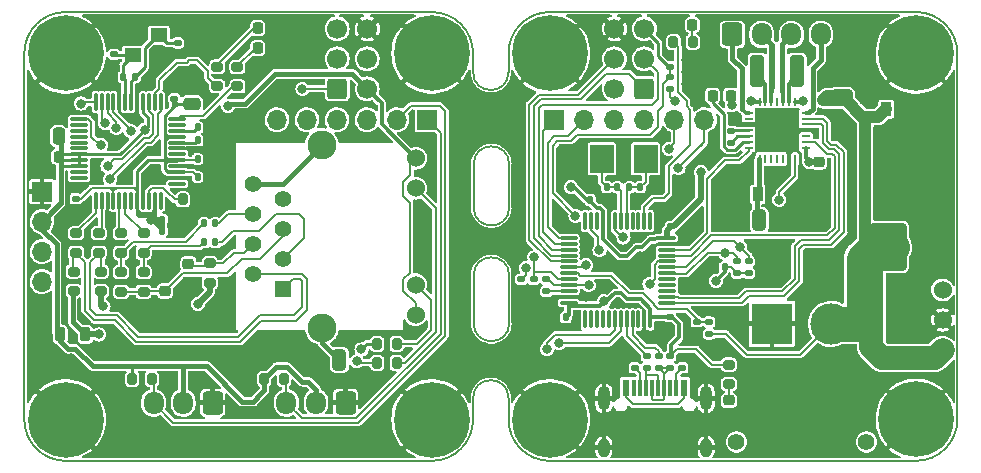
<source format=gbr>
%TF.GenerationSoftware,KiCad,Pcbnew,(6.0.1-0)*%
%TF.CreationDate,2023-01-25T00:15:56+01:00*%
%TF.ProjectId,ethersweep,65746865-7273-4776-9565-702e6b696361,2.0.1*%
%TF.SameCoordinates,Original*%
%TF.FileFunction,Copper,L1,Top*%
%TF.FilePolarity,Positive*%
%FSLAX46Y46*%
G04 Gerber Fmt 4.6, Leading zero omitted, Abs format (unit mm)*
G04 Created by KiCad (PCBNEW (6.0.1-0)) date 2023-01-25 00:15:56*
%MOMM*%
%LPD*%
G01*
G04 APERTURE LIST*
G04 Aperture macros list*
%AMRoundRect*
0 Rectangle with rounded corners*
0 $1 Rounding radius*
0 $2 $3 $4 $5 $6 $7 $8 $9 X,Y pos of 4 corners*
0 Add a 4 corners polygon primitive as box body*
4,1,4,$2,$3,$4,$5,$6,$7,$8,$9,$2,$3,0*
0 Add four circle primitives for the rounded corners*
1,1,$1+$1,$2,$3*
1,1,$1+$1,$4,$5*
1,1,$1+$1,$6,$7*
1,1,$1+$1,$8,$9*
0 Add four rect primitives between the rounded corners*
20,1,$1+$1,$2,$3,$4,$5,0*
20,1,$1+$1,$4,$5,$6,$7,0*
20,1,$1+$1,$6,$7,$8,$9,0*
20,1,$1+$1,$8,$9,$2,$3,0*%
G04 Aperture macros list end*
%TA.AperFunction,Profile*%
%ADD10C,0.150000*%
%TD*%
%TA.AperFunction,SMDPad,CuDef*%
%ADD11RoundRect,0.200000X0.200000X0.275000X-0.200000X0.275000X-0.200000X-0.275000X0.200000X-0.275000X0*%
%TD*%
%TA.AperFunction,SMDPad,CuDef*%
%ADD12RoundRect,0.250000X0.475000X-0.250000X0.475000X0.250000X-0.475000X0.250000X-0.475000X-0.250000X0*%
%TD*%
%TA.AperFunction,SMDPad,CuDef*%
%ADD13RoundRect,0.218750X-0.218750X-0.381250X0.218750X-0.381250X0.218750X0.381250X-0.218750X0.381250X0*%
%TD*%
%TA.AperFunction,ComponentPad*%
%ADD14R,1.398000X1.398000*%
%TD*%
%TA.AperFunction,ComponentPad*%
%ADD15C,1.398000*%
%TD*%
%TA.AperFunction,ComponentPad*%
%ADD16C,1.530000*%
%TD*%
%TA.AperFunction,ComponentPad*%
%ADD17C,2.445000*%
%TD*%
%TA.AperFunction,ComponentPad*%
%ADD18C,0.800000*%
%TD*%
%TA.AperFunction,ComponentPad*%
%ADD19C,6.400000*%
%TD*%
%TA.AperFunction,SMDPad,CuDef*%
%ADD20R,1.400000X1.200000*%
%TD*%
%TA.AperFunction,SMDPad,CuDef*%
%ADD21RoundRect,0.140000X-0.140000X-0.170000X0.140000X-0.170000X0.140000X0.170000X-0.140000X0.170000X0*%
%TD*%
%TA.AperFunction,SMDPad,CuDef*%
%ADD22RoundRect,0.075000X0.075000X-0.662500X0.075000X0.662500X-0.075000X0.662500X-0.075000X-0.662500X0*%
%TD*%
%TA.AperFunction,SMDPad,CuDef*%
%ADD23RoundRect,0.075000X0.662500X-0.075000X0.662500X0.075000X-0.662500X0.075000X-0.662500X-0.075000X0*%
%TD*%
%TA.AperFunction,SMDPad,CuDef*%
%ADD24RoundRect,0.140000X0.170000X-0.140000X0.170000X0.140000X-0.170000X0.140000X-0.170000X-0.140000X0*%
%TD*%
%TA.AperFunction,SMDPad,CuDef*%
%ADD25RoundRect,0.250000X0.250000X0.475000X-0.250000X0.475000X-0.250000X-0.475000X0.250000X-0.475000X0*%
%TD*%
%TA.AperFunction,SMDPad,CuDef*%
%ADD26RoundRect,0.200000X0.275000X-0.200000X0.275000X0.200000X-0.275000X0.200000X-0.275000X-0.200000X0*%
%TD*%
%TA.AperFunction,SMDPad,CuDef*%
%ADD27RoundRect,0.225000X-0.250000X0.225000X-0.250000X-0.225000X0.250000X-0.225000X0.250000X0.225000X0*%
%TD*%
%TA.AperFunction,SMDPad,CuDef*%
%ADD28RoundRect,0.140000X0.140000X0.170000X-0.140000X0.170000X-0.140000X-0.170000X0.140000X-0.170000X0*%
%TD*%
%TA.AperFunction,SMDPad,CuDef*%
%ADD29RoundRect,0.250000X0.325000X0.650000X-0.325000X0.650000X-0.325000X-0.650000X0.325000X-0.650000X0*%
%TD*%
%TA.AperFunction,SMDPad,CuDef*%
%ADD30RoundRect,0.225000X0.250000X-0.225000X0.250000X0.225000X-0.250000X0.225000X-0.250000X-0.225000X0*%
%TD*%
%TA.AperFunction,ComponentPad*%
%ADD31RoundRect,0.250000X0.600000X0.600000X-0.600000X0.600000X-0.600000X-0.600000X0.600000X-0.600000X0*%
%TD*%
%TA.AperFunction,ComponentPad*%
%ADD32C,1.700000*%
%TD*%
%TA.AperFunction,SMDPad,CuDef*%
%ADD33RoundRect,0.135000X0.135000X0.185000X-0.135000X0.185000X-0.135000X-0.185000X0.135000X-0.185000X0*%
%TD*%
%TA.AperFunction,SMDPad,CuDef*%
%ADD34RoundRect,0.218750X0.218750X0.256250X-0.218750X0.256250X-0.218750X-0.256250X0.218750X-0.256250X0*%
%TD*%
%TA.AperFunction,ComponentPad*%
%ADD35C,1.524000*%
%TD*%
%TA.AperFunction,SMDPad,CuDef*%
%ADD36RoundRect,0.218750X0.256250X-0.218750X0.256250X0.218750X-0.256250X0.218750X-0.256250X-0.218750X0*%
%TD*%
%TA.AperFunction,ComponentPad*%
%ADD37C,1.400000*%
%TD*%
%TA.AperFunction,ComponentPad*%
%ADD38R,3.500000X3.500000*%
%TD*%
%TA.AperFunction,ComponentPad*%
%ADD39C,3.500000*%
%TD*%
%TA.AperFunction,SMDPad,CuDef*%
%ADD40RoundRect,0.200000X-0.275000X0.200000X-0.275000X-0.200000X0.275000X-0.200000X0.275000X0.200000X0*%
%TD*%
%TA.AperFunction,SMDPad,CuDef*%
%ADD41RoundRect,0.135000X0.185000X-0.135000X0.185000X0.135000X-0.185000X0.135000X-0.185000X-0.135000X0*%
%TD*%
%TA.AperFunction,SMDPad,CuDef*%
%ADD42RoundRect,0.140000X-0.170000X0.140000X-0.170000X-0.140000X0.170000X-0.140000X0.170000X0.140000X0*%
%TD*%
%TA.AperFunction,ComponentPad*%
%ADD43R,1.700000X1.700000*%
%TD*%
%TA.AperFunction,ComponentPad*%
%ADD44O,1.700000X1.700000*%
%TD*%
%TA.AperFunction,SMDPad,CuDef*%
%ADD45R,0.762000X0.254000*%
%TD*%
%TA.AperFunction,SMDPad,CuDef*%
%ADD46R,0.254000X0.762000*%
%TD*%
%TA.AperFunction,SMDPad,CuDef*%
%ADD47R,3.810000X3.810000*%
%TD*%
%TA.AperFunction,SMDPad,CuDef*%
%ADD48R,0.600000X1.450000*%
%TD*%
%TA.AperFunction,SMDPad,CuDef*%
%ADD49R,0.300000X1.450000*%
%TD*%
%TA.AperFunction,ComponentPad*%
%ADD50O,1.000000X2.100000*%
%TD*%
%TA.AperFunction,ComponentPad*%
%ADD51O,1.000000X1.600000*%
%TD*%
%TA.AperFunction,SMDPad,CuDef*%
%ADD52RoundRect,0.250000X1.000000X-1.750000X1.000000X1.750000X-1.000000X1.750000X-1.000000X-1.750000X0*%
%TD*%
%TA.AperFunction,SMDPad,CuDef*%
%ADD53RoundRect,0.250000X-0.362500X-1.075000X0.362500X-1.075000X0.362500X1.075000X-0.362500X1.075000X0*%
%TD*%
%TA.AperFunction,SMDPad,CuDef*%
%ADD54RoundRect,0.225000X-0.225000X-0.250000X0.225000X-0.250000X0.225000X0.250000X-0.225000X0.250000X0*%
%TD*%
%TA.AperFunction,ComponentPad*%
%ADD55RoundRect,0.250000X0.600000X0.725000X-0.600000X0.725000X-0.600000X-0.725000X0.600000X-0.725000X0*%
%TD*%
%TA.AperFunction,ComponentPad*%
%ADD56O,1.700000X1.950000*%
%TD*%
%TA.AperFunction,SMDPad,CuDef*%
%ADD57RoundRect,0.250000X-0.650000X0.325000X-0.650000X-0.325000X0.650000X-0.325000X0.650000X0.325000X0*%
%TD*%
%TA.AperFunction,SMDPad,CuDef*%
%ADD58RoundRect,0.250000X-0.325000X-0.650000X0.325000X-0.650000X0.325000X0.650000X-0.325000X0.650000X0*%
%TD*%
%TA.AperFunction,ComponentPad*%
%ADD59RoundRect,0.250000X-0.600000X-0.725000X0.600000X-0.725000X0.600000X0.725000X-0.600000X0.725000X0*%
%TD*%
%TA.AperFunction,SMDPad,CuDef*%
%ADD60RoundRect,0.250000X0.362500X1.075000X-0.362500X1.075000X-0.362500X-1.075000X0.362500X-1.075000X0*%
%TD*%
%TA.AperFunction,SMDPad,CuDef*%
%ADD61RoundRect,0.075000X-0.075000X0.662500X-0.075000X-0.662500X0.075000X-0.662500X0.075000X0.662500X0*%
%TD*%
%TA.AperFunction,SMDPad,CuDef*%
%ADD62RoundRect,0.075000X-0.662500X0.075000X-0.662500X-0.075000X0.662500X-0.075000X0.662500X0.075000X0*%
%TD*%
%TA.AperFunction,SMDPad,CuDef*%
%ADD63RoundRect,0.200000X-0.200000X-0.275000X0.200000X-0.275000X0.200000X0.275000X-0.200000X0.275000X0*%
%TD*%
%TA.AperFunction,SMDPad,CuDef*%
%ADD64R,0.900000X1.200000*%
%TD*%
%TA.AperFunction,SMDPad,CuDef*%
%ADD65RoundRect,0.225000X0.225000X0.250000X-0.225000X0.250000X-0.225000X-0.250000X0.225000X-0.250000X0*%
%TD*%
%TA.AperFunction,SMDPad,CuDef*%
%ADD66RoundRect,0.218750X-0.218750X-0.256250X0.218750X-0.256250X0.218750X0.256250X-0.218750X0.256250X0*%
%TD*%
%TA.AperFunction,SMDPad,CuDef*%
%ADD67R,2.000000X2.400000*%
%TD*%
%TA.AperFunction,SMDPad,CuDef*%
%ADD68RoundRect,0.135000X-0.185000X0.135000X-0.185000X-0.135000X0.185000X-0.135000X0.185000X0.135000X0*%
%TD*%
%TA.AperFunction,ComponentPad*%
%ADD69RoundRect,0.250000X-0.600000X-0.600000X0.600000X-0.600000X0.600000X0.600000X-0.600000X0.600000X0*%
%TD*%
%TA.AperFunction,ViaPad*%
%ADD70C,0.800000*%
%TD*%
%TA.AperFunction,Conductor*%
%ADD71C,0.200000*%
%TD*%
%TA.AperFunction,Conductor*%
%ADD72C,0.300000*%
%TD*%
%TA.AperFunction,Conductor*%
%ADD73C,0.250000*%
%TD*%
%TA.AperFunction,Conductor*%
%ADD74C,0.500000*%
%TD*%
%TA.AperFunction,Conductor*%
%ADD75C,0.400000*%
%TD*%
%TA.AperFunction,Conductor*%
%ADD76C,2.000000*%
%TD*%
%TA.AperFunction,Conductor*%
%ADD77C,3.000000*%
%TD*%
%TA.AperFunction,Conductor*%
%ADD78C,1.000000*%
%TD*%
G04 APERTURE END LIST*
D10*
X187150000Y-39570000D02*
X187150000Y-43270000D01*
X184150000Y-43270000D02*
X184150000Y-39570000D01*
X184150000Y-53070000D02*
X184150000Y-48970000D01*
X187150000Y-48970000D02*
X187150000Y-53070000D01*
X187150000Y-39570000D02*
G75*
G03*
X184150000Y-39570000I-1500000J0D01*
G01*
X184150000Y-43270000D02*
G75*
G03*
X187150000Y-43270000I1500000J0D01*
G01*
X184150000Y-53070000D02*
G75*
G03*
X187150000Y-53070000I1500000J0D01*
G01*
X187150000Y-48970000D02*
G75*
G03*
X184150000Y-48970000I-1500000J0D01*
G01*
X184100000Y-31800000D02*
G75*
G03*
X187100000Y-31800000I1500000J0D01*
G01*
X187100000Y-59370000D02*
G75*
G03*
X184100000Y-59370000I-1500000J0D01*
G01*
X184100000Y-31800000D02*
X184100000Y-30200000D01*
X184100000Y-60700000D02*
X184100000Y-59400000D01*
X180600000Y-26700000D02*
X149600000Y-26700000D01*
X149600000Y-26700000D02*
G75*
G03*
X146100000Y-30200000I-1J-3499999D01*
G01*
X184100000Y-30200000D02*
G75*
G03*
X180600000Y-26700000I-3499999J1D01*
G01*
X180600000Y-64700000D02*
G75*
G03*
X184100000Y-61200000I1J3499999D01*
G01*
X146100000Y-30200000D02*
X146100000Y-61200000D01*
X149600000Y-64700000D02*
X180600000Y-64700000D01*
X146100000Y-61200000D02*
G75*
G03*
X149600000Y-64700000I3499999J-1D01*
G01*
X184100000Y-61200000D02*
X184100000Y-60700000D01*
X225100000Y-61200000D02*
X225100000Y-30200000D01*
X190600000Y-64700000D02*
X221600000Y-64700000D01*
X187100000Y-61200000D02*
G75*
G03*
X190600000Y-64700000I3499999J-1D01*
G01*
X221600000Y-64700000D02*
G75*
G03*
X225100000Y-61200000I1J3499999D01*
G01*
X190600000Y-26700000D02*
G75*
G03*
X187100000Y-30200000I-1J-3499999D01*
G01*
X190600000Y-26700000D02*
X221600000Y-26700000D01*
X187100000Y-30200000D02*
X187100000Y-30700000D01*
X187100000Y-61200000D02*
X187100000Y-59400000D01*
X187100000Y-31800000D02*
X187100000Y-30700000D01*
X225100000Y-30200000D02*
G75*
G03*
X221600000Y-26700000I-3499999J1D01*
G01*
D11*
X161175000Y-42570000D03*
X159525000Y-42570000D03*
D12*
X160300000Y-34450000D03*
X160300000Y-32550000D03*
D13*
X149137500Y-54000000D03*
X151262500Y-54000000D03*
D14*
X168000000Y-50150000D03*
D15*
X165460000Y-48880000D03*
X168000000Y-47610000D03*
X165460000Y-46340000D03*
X168000000Y-45070000D03*
X165460000Y-43800000D03*
X168000000Y-42530000D03*
X165460000Y-41260000D03*
D16*
X179250000Y-52325000D03*
X179250000Y-49785000D03*
X179250000Y-41615000D03*
X179250000Y-39075000D03*
D17*
X171300000Y-53445000D03*
X171300000Y-37955000D03*
D18*
X182297056Y-31897056D03*
X180600000Y-32600000D03*
X180600000Y-27800000D03*
X178902944Y-28502944D03*
D19*
X180600000Y-30200000D03*
D18*
X178902944Y-31897056D03*
X183000000Y-30200000D03*
X178200000Y-30200000D03*
X182297056Y-28502944D03*
X149600000Y-32600000D03*
X149600000Y-27800000D03*
X147902944Y-28502944D03*
D19*
X149600000Y-30200000D03*
D18*
X151297056Y-31897056D03*
X151297056Y-28502944D03*
X147902944Y-31897056D03*
X152000000Y-30200000D03*
X147200000Y-30200000D03*
X147902944Y-59502944D03*
X151297056Y-62897056D03*
X147200000Y-61200000D03*
X149600000Y-58800000D03*
X151297056Y-59502944D03*
X152000000Y-61200000D03*
X149600000Y-63600000D03*
D19*
X149600000Y-61200000D03*
D18*
X147902944Y-62897056D03*
X182297056Y-59502944D03*
X180600000Y-58800000D03*
X180600000Y-63600000D03*
X178902944Y-62897056D03*
X183000000Y-61200000D03*
D19*
X180600000Y-61200000D03*
D18*
X182297056Y-62897056D03*
X178200000Y-61200000D03*
X178902944Y-59502944D03*
D11*
X177625000Y-56400000D03*
X175975000Y-56400000D03*
D20*
X155300000Y-30350000D03*
X157500000Y-30350000D03*
X157500000Y-28650000D03*
X155300000Y-28650000D03*
D21*
X160770000Y-37550000D03*
X161730000Y-37550000D03*
D22*
X152150000Y-42662500D03*
X152650000Y-42662500D03*
X153150000Y-42662500D03*
X153650000Y-42662500D03*
X154150000Y-42662500D03*
X154650000Y-42662500D03*
X155150000Y-42662500D03*
X155650000Y-42662500D03*
X156150000Y-42662500D03*
X156650000Y-42662500D03*
X157150000Y-42662500D03*
X157650000Y-42662500D03*
D23*
X159062500Y-41250000D03*
X159062500Y-40750000D03*
X159062500Y-40250000D03*
X159062500Y-39750000D03*
X159062500Y-39250000D03*
X159062500Y-38750000D03*
X159062500Y-38250000D03*
X159062500Y-37750000D03*
X159062500Y-37250000D03*
X159062500Y-36750000D03*
X159062500Y-36250000D03*
X159062500Y-35750000D03*
D22*
X157650000Y-34337500D03*
X157150000Y-34337500D03*
X156650000Y-34337500D03*
X156150000Y-34337500D03*
X155650000Y-34337500D03*
X155150000Y-34337500D03*
X154650000Y-34337500D03*
X154150000Y-34337500D03*
X153650000Y-34337500D03*
X153150000Y-34337500D03*
X152650000Y-34337500D03*
X152150000Y-34337500D03*
D23*
X150737500Y-35750000D03*
X150737500Y-36250000D03*
X150737500Y-36750000D03*
X150737500Y-37250000D03*
X150737500Y-37750000D03*
X150737500Y-38250000D03*
X150737500Y-38750000D03*
X150737500Y-39250000D03*
X150737500Y-39750000D03*
X150737500Y-40250000D03*
X150737500Y-40750000D03*
X150737500Y-41250000D03*
D21*
X160770000Y-36470000D03*
X161730000Y-36470000D03*
D11*
X177625000Y-54800000D03*
X175975000Y-54800000D03*
D24*
X153700000Y-30280000D03*
X153700000Y-29320000D03*
X159100000Y-30280000D03*
X159100000Y-29320000D03*
D25*
X149000000Y-37200000D03*
X147100000Y-37200000D03*
D26*
X156200000Y-50375000D03*
X156200000Y-48725000D03*
X156200000Y-47075000D03*
X156200000Y-45425000D03*
X154300000Y-47075000D03*
X154300000Y-45425000D03*
X152400000Y-47075000D03*
X152400000Y-45425000D03*
X150500000Y-47075000D03*
X150500000Y-45425000D03*
D27*
X158000000Y-48775000D03*
X158000000Y-50325000D03*
D28*
X162280000Y-44600000D03*
X161320000Y-44600000D03*
X162280000Y-46200000D03*
X161320000Y-46200000D03*
D29*
X172783000Y-56164400D03*
X169833000Y-56164400D03*
D30*
X160000000Y-49575000D03*
X160000000Y-48025000D03*
D18*
X193000000Y-30200000D03*
D19*
X190600000Y-30200000D03*
D18*
X192297056Y-31897056D03*
X190600000Y-32600000D03*
X188200000Y-30200000D03*
X190600000Y-27800000D03*
X192297056Y-28502944D03*
X188902944Y-28502944D03*
X188902944Y-31897056D03*
X223297056Y-31897056D03*
D19*
X221600000Y-30200000D03*
D18*
X221600000Y-32600000D03*
X219200000Y-30200000D03*
X224000000Y-30200000D03*
X219902944Y-28502944D03*
X221600000Y-27800000D03*
X219902944Y-31897056D03*
X223297056Y-28502944D03*
X188902944Y-62897056D03*
X192297056Y-59502944D03*
D19*
X190600000Y-61200000D03*
D18*
X188902944Y-59502944D03*
X193000000Y-61200000D03*
X190600000Y-63600000D03*
X192297056Y-62897056D03*
X190600000Y-58800000D03*
X188200000Y-61200000D03*
D31*
X198600000Y-33200000D03*
D32*
X196060000Y-33200000D03*
X198600000Y-30660000D03*
X196060000Y-30660000D03*
X198600000Y-28120000D03*
X196060000Y-28120000D03*
D18*
X219200000Y-61175001D03*
X224000000Y-61175001D03*
X219902944Y-59477945D03*
X219902944Y-62872057D03*
D19*
X221600000Y-61175001D03*
D18*
X223297056Y-62872057D03*
X223297056Y-59477945D03*
X221600000Y-58775001D03*
X221600000Y-63575001D03*
D26*
X161800000Y-49625000D03*
X161800000Y-47975000D03*
D33*
X155510000Y-32200000D03*
X154490000Y-32200000D03*
D26*
X150276800Y-50325000D03*
X150276800Y-48675000D03*
X152600000Y-50325000D03*
X152600000Y-48675000D03*
X154300000Y-50375000D03*
X154300000Y-48725000D03*
X164150000Y-32995000D03*
X164150000Y-31345000D03*
X162450000Y-32970000D03*
X162450000Y-31320000D03*
D34*
X167437500Y-29770000D03*
X165862500Y-29770000D03*
D35*
X223850000Y-55315000D03*
X223850000Y-52775000D03*
X223850000Y-50235000D03*
D36*
X205750000Y-61157500D03*
X205750000Y-59582500D03*
D37*
X217400000Y-63100000D03*
X206400000Y-63100000D03*
D38*
X209400000Y-53100000D03*
D39*
X214400000Y-53100000D03*
D40*
X205750000Y-56545000D03*
X205750000Y-58195000D03*
D41*
X201800000Y-56830000D03*
X201800000Y-55810000D03*
D21*
X160770000Y-40670000D03*
X161730000Y-40670000D03*
D42*
X205950000Y-36790000D03*
X205950000Y-37750000D03*
D43*
X190993000Y-35819000D03*
D44*
X193533000Y-35819000D03*
X196073000Y-35819000D03*
X198613000Y-35819000D03*
X201153000Y-35819000D03*
X203693000Y-35819000D03*
D45*
X207424300Y-35220000D03*
X207424300Y-35719999D03*
X207424300Y-36220001D03*
X207424300Y-36720000D03*
X207424300Y-37219999D03*
X207424300Y-37720001D03*
X207424300Y-38220000D03*
D46*
X208350000Y-39145700D03*
X208849999Y-39145700D03*
X209350001Y-39145700D03*
X209850000Y-39145700D03*
X210349999Y-39145700D03*
X210850001Y-39145700D03*
X211350000Y-39145700D03*
D45*
X212275700Y-38220000D03*
X212275700Y-37720001D03*
X212275700Y-37219999D03*
X212275700Y-36720000D03*
X212275700Y-36220001D03*
X212275700Y-35719999D03*
X212275700Y-35220000D03*
D46*
X211350000Y-34294300D03*
X210850001Y-34294300D03*
X210349999Y-34294300D03*
X209850000Y-34294300D03*
X209350001Y-34294300D03*
X208849999Y-34294300D03*
X208350000Y-34294300D03*
D47*
X209850000Y-36720000D03*
D48*
X196252000Y-58496000D03*
X197052000Y-58496000D03*
D49*
X198252000Y-58496000D03*
X199252000Y-58496000D03*
X199752000Y-58496000D03*
X200752000Y-58496000D03*
D48*
X201952000Y-58496000D03*
X202752000Y-58496000D03*
X202752000Y-58496000D03*
X201952000Y-58496000D03*
D49*
X201252000Y-58496000D03*
X200252000Y-58496000D03*
X198752000Y-58496000D03*
X197752000Y-58496000D03*
D48*
X197052000Y-58496000D03*
X196252000Y-58496000D03*
D50*
X203822000Y-59411000D03*
D51*
X195182000Y-63591000D03*
X203822000Y-63591000D03*
D50*
X195182000Y-59411000D03*
D52*
X219550000Y-46570000D03*
X219550000Y-38570000D03*
D41*
X198800000Y-56830000D03*
X198800000Y-55810000D03*
D53*
X203537500Y-31670000D03*
X208162500Y-31670000D03*
D21*
X157772400Y-45242400D03*
X158732400Y-45242400D03*
D24*
X158800000Y-34050000D03*
X158800000Y-33090000D03*
D43*
X180198000Y-35819000D03*
D44*
X177658000Y-35819000D03*
X175118000Y-35819000D03*
X172578000Y-35819000D03*
X170038000Y-35819000D03*
X167498000Y-35819000D03*
D41*
X190300000Y-50350000D03*
X190300000Y-49330000D03*
D34*
X167437500Y-28070000D03*
X165862500Y-28070000D03*
D30*
X217300000Y-35595000D03*
X217300000Y-34045000D03*
D54*
X218275000Y-49320000D03*
X219825000Y-49320000D03*
D41*
X200810000Y-33210000D03*
X200810000Y-32190000D03*
D55*
X173300000Y-59787500D03*
D56*
X170800000Y-59787500D03*
X168300000Y-59787500D03*
D57*
X215325000Y-33845000D03*
X215325000Y-36795000D03*
D55*
X162050000Y-59787500D03*
D56*
X159550000Y-59787500D03*
X157050000Y-59787500D03*
D58*
X217825000Y-53720000D03*
X220775000Y-53720000D03*
D41*
X207450000Y-48830000D03*
X207450000Y-47810000D03*
D21*
X157770000Y-44270000D03*
X158730000Y-44270000D03*
X204430000Y-48320000D03*
X205390000Y-48320000D03*
D28*
X199210000Y-41540000D03*
X198250000Y-41540000D03*
D59*
X206050000Y-28602500D03*
D56*
X208550000Y-28602500D03*
X211050000Y-28602500D03*
X213550000Y-28602500D03*
D42*
X200772000Y-52484000D03*
X200772000Y-53444000D03*
D41*
X200800000Y-56830000D03*
X200800000Y-55810000D03*
D60*
X216162500Y-31670000D03*
X211537500Y-31670000D03*
D28*
X195410000Y-41540000D03*
X194450000Y-41540000D03*
D42*
X200800000Y-30386000D03*
X200800000Y-31346000D03*
D61*
X199100000Y-44407500D03*
X198600000Y-44407500D03*
X198100000Y-44407500D03*
X197600000Y-44407500D03*
X197100000Y-44407500D03*
X196600000Y-44407500D03*
X196100000Y-44407500D03*
X195600000Y-44407500D03*
X195100000Y-44407500D03*
X194600000Y-44407500D03*
X194100000Y-44407500D03*
X193600000Y-44407500D03*
D62*
X192187500Y-45820000D03*
X192187500Y-46320000D03*
X192187500Y-46820000D03*
X192187500Y-47320000D03*
X192187500Y-47820000D03*
X192187500Y-48320000D03*
X192187500Y-48820000D03*
X192187500Y-49320000D03*
X192187500Y-49820000D03*
X192187500Y-50320000D03*
X192187500Y-50820000D03*
X192187500Y-51320000D03*
D61*
X193600000Y-52732500D03*
X194100000Y-52732500D03*
X194600000Y-52732500D03*
X195100000Y-52732500D03*
X195600000Y-52732500D03*
X196100000Y-52732500D03*
X196600000Y-52732500D03*
X197100000Y-52732500D03*
X197600000Y-52732500D03*
X198100000Y-52732500D03*
X198600000Y-52732500D03*
X199100000Y-52732500D03*
D62*
X200512500Y-51320000D03*
X200512500Y-50820000D03*
X200512500Y-50320000D03*
X200512500Y-49820000D03*
X200512500Y-49320000D03*
X200512500Y-48820000D03*
X200512500Y-48320000D03*
X200512500Y-47820000D03*
X200512500Y-47320000D03*
X200512500Y-46820000D03*
X200512500Y-46320000D03*
X200512500Y-45820000D03*
D63*
X166419000Y-57790000D03*
X168069000Y-57790000D03*
D41*
X188190000Y-50340000D03*
X188190000Y-49320000D03*
D64*
X208189400Y-42128000D03*
X211489400Y-42128000D03*
D41*
X204090000Y-53960000D03*
X204090000Y-52940000D03*
D24*
X200890000Y-44840000D03*
X200890000Y-43880000D03*
D33*
X197340000Y-41540000D03*
X196320000Y-41540000D03*
D65*
X205925000Y-33770000D03*
X204375000Y-33770000D03*
D41*
X197800000Y-56830000D03*
X197800000Y-55810000D03*
D64*
X219075000Y-34920000D03*
X222375000Y-34920000D03*
D42*
X150450000Y-42490000D03*
X150450000Y-43450000D03*
D63*
X155243000Y-57790000D03*
X156893000Y-57790000D03*
D27*
X213370400Y-39395000D03*
X213370400Y-40945000D03*
D28*
X191955600Y-52557600D03*
X190995600Y-52557600D03*
D66*
X201082500Y-27770000D03*
X202657500Y-27770000D03*
D58*
X217825000Y-51320000D03*
X220775000Y-51320000D03*
D11*
X202714600Y-29240400D03*
X201064600Y-29240400D03*
D41*
X189220000Y-50350000D03*
X189220000Y-49330000D03*
D67*
X198700000Y-39140000D03*
X195000000Y-39140000D03*
D65*
X149019800Y-38943200D03*
X147469800Y-38943200D03*
D58*
X208339400Y-44328000D03*
X211289400Y-44328000D03*
D21*
X194010000Y-42600000D03*
X194970000Y-42600000D03*
D68*
X203050000Y-52930000D03*
X203050000Y-53950000D03*
D41*
X199800000Y-56830000D03*
X199800000Y-55810000D03*
D21*
X160770000Y-39149096D03*
X161730000Y-39149096D03*
D41*
X206450000Y-48830000D03*
X206450000Y-47810000D03*
D69*
X172600000Y-33200000D03*
D32*
X175140000Y-33200000D03*
X172600000Y-30660000D03*
X175140000Y-30660000D03*
X172600000Y-28120000D03*
X175140000Y-28120000D03*
D43*
X147600000Y-41900000D03*
D44*
X147600000Y-44440000D03*
X147600000Y-46980000D03*
X147600000Y-49520000D03*
D70*
X162350000Y-41720000D03*
X188554600Y-48366600D03*
X187818000Y-47020400D03*
X189291200Y-47477600D03*
X204480400Y-61295200D03*
X204531200Y-57637600D03*
X207020400Y-58602800D03*
X204785200Y-55808800D03*
X205191600Y-54792800D03*
X205140800Y-53167200D03*
X204670000Y-49450000D03*
X209408000Y-38028800D03*
X210271600Y-38028800D03*
X208544400Y-38028800D03*
X211135200Y-38028800D03*
X209408000Y-37165200D03*
X210271600Y-37165200D03*
X208544400Y-37165200D03*
X211135200Y-37165200D03*
X209408000Y-36301600D03*
X210271600Y-36301600D03*
X208544400Y-36301600D03*
X211135200Y-36301600D03*
X211135200Y-35438000D03*
X210271600Y-35438000D03*
X209408000Y-35438000D03*
X208544400Y-35438000D03*
X194574400Y-33812400D03*
X194625200Y-29443600D03*
X197368400Y-29392800D03*
X153700000Y-28400000D03*
X158000000Y-47750000D03*
X204020000Y-28360000D03*
X201550000Y-63070000D03*
X204455000Y-30104000D03*
X157150000Y-31850000D03*
X198232000Y-47376000D03*
X215250000Y-35570000D03*
X212659200Y-44378800D03*
X205960000Y-52200000D03*
X147050000Y-33850000D03*
X200137000Y-54488000D03*
X202150000Y-31770000D03*
X159200000Y-55400000D03*
X210170000Y-44378800D03*
X153426400Y-47833200D03*
X155179000Y-47884000D03*
X207710000Y-56840000D03*
X213675200Y-55859600D03*
X222200000Y-51320000D03*
X217450000Y-31770000D03*
X153400000Y-44100000D03*
X224000000Y-38300000D03*
X168666400Y-55402400D03*
X161300000Y-62320000D03*
X223550000Y-34070000D03*
X203180000Y-34360000D03*
X189088000Y-51109800D03*
X217450000Y-32770000D03*
X166350000Y-34570000D03*
X194930000Y-55631000D03*
X155560000Y-35819000D03*
X173300000Y-54570000D03*
X163600000Y-27800000D03*
X164577000Y-58552000D03*
X204450000Y-38400000D03*
X204000000Y-27450000D03*
X183000000Y-56000000D03*
X212608400Y-47325200D03*
X165085000Y-36962000D03*
X220965000Y-49281000D03*
X160450000Y-52770000D03*
X193660000Y-46004400D03*
X216200000Y-41870000D03*
X224267000Y-57790000D03*
X200760000Y-42990000D03*
X178750000Y-37400000D03*
X200130000Y-27830000D03*
X193787000Y-58298000D03*
X178150000Y-33450000D03*
X214792800Y-47274400D03*
X199959200Y-53421200D03*
X215550000Y-55808800D03*
X170750000Y-31100000D03*
X207450000Y-29730000D03*
X191374000Y-57155000D03*
X199825000Y-41520000D03*
X195810000Y-42740000D03*
X198790800Y-54183200D03*
X171866800Y-58501200D03*
X192237600Y-44937600D03*
X212300000Y-29630000D03*
X214440000Y-31610000D03*
X214107000Y-48900000D03*
X165466000Y-58552000D03*
X204130000Y-54960000D03*
X206910000Y-52720000D03*
X171150000Y-34450000D03*
X158450000Y-43270000D03*
X183450000Y-53720000D03*
X221450000Y-36870000D03*
X206210000Y-35790000D03*
X182000000Y-57100000D03*
X157084000Y-49535000D03*
X202180000Y-50050000D03*
X202296000Y-54488000D03*
X196581000Y-55250000D03*
X159200000Y-53400000D03*
X202150000Y-30770000D03*
X205390000Y-40310000D03*
X222200000Y-53670000D03*
X153274000Y-46233000D03*
X156800000Y-53400000D03*
X191755000Y-38486000D03*
X205110000Y-31720000D03*
X173850000Y-37020000D03*
X199550000Y-60820000D03*
X176300000Y-63450000D03*
X215250000Y-30104000D03*
X161400000Y-53400000D03*
X160400000Y-31500000D03*
X163200000Y-53400000D03*
X216200000Y-38270000D03*
X211135200Y-56824800D03*
X209190000Y-40170000D03*
X147450000Y-54250000D03*
X223550000Y-35870000D03*
X183500000Y-48270000D03*
X202150000Y-32770000D03*
X197550000Y-63070000D03*
X206890000Y-54140000D03*
X203200000Y-48940000D03*
X193660000Y-46995000D03*
X162650000Y-39070000D03*
X150099000Y-56012000D03*
X152800000Y-32600000D03*
X217586800Y-28072000D03*
X210550000Y-40220000D03*
X192517000Y-55758000D03*
X157550000Y-61570000D03*
X193250000Y-40570000D03*
X163500000Y-63700000D03*
X221450000Y-38470000D03*
X212075000Y-51567000D03*
X165800000Y-31400000D03*
X159300000Y-50600000D03*
X191755000Y-40518000D03*
X170250000Y-27300000D03*
X175300000Y-61570000D03*
X199970000Y-43800000D03*
X216200000Y-44170000D03*
X192771000Y-53268800D03*
X151350000Y-43270000D03*
X155000000Y-55400000D03*
X155550000Y-52570000D03*
X183000000Y-33850000D03*
X167142400Y-55402400D03*
X193152000Y-38105000D03*
X165466000Y-35057000D03*
X159650000Y-44070000D03*
X221650000Y-45570000D03*
X220780000Y-41110000D03*
X176500000Y-29400000D03*
X221450000Y-40070000D03*
X224013000Y-44201000D03*
X163200000Y-55400000D03*
X156423600Y-40619600D03*
X183450000Y-43820000D03*
X151496000Y-46233000D03*
X153000000Y-63950000D03*
X160550000Y-58570000D03*
X163434000Y-38740000D03*
X168400000Y-27400000D03*
X199550000Y-63070000D03*
X152800000Y-27400000D03*
X208087200Y-46614000D03*
X204330000Y-52060000D03*
X213624400Y-44378800D03*
X152131000Y-40899000D03*
X158300000Y-58570000D03*
X170650000Y-29150000D03*
X215504000Y-27437000D03*
X213624400Y-42448400D03*
X222420000Y-42730000D03*
X157950000Y-52570000D03*
X179817000Y-44201000D03*
X155179000Y-49535000D03*
X214742000Y-50424000D03*
X162672000Y-47122000D03*
X215504000Y-29215000D03*
X212659200Y-42448400D03*
X163200000Y-51200000D03*
X147000000Y-35600000D03*
X162291000Y-43566000D03*
X147400000Y-52500000D03*
X177150000Y-27500000D03*
X176050000Y-37170000D03*
X154650000Y-40850000D03*
X224013000Y-40137000D03*
X216824800Y-56977200D03*
X207370000Y-40180000D03*
X163300000Y-49800000D03*
X148850000Y-34900000D03*
X201550000Y-60820000D03*
X162650000Y-40670000D03*
X196581000Y-56139000D03*
X169650000Y-63750000D03*
X192694800Y-42753200D03*
X196581000Y-57028000D03*
X180050000Y-37750000D03*
X202770000Y-45270000D03*
X211948000Y-54107000D03*
X153600000Y-54000000D03*
X196327000Y-51313000D03*
X168350000Y-34570000D03*
X158000000Y-63750000D03*
X153426400Y-49509600D03*
X179817000Y-46233000D03*
X224013000Y-42169000D03*
X210271600Y-49001600D03*
X187818000Y-40010000D03*
X162000000Y-51800000D03*
X194090000Y-27670000D03*
X169530000Y-54386400D03*
X195565000Y-49916000D03*
X193925000Y-41545000D03*
X220010000Y-43810000D03*
X187818000Y-51186000D03*
X187945000Y-54488000D03*
X158800000Y-32200000D03*
X163434000Y-40010000D03*
X188199000Y-33787000D03*
X163200000Y-52400000D03*
X222670000Y-46990000D03*
X179817000Y-48138000D03*
X197724000Y-49789000D03*
X218250000Y-33570000D03*
X206410800Y-44480400D03*
X160600000Y-29800000D03*
X212837000Y-50170000D03*
X163434000Y-37597000D03*
X147600000Y-40400000D03*
X156800000Y-55400000D03*
X163434000Y-41534000D03*
X164800000Y-55400000D03*
X223550000Y-34970000D03*
X161400000Y-55400000D03*
X206868000Y-61092000D03*
X210322400Y-46461600D03*
X218700000Y-42560000D03*
X215504000Y-28326000D03*
X198000000Y-42770000D03*
X157600000Y-40900000D03*
X180550000Y-40320000D03*
X163434000Y-42804000D03*
X157050000Y-38470000D03*
X218100000Y-58070000D03*
X156200000Y-27400000D03*
X160200000Y-27800000D03*
X153070800Y-55402400D03*
X166550000Y-63750000D03*
X193660000Y-50805000D03*
X154050000Y-61750000D03*
X155050000Y-63450000D03*
X222200000Y-52470000D03*
X147550000Y-57100000D03*
X154250000Y-37570000D03*
X175050000Y-58320000D03*
X198105000Y-45852000D03*
X162000000Y-29400000D03*
X197550000Y-60820000D03*
X187818000Y-57917000D03*
X179100000Y-54050000D03*
X162672000Y-37597000D03*
X183450000Y-38570000D03*
X187818000Y-43058000D03*
X169550000Y-58820000D03*
X176900000Y-32350000D03*
X217450000Y-30870000D03*
X204030000Y-29240000D03*
X203020000Y-56610000D03*
X205400000Y-47070000D03*
X206700000Y-46570000D03*
X156300000Y-36650000D03*
X195184000Y-51186000D03*
X203400000Y-40260000D03*
X163350000Y-34650000D03*
X212568000Y-39390000D03*
X201160000Y-34260000D03*
X192390000Y-41534000D03*
X169650000Y-33200000D03*
X153900000Y-36520000D03*
X155100000Y-36750000D03*
X196830000Y-45780000D03*
X192771000Y-43947000D03*
X152950000Y-36100000D03*
X213700000Y-34170000D03*
X206000000Y-34570000D03*
X212050000Y-34270000D03*
X207650000Y-34270000D03*
X152600000Y-37950000D03*
X200690000Y-38280000D03*
X194803000Y-46868000D03*
X153350000Y-40870000D03*
X174250000Y-56270000D03*
X174650000Y-55270000D03*
X153150000Y-39750000D03*
X193660000Y-48138000D03*
X150900000Y-34450000D03*
X201490000Y-39930000D03*
X160800000Y-51400000D03*
X152400000Y-54000000D03*
X152800000Y-51600000D03*
X156850000Y-44270000D03*
X190358000Y-55250000D03*
X191374000Y-54742000D03*
X199044800Y-49712800D03*
X210017600Y-42600800D03*
X193883000Y-49820000D03*
D71*
X158415061Y-42160000D02*
X158187531Y-41932469D01*
X158187531Y-41932469D02*
X157880336Y-41625275D01*
X159525000Y-42570000D02*
X158825062Y-42570000D01*
X158825062Y-42570000D02*
X158187531Y-41932469D01*
X188554600Y-48366600D02*
X188554600Y-48955400D01*
X188554600Y-48955400D02*
X188190000Y-49320000D01*
X189291200Y-47477600D02*
X189291200Y-48595200D01*
X190110800Y-48690000D02*
X189860000Y-48690000D01*
X189386000Y-48690000D02*
X189291200Y-48595200D01*
X189291200Y-48595200D02*
X189291200Y-49258800D01*
X190700000Y-48690000D02*
X190110800Y-48690000D01*
X190110800Y-48690000D02*
X189386000Y-48690000D01*
X189291200Y-49258800D02*
X189220000Y-49330000D01*
D72*
X204670000Y-49450000D02*
X205390000Y-48730000D01*
X205390000Y-48730000D02*
X205390000Y-48320000D01*
D73*
X199774511Y-29294511D02*
X199774511Y-30459600D01*
X200660911Y-31346000D02*
X200800000Y-31346000D01*
X198600000Y-28120000D02*
X199774511Y-29294511D01*
X199774511Y-30459600D02*
X200660911Y-31346000D01*
X155300000Y-28650000D02*
X153950000Y-28650000D01*
X153950000Y-28650000D02*
X153700000Y-28400000D01*
X157500000Y-30350000D02*
X159030000Y-30350000D01*
X159030000Y-30350000D02*
X159100000Y-30280000D01*
X153700000Y-28400000D02*
X153700000Y-29320000D01*
D71*
X158000000Y-48775000D02*
X158000000Y-47750000D01*
X153400000Y-44100000D02*
X153400000Y-44100000D01*
X153199990Y-43249990D02*
X153199990Y-43899990D01*
X193930000Y-41540000D02*
X193925000Y-41545000D01*
X153150000Y-43200000D02*
X153199990Y-43249990D01*
D73*
X159062500Y-40750000D02*
X157750000Y-40750000D01*
D71*
X157034315Y-40900000D02*
X156150000Y-41784315D01*
D73*
X160300000Y-32550000D02*
X160650000Y-32550000D01*
D71*
X199210000Y-41540000D02*
X199805000Y-41540000D01*
X159300000Y-50275000D02*
X160000000Y-49575000D01*
X199805000Y-41540000D02*
X199825000Y-41520000D01*
X156150000Y-41784315D02*
X156150000Y-42662500D01*
X157600000Y-40900000D02*
X157034315Y-40900000D01*
D73*
X157750000Y-40750000D02*
X157600000Y-40900000D01*
D71*
X194450000Y-41540000D02*
X193930000Y-41540000D01*
D73*
X160300000Y-31600000D02*
X160400000Y-31500000D01*
D74*
X159300000Y-50600000D02*
X159300000Y-50425000D01*
D71*
X158000000Y-48775000D02*
X158175000Y-48775000D01*
D73*
X160300000Y-32550000D02*
X160300000Y-31600000D01*
D71*
X153150000Y-42662500D02*
X153150000Y-43200000D01*
D74*
X159300000Y-50425000D02*
X159900000Y-49825000D01*
D71*
X159300000Y-50600000D02*
X159300000Y-50275000D01*
X153199990Y-43899990D02*
X153400000Y-44100000D01*
X205750000Y-59582500D02*
X205750000Y-58195000D01*
X200562500Y-48870000D02*
X202165006Y-48870000D01*
X202165006Y-48870000D02*
X203957503Y-47077503D01*
X206104800Y-47070000D02*
X206450000Y-47415200D01*
X205392497Y-47077503D02*
X203957503Y-47077503D01*
X200512500Y-48820000D02*
X200562500Y-48870000D01*
X206450000Y-47415200D02*
X206450000Y-47810000D01*
X205400000Y-47070000D02*
X205392497Y-47077503D01*
X205400000Y-47070000D02*
X206104800Y-47070000D01*
X200512500Y-48320000D02*
X202150000Y-48320000D01*
X202150000Y-48320000D02*
X204400000Y-46070000D01*
X206200000Y-46070000D02*
X206700000Y-46570000D01*
X207450000Y-47320000D02*
X206700000Y-46570000D01*
X204400000Y-46070000D02*
X206200000Y-46070000D01*
X207450000Y-47810000D02*
X207450000Y-47320000D01*
D75*
X196060000Y-33200000D02*
X196060000Y-33367120D01*
D72*
X200772000Y-52484000D02*
X200927000Y-52484000D01*
D75*
X165466000Y-59688075D02*
X166161038Y-58993038D01*
X149137500Y-54000000D02*
X148850001Y-53712501D01*
D72*
X176360459Y-36217825D02*
X179217634Y-39075000D01*
D75*
X173889990Y-31949990D02*
X175140000Y-33200000D01*
D72*
X192187500Y-52325700D02*
X191955600Y-52557600D01*
D73*
X192187500Y-51466100D02*
X192187500Y-51693300D01*
D72*
X196644141Y-50487859D02*
X197152141Y-50995859D01*
D73*
X192187500Y-51320000D02*
X192187500Y-51466100D01*
D74*
X201073707Y-44840000D02*
X200890000Y-44840000D01*
D73*
X155243000Y-57790000D02*
X155243000Y-56711000D01*
D75*
X147600000Y-45129998D02*
X147600000Y-44440000D01*
X212568000Y-39390000D02*
X213365400Y-39390000D01*
X167300030Y-31949990D02*
X168450010Y-31949990D01*
D72*
X212275700Y-39097700D02*
X212568000Y-39390000D01*
D73*
X150250000Y-39750000D02*
X150225000Y-39725000D01*
D71*
X200800000Y-55810000D02*
X201369520Y-55240480D01*
D72*
X199100000Y-51810369D02*
X198285490Y-50995859D01*
X200512500Y-45820000D02*
X199674639Y-45820000D01*
X200772000Y-52484000D02*
X199149000Y-52484000D01*
D73*
X150737500Y-38750000D02*
X149230000Y-38750000D01*
D72*
X192187500Y-51320000D02*
X192187500Y-52325700D01*
D73*
X150737500Y-39250000D02*
X149310000Y-39250000D01*
D75*
X155202000Y-56670000D02*
X151887680Y-56670000D01*
D72*
X194815489Y-51554511D02*
X195184000Y-51186000D01*
D73*
X154200000Y-38750000D02*
X150737500Y-38750000D01*
X155243000Y-56711000D02*
X155202000Y-56670000D01*
X150737500Y-38750000D02*
X150737500Y-39137500D01*
D72*
X200645000Y-52611000D02*
X200687285Y-52611000D01*
D75*
X166419000Y-57790000D02*
X167435000Y-56774000D01*
D72*
X194010000Y-42600000D02*
X194010000Y-42699040D01*
X195184000Y-51186000D02*
X195394030Y-51186000D01*
D75*
X148850001Y-46379999D02*
X147600000Y-45129998D01*
D72*
X200927000Y-52484000D02*
X201534000Y-53091000D01*
D71*
X194629520Y-43329520D02*
X194890131Y-43329520D01*
X201160000Y-34260000D02*
X201210000Y-34260000D01*
D74*
X203360480Y-42553227D02*
X201073707Y-44840000D01*
D73*
X149250000Y-39750000D02*
X149180000Y-39820000D01*
D72*
X192275911Y-51554511D02*
X192187500Y-51466100D01*
D75*
X170800000Y-58662500D02*
X170800000Y-59787500D01*
D72*
X198397311Y-46626489D02*
X197921541Y-46626489D01*
D73*
X149310000Y-39250000D02*
X149180000Y-39380000D01*
D71*
X178184999Y-50296201D02*
X179250000Y-51361202D01*
D75*
X149180000Y-39380000D02*
X149180000Y-38700000D01*
X147600000Y-44440000D02*
X149150001Y-42889999D01*
D71*
X178768798Y-39556202D02*
X178768798Y-40520000D01*
X169600000Y-31899980D02*
X169549990Y-31949990D01*
X195438000Y-51186000D02*
X195184000Y-51186000D01*
D73*
X150737500Y-39137500D02*
X150737500Y-39250000D01*
X150737500Y-39750000D02*
X150737500Y-38750000D01*
D75*
X149137500Y-54582158D02*
X149137500Y-54000000D01*
X149180000Y-39820000D02*
X149180000Y-39380000D01*
D71*
X178184999Y-42277401D02*
X178738799Y-42831201D01*
D72*
X201534000Y-53091000D02*
X201534000Y-54234000D01*
D73*
X156575481Y-36374519D02*
X156300000Y-36650000D01*
D72*
X179250000Y-39075000D02*
X179217634Y-39075000D01*
X192707289Y-51554511D02*
X192275911Y-51554511D01*
D74*
X200512500Y-45217500D02*
X200512500Y-45720480D01*
D72*
X194010000Y-42600000D02*
X193710000Y-42600000D01*
D75*
X148850000Y-37200000D02*
X149180000Y-37530000D01*
D72*
X197921541Y-46626489D02*
X197172030Y-47376000D01*
D75*
X164300010Y-34450010D02*
X164499990Y-34450010D01*
D71*
X179250000Y-51361202D02*
X179250000Y-52325000D01*
D75*
X201002996Y-44840000D02*
X200890000Y-44840000D01*
D71*
X178738799Y-48781201D02*
X178184999Y-49335001D01*
D75*
X167435000Y-56774000D02*
X168375849Y-56774000D01*
D72*
X198285490Y-50995859D02*
X197152141Y-50995859D01*
D71*
X178184999Y-41103799D02*
X178184999Y-42277401D01*
D75*
X159450000Y-56670000D02*
X155202000Y-56670000D01*
X169549990Y-31949990D02*
X173889990Y-31949990D01*
X147600000Y-44440000D02*
X149180000Y-42860000D01*
X149180000Y-42860000D02*
X149180000Y-39820000D01*
X149180000Y-37530000D02*
X149180000Y-38700000D01*
D72*
X200645000Y-52611000D02*
X200883030Y-52611000D01*
X199674639Y-45820000D02*
X199541039Y-45953600D01*
D75*
X161552000Y-56670000D02*
X164577000Y-59695000D01*
D73*
X192187500Y-51693300D02*
X192187500Y-52325700D01*
D72*
X195100000Y-43539388D02*
X194950306Y-43389694D01*
D73*
X150737500Y-39250000D02*
X150737500Y-39750000D01*
X156575481Y-35631188D02*
X156575481Y-36374519D01*
D75*
X165466000Y-59695000D02*
X165466000Y-59688075D01*
D73*
X150737500Y-39750000D02*
X149250000Y-39750000D01*
D74*
X200890000Y-44840000D02*
X200512500Y-45217500D01*
D71*
X194890131Y-43329520D02*
X194950306Y-43389694D01*
D75*
X164499990Y-34450010D02*
X164800010Y-34450010D01*
D72*
X194881092Y-43320480D02*
X195100000Y-43539388D01*
X201448515Y-54319485D02*
X201407000Y-54361000D01*
D71*
X178768798Y-40520000D02*
X178184999Y-41103799D01*
D73*
X156150000Y-35205707D02*
X156575481Y-35631188D01*
D71*
X164275000Y-34425000D02*
X164300010Y-34450010D01*
X179250000Y-39075000D02*
X178768798Y-39556202D01*
D72*
X200800000Y-55810000D02*
X200899000Y-55711000D01*
D75*
X159450000Y-56670000D02*
X159550000Y-56770000D01*
D73*
X156300000Y-36650000D02*
X154200000Y-38750000D01*
D71*
X194020000Y-42720000D02*
X194629520Y-43329520D01*
D75*
X150430169Y-55212489D02*
X149767831Y-55212489D01*
D72*
X199100000Y-52732500D02*
X199100000Y-51810369D01*
D71*
X205940000Y-48320000D02*
X206450000Y-48830000D01*
X159550000Y-58260000D02*
X159550000Y-59787500D01*
D72*
X196530200Y-47376000D02*
X195100000Y-45945800D01*
D73*
X150737500Y-39750000D02*
X150737500Y-38800010D01*
D75*
X166419000Y-58735076D02*
X166419000Y-57790000D01*
X170157989Y-58020489D02*
X170800000Y-58662500D01*
D72*
X194631440Y-43320480D02*
X194881092Y-43320480D01*
X201534000Y-54234000D02*
X201448515Y-54319485D01*
D71*
X206440000Y-48820000D02*
X206450000Y-48830000D01*
X206450000Y-48830000D02*
X207450000Y-48830000D01*
D73*
X149230000Y-38750000D02*
X149180000Y-38700000D01*
D72*
X199070200Y-45953600D02*
X198397311Y-46626489D01*
X213345000Y-39390000D02*
X213350000Y-39395000D01*
D75*
X149767831Y-55212489D02*
X149137500Y-54582158D01*
D71*
X178738799Y-42831201D02*
X178738799Y-48781201D01*
D73*
X150737500Y-39750000D02*
X150250000Y-39750000D01*
D74*
X203360480Y-40299520D02*
X203360480Y-42553227D01*
D72*
X193710000Y-42600000D02*
X192644000Y-41534000D01*
X192644000Y-41534000D02*
X192390000Y-41534000D01*
D71*
X201369520Y-55240480D02*
X203000480Y-55240480D01*
D72*
X192422011Y-51554511D02*
X192707289Y-51554511D01*
X195100000Y-43539388D02*
X195100000Y-44407500D01*
D71*
X164425000Y-34375020D02*
X164499990Y-34450010D01*
D75*
X151887680Y-56670000D02*
X150430169Y-55212489D01*
X163549990Y-34450010D02*
X164300010Y-34450010D01*
X168450010Y-31949990D02*
X169549990Y-31949990D01*
D72*
X195394030Y-51186000D02*
X196092171Y-50487859D01*
D71*
X204305000Y-56545000D02*
X205750000Y-56545000D01*
D72*
X199099520Y-52202000D02*
X199100000Y-52202480D01*
D71*
X200810000Y-33910000D02*
X200810000Y-33210000D01*
D75*
X166161038Y-58993038D02*
X166419000Y-58735076D01*
D72*
X197172030Y-47376000D02*
X196530200Y-47376000D01*
D75*
X168375849Y-56774000D02*
X169622338Y-58020489D01*
D72*
X195100000Y-45945800D02*
X195100000Y-44407500D01*
X194010000Y-42699040D02*
X194631440Y-43320480D01*
X200899000Y-55711000D02*
X200899000Y-54869000D01*
D71*
X203000480Y-55240480D02*
X204305000Y-56545000D01*
X178184999Y-49335001D02*
X178184999Y-50296201D01*
X201160000Y-34260000D02*
X200810000Y-33910000D01*
D72*
X176360459Y-34420459D02*
X176360459Y-36217825D01*
D71*
X205390000Y-48320000D02*
X205940000Y-48320000D01*
D75*
X164800010Y-34450010D02*
X167300030Y-31949990D01*
D72*
X175140000Y-33200000D02*
X176360459Y-34420459D01*
X192707289Y-51554511D02*
X194815489Y-51554511D01*
X200899000Y-54869000D02*
X201407000Y-54361000D01*
D74*
X203400000Y-40260000D02*
X203360480Y-40299520D01*
D75*
X164577000Y-59695000D02*
X165466000Y-59695000D01*
X163350000Y-34650000D02*
X163549990Y-34450010D01*
D72*
X196092171Y-50487859D02*
X196644141Y-50487859D01*
D75*
X213365400Y-39390000D02*
X213370400Y-39395000D01*
D72*
X199541039Y-45953600D02*
X199070200Y-45953600D01*
X212568000Y-39390000D02*
X213345000Y-39390000D01*
X192187500Y-51320000D02*
X192422011Y-51554511D01*
D75*
X148850001Y-53712501D02*
X148850001Y-46379999D01*
X169622338Y-58020489D02*
X170157989Y-58020489D01*
X159550000Y-56770000D02*
X159550000Y-59787500D01*
D73*
X156150000Y-34337500D02*
X156150000Y-35205707D01*
D72*
X212275700Y-38220000D02*
X212275700Y-39097700D01*
D75*
X159450000Y-56670000D02*
X161552000Y-56670000D01*
D71*
X169650000Y-33200000D02*
X169650000Y-33200000D01*
X153150000Y-35263998D02*
X153900000Y-36013998D01*
X192187500Y-47320000D02*
X190734994Y-47320000D01*
X190734994Y-47320000D02*
X189250481Y-45835487D01*
X193195969Y-34099031D02*
X195375000Y-31920000D01*
X153900000Y-36013998D02*
X153900000Y-36520000D01*
X189848941Y-34099031D02*
X193195969Y-34099031D01*
X195375000Y-31920000D02*
X197320000Y-31920000D01*
X169650000Y-33200000D02*
X172600000Y-33200000D01*
X153150000Y-34337500D02*
X153150000Y-35263998D01*
X189250481Y-45835487D02*
X189250481Y-34697491D01*
X189250481Y-34697491D02*
X189848941Y-34099031D01*
X197320000Y-31920000D02*
X198600000Y-33200000D01*
X172600000Y-30736002D02*
X172600000Y-30660000D01*
X155100000Y-36750000D02*
X155100000Y-36750000D01*
X199233966Y-34543172D02*
X189969806Y-34543172D01*
X189650001Y-34862977D02*
X189650001Y-45652001D01*
X198600000Y-30660000D02*
X199749520Y-31809520D01*
X153650000Y-35198299D02*
X155100000Y-36648299D01*
X155100000Y-36648299D02*
X155100000Y-36750000D01*
X153650000Y-34337500D02*
X153650000Y-35198299D01*
X199749520Y-31809520D02*
X199749520Y-34027618D01*
X189650001Y-45652001D02*
X190818000Y-46820000D01*
X190818000Y-46820000D02*
X192187500Y-46820000D01*
X199749520Y-34027618D02*
X199233966Y-34543172D01*
X189969806Y-34543172D02*
X189650001Y-34862977D01*
X200190480Y-32809520D02*
X200190480Y-34622520D01*
X190848561Y-42024561D02*
X192771000Y-43947000D01*
X200190480Y-34622520D02*
X199762511Y-35050489D01*
X192898000Y-37089000D02*
X192371481Y-37615519D01*
X196630000Y-45704651D02*
X196630000Y-45990000D01*
X199121000Y-37089000D02*
X192898000Y-37089000D01*
X200810000Y-31290000D02*
X200800000Y-31280000D01*
X192371481Y-37615519D02*
X191247000Y-37615520D01*
X196100000Y-44407500D02*
X196100000Y-45174651D01*
X199762511Y-36447489D02*
X199121000Y-37089000D01*
X199762511Y-35050489D02*
X199762511Y-36447489D01*
X200800000Y-32180000D02*
X200810000Y-32190000D01*
X200800000Y-31346000D02*
X200800000Y-32180000D01*
X190848561Y-38013959D02*
X190848561Y-42024561D01*
X191247000Y-37615520D02*
X190848561Y-38013959D01*
X196100000Y-45174651D02*
X196705349Y-45780000D01*
X196100000Y-45174651D02*
X196630000Y-45704651D01*
X200810000Y-32190000D02*
X200190480Y-32809520D01*
X196705349Y-45780000D02*
X196830000Y-45780000D01*
X174574301Y-30660000D02*
X175140000Y-30660000D01*
D73*
X152950000Y-36100000D02*
X152950000Y-36100000D01*
D71*
X188850961Y-46000973D02*
X190669988Y-47820000D01*
X152650000Y-35800000D02*
X152950000Y-36100000D01*
X193020489Y-33699511D02*
X189683454Y-33699512D01*
X196060000Y-30660000D02*
X193020489Y-33699511D01*
X190669988Y-47820000D02*
X192187500Y-47820000D01*
X189683454Y-33699512D02*
X188850961Y-34532005D01*
X188850961Y-34532005D02*
X188850961Y-46000973D01*
X152650000Y-34337500D02*
X152650000Y-35800000D01*
X191000000Y-35800000D02*
X190675000Y-35800000D01*
X191000000Y-35700000D02*
X190775000Y-35700000D01*
X168250000Y-57980000D02*
X168250000Y-59737500D01*
X190993000Y-35819000D02*
X190049521Y-36762479D01*
D73*
X180790010Y-36390010D02*
X180200000Y-35800000D01*
D71*
X169574520Y-61062020D02*
X168300000Y-59787500D01*
X181350000Y-53927834D02*
X174215814Y-61062020D01*
X168250000Y-59737500D02*
X168300000Y-59787500D01*
X190049521Y-45346527D02*
X191022994Y-46320000D01*
X180200000Y-35800000D02*
X181349990Y-36949990D01*
X191022994Y-46320000D02*
X192187500Y-46320000D01*
X174215814Y-61062020D02*
X169574520Y-61062020D01*
X181350000Y-53920000D02*
X181350000Y-53927834D01*
X180949991Y-36549991D02*
X180200000Y-35800000D01*
X181349990Y-36949990D02*
X181349990Y-53919990D01*
X190049521Y-36762479D02*
X190049521Y-45346527D01*
X181349990Y-53919990D02*
X181350000Y-53920000D01*
X192136000Y-37216000D02*
X190993000Y-37216000D01*
X178810001Y-34649999D02*
X177660000Y-35800000D01*
X174381992Y-61461540D02*
X181750000Y-54093532D01*
X190449041Y-44927041D02*
X191342000Y-45820000D01*
X181750000Y-35109998D02*
X181290001Y-34649999D01*
X190449041Y-37759959D02*
X190449041Y-44927041D01*
X181750000Y-54093532D02*
X181750000Y-35109998D01*
X157050000Y-59787500D02*
X158724040Y-61461540D01*
X158724040Y-61461540D02*
X174381992Y-61461540D01*
X193533000Y-35819000D02*
X192136000Y-37216000D01*
X190993000Y-37216000D02*
X190449041Y-37759959D01*
X181290001Y-34649999D02*
X178810001Y-34649999D01*
X191342000Y-45820000D02*
X192187500Y-45820000D01*
X157050000Y-57980000D02*
X157050000Y-59787500D01*
X211790000Y-55710000D02*
X207277200Y-55710000D01*
D73*
X205925000Y-33770000D02*
X205925000Y-34495000D01*
D76*
X217825000Y-55095000D02*
X218700000Y-55970000D01*
D77*
X217175480Y-52944520D02*
X217175480Y-49695480D01*
D71*
X205527200Y-53960000D02*
X207277200Y-55710000D01*
D78*
X217300000Y-42420000D02*
X217300000Y-35595000D01*
D74*
X213700000Y-34170000D02*
X213550000Y-34170000D01*
D77*
X217020000Y-53100000D02*
X217175480Y-52944520D01*
D78*
X213950000Y-34170000D02*
X213749520Y-34170000D01*
X213749520Y-34120480D02*
X213749520Y-34170000D01*
X213825000Y-34045000D02*
X213749520Y-34120480D01*
X215642532Y-34170000D02*
X217067532Y-35595000D01*
D76*
X217825000Y-50345000D02*
X217175480Y-49695480D01*
D71*
X204090000Y-53960000D02*
X205527200Y-53960000D01*
D72*
X208350000Y-34294300D02*
X208025700Y-34294300D01*
D71*
X214400000Y-53100000D02*
X211790000Y-55710000D01*
D77*
X218250000Y-46570000D02*
X219550000Y-46570000D01*
D72*
X208001400Y-34270000D02*
X207650000Y-34270000D01*
D76*
X217825000Y-48294040D02*
X217175480Y-47644520D01*
D78*
X219550000Y-46570000D02*
X218050000Y-45070000D01*
X218050000Y-45070000D02*
X219750000Y-45070000D01*
X217300000Y-42420000D02*
X217300000Y-47520000D01*
D72*
X211350000Y-34294300D02*
X212025700Y-34294300D01*
D78*
X217300000Y-44320000D02*
X217300000Y-42420000D01*
D76*
X217825000Y-53720000D02*
X217825000Y-55095000D01*
D77*
X217175480Y-47644520D02*
X218250000Y-46570000D01*
D78*
X217067532Y-35595000D02*
X217300000Y-35595000D01*
D76*
X217825000Y-53720000D02*
X217825000Y-50345000D01*
D78*
X215325000Y-33845000D02*
X214025000Y-33845000D01*
D77*
X217175480Y-49695480D02*
X217175480Y-47644520D01*
D74*
X213950000Y-34170000D02*
X213700000Y-34170000D01*
D72*
X208025700Y-34294300D02*
X208001400Y-34270000D01*
X212050000Y-34270000D02*
X212025700Y-34294300D01*
D76*
X218700000Y-55970000D02*
X223195000Y-55970000D01*
D78*
X213950000Y-34170000D02*
X215642532Y-34170000D01*
X214025000Y-33845000D02*
X213749520Y-34120480D01*
D76*
X217825000Y-53720000D02*
X217825000Y-48294040D01*
D77*
X214400000Y-53100000D02*
X217020000Y-53100000D01*
D73*
X205925000Y-34495000D02*
X206000000Y-34570000D01*
D78*
X217300000Y-47520000D02*
X217175480Y-47644520D01*
X217300000Y-35595000D02*
X218400000Y-35595000D01*
D76*
X223195000Y-55970000D02*
X223850000Y-55315000D01*
D78*
X218400000Y-35595000D02*
X219075000Y-34920000D01*
D73*
X152600000Y-37950000D02*
X152600000Y-37950000D01*
D71*
X201160000Y-35800000D02*
X201300001Y-35940001D01*
X201300001Y-35840001D02*
X201160000Y-35700000D01*
X151789173Y-36033827D02*
X151505346Y-35750000D01*
X151789173Y-37255173D02*
X151789173Y-36033827D01*
X201153000Y-35819000D02*
X201153000Y-37817000D01*
X200690000Y-38280000D02*
X200660000Y-38310000D01*
X201153000Y-37817000D02*
X200690000Y-38280000D01*
X194100000Y-45174651D02*
X194650349Y-45725000D01*
X152600000Y-37950000D02*
X152484000Y-37950000D01*
X194650349Y-46715349D02*
X194803000Y-46868000D01*
X194650349Y-45725000D02*
X194650349Y-46715349D01*
X151505346Y-35750000D02*
X150737500Y-35750000D01*
X194100000Y-44407500D02*
X194100000Y-45174651D01*
X152484000Y-37950000D02*
X151789173Y-37255173D01*
D72*
X210850001Y-32757499D02*
X211537500Y-32070000D01*
X210850001Y-34294300D02*
X210850001Y-32757499D01*
D71*
X196320000Y-41540000D02*
X196600000Y-41820000D01*
X195000000Y-39140000D02*
X195000000Y-41130000D01*
X195000000Y-41130000D02*
X195410000Y-41540000D01*
X196600000Y-41820000D02*
X196600000Y-44407500D01*
X195410000Y-41540000D02*
X196320000Y-41540000D01*
X198250000Y-41540000D02*
X198700000Y-41090000D01*
X198700000Y-41090000D02*
X198700000Y-39140000D01*
X197340000Y-41540000D02*
X198250000Y-41540000D01*
X197100000Y-41780000D02*
X197340000Y-41540000D01*
X197100000Y-44407500D02*
X197100000Y-41780000D01*
X180549970Y-51084970D02*
X180549970Y-53596468D01*
X179346438Y-54800000D02*
X177625000Y-54800000D01*
X179250000Y-49785000D02*
X180549970Y-51084970D01*
X180549970Y-53596468D02*
X179346438Y-54800000D01*
X180949980Y-43314980D02*
X180949980Y-53762156D01*
X178312136Y-56400000D02*
X177625000Y-56400000D01*
X180949980Y-53762156D02*
X178312136Y-56400000D01*
X179250000Y-41615000D02*
X180949980Y-43314980D01*
X152150000Y-42662500D02*
X152150000Y-43687500D01*
X152150000Y-43687500D02*
X150500000Y-45337500D01*
X152650000Y-45087500D02*
X152650000Y-42662500D01*
X152400000Y-45337500D02*
X152650000Y-45087500D01*
X154300000Y-45337500D02*
X154150000Y-45187500D01*
X154150000Y-45187500D02*
X154150000Y-42662500D01*
X204080000Y-52930000D02*
X204090000Y-52940000D01*
X193149511Y-49014860D02*
X195806860Y-49014860D01*
X192954651Y-48820000D02*
X193149511Y-49014860D01*
X192187500Y-48820000D02*
X192954651Y-48820000D01*
X195806860Y-49014860D02*
X197292200Y-50500200D01*
X198511400Y-50500200D02*
X199451200Y-51440000D01*
X197292200Y-50500200D02*
X198511400Y-50500200D01*
X203050000Y-52930000D02*
X204080000Y-52930000D01*
X203050000Y-52700000D02*
X203050000Y-52930000D01*
X199785349Y-51860000D02*
X202210000Y-51860000D01*
X199451200Y-51525851D02*
X199785349Y-51860000D01*
X202210000Y-51860000D02*
X203050000Y-52700000D01*
X199451200Y-51440000D02*
X199451200Y-51525851D01*
X157400011Y-37151690D02*
X156801690Y-37750011D01*
D73*
X175975000Y-56400000D02*
X175975000Y-56575000D01*
D71*
X153350000Y-40766752D02*
X153350000Y-40870000D01*
X157650000Y-34337500D02*
X157650000Y-35105346D01*
X175975000Y-56400000D02*
X174380000Y-56400000D01*
X157400011Y-35355335D02*
X157400011Y-37151690D01*
X174380000Y-56400000D02*
X174250000Y-56270000D01*
X156366741Y-37750011D02*
X153350000Y-40766752D01*
X157650000Y-35105346D02*
X157400011Y-35355335D01*
X156801690Y-37750011D02*
X156366741Y-37750011D01*
X153150000Y-39750000D02*
X153150000Y-39750000D01*
X156650000Y-35105346D02*
X156650000Y-34337500D01*
X157000001Y-35455347D02*
X156650000Y-35105346D01*
D73*
X175975000Y-54800000D02*
X175120000Y-54800000D01*
D71*
X156636001Y-37350001D02*
X157000001Y-36986001D01*
X157000001Y-36986001D02*
X157000001Y-35455347D01*
X154376046Y-39175008D02*
X153724992Y-39175008D01*
X156201053Y-37350001D02*
X156636001Y-37350001D01*
X153724992Y-39175008D02*
X153150000Y-39750000D01*
D73*
X175120000Y-54800000D02*
X174650000Y-55270000D01*
D71*
X156201053Y-37350001D02*
X154376046Y-39175008D01*
D73*
X158170000Y-29320000D02*
X157500000Y-28650000D01*
X159100000Y-29320000D02*
X158170000Y-29320000D01*
X155124520Y-32585480D02*
X155124520Y-33745480D01*
X155510000Y-32200000D02*
X155124520Y-32585480D01*
X156324511Y-29725489D02*
X156324511Y-31385489D01*
X156324511Y-31385489D02*
X155510000Y-32200000D01*
X157400000Y-28650000D02*
X156324511Y-29725489D01*
X157500000Y-28650000D02*
X157400000Y-28650000D01*
X155300000Y-30350000D02*
X155625010Y-30675010D01*
X155300000Y-30350000D02*
X153770000Y-30350000D01*
X154625010Y-34312510D02*
X154650000Y-34337500D01*
X153770000Y-30350000D02*
X153700000Y-30280000D01*
X154650000Y-32360000D02*
X154490000Y-32200000D01*
D71*
X155487500Y-30537500D02*
X155300000Y-30350000D01*
D73*
X154490000Y-31160000D02*
X155300000Y-30350000D01*
X154650000Y-34337500D02*
X154650000Y-32360000D01*
X154490000Y-32200000D02*
X154490000Y-31160000D01*
X160770000Y-36470000D02*
X160490000Y-36750000D01*
X160490000Y-36750000D02*
X159062500Y-36750000D01*
X159062500Y-37750000D02*
X160570000Y-37750000D01*
X160570000Y-37750000D02*
X160770000Y-37550000D01*
D75*
X167995000Y-41260000D02*
X171300000Y-37955000D01*
X165460000Y-41260000D02*
X167995000Y-41260000D01*
X171300000Y-53445000D02*
X170517500Y-53445000D01*
X171300000Y-54681400D02*
X171300000Y-53445000D01*
X172783000Y-56164400D02*
X171300000Y-54681400D01*
D71*
X157880336Y-41624990D02*
X157880336Y-41625275D01*
X157880336Y-41624990D02*
X156919664Y-41624990D01*
X156650000Y-41894654D02*
X156650000Y-42662500D01*
X156919664Y-41624990D02*
X156650000Y-41894654D01*
D73*
X150900000Y-34450000D02*
X150900000Y-34450000D01*
D71*
X203700000Y-35800000D02*
X203700000Y-36200000D01*
X192187500Y-48320000D02*
X193478000Y-48320000D01*
X193478000Y-48320000D02*
X193660000Y-48138000D01*
X203693000Y-37727000D02*
X203260000Y-38160000D01*
X151012500Y-34337500D02*
X150900000Y-34450000D01*
X193660000Y-48138000D02*
X193914000Y-48138000D01*
X203260000Y-38160000D02*
X203470000Y-37950000D01*
X201490000Y-39930000D02*
X203260000Y-38160000D01*
X203693000Y-35819000D02*
X203693000Y-37727000D01*
X152150000Y-34337500D02*
X151012500Y-34337500D01*
X159900000Y-48175000D02*
X161612500Y-48175000D01*
X162962000Y-47975000D02*
X163837001Y-47099999D01*
X163837001Y-47099999D02*
X164700001Y-47099999D01*
X161612500Y-48175000D02*
X161900000Y-47887500D01*
X161800000Y-47975000D02*
X162962000Y-47975000D01*
X164700001Y-47099999D02*
X165460000Y-46340000D01*
X158000000Y-50325000D02*
X156250000Y-50325000D01*
X156200000Y-50375000D02*
X154300000Y-50375000D01*
X164499980Y-47600000D02*
X163274990Y-48824990D01*
X158000000Y-50325000D02*
X158125000Y-50325000D01*
X159500010Y-48824990D02*
X158000000Y-50325000D01*
X156250000Y-50325000D02*
X156200000Y-50375000D01*
X163274990Y-48824990D02*
X159500010Y-48824990D01*
X166100000Y-47600000D02*
X164499980Y-47600000D01*
X168000000Y-45070000D02*
X168000000Y-45700000D01*
X168000000Y-45700000D02*
X166100000Y-47600000D01*
X163375000Y-43800000D02*
X162575000Y-44600000D01*
X165500000Y-43840000D02*
X165460000Y-43800000D01*
X165460000Y-43800000D02*
X163375000Y-43800000D01*
X168000000Y-47610000D02*
X168855000Y-46755000D01*
X168855000Y-46745000D02*
X169800000Y-45800000D01*
X168855000Y-46755000D02*
X168855000Y-46745000D01*
X169800000Y-45800000D02*
X169800000Y-44200000D01*
X169800000Y-44200000D02*
X169400000Y-43800000D01*
X162800000Y-46200000D02*
X163800000Y-45200000D01*
X167890000Y-47500000D02*
X168000000Y-47610000D01*
X163800000Y-45200000D02*
X166000000Y-45200000D01*
X166000000Y-45200000D02*
X167400000Y-43800000D01*
X162575000Y-46200000D02*
X162800000Y-46200000D01*
X169400000Y-43800000D02*
X167400000Y-43800000D01*
X160800000Y-51400000D02*
X160800000Y-51400000D01*
X152800000Y-51600000D02*
X152800000Y-51600000D01*
D73*
X158729649Y-34779649D02*
X157999990Y-35509308D01*
D71*
X155624990Y-41624990D02*
X155650000Y-41650000D01*
D73*
X159059298Y-34450000D02*
X158954649Y-34554649D01*
D71*
X150930000Y-42490000D02*
X150250000Y-42490000D01*
D73*
X159037510Y-39274990D02*
X159062500Y-39250000D01*
D71*
X160669096Y-39250000D02*
X160770000Y-39149096D01*
D75*
X150200000Y-52937500D02*
X151262500Y-54000000D01*
D73*
X158700000Y-34300000D02*
X158954649Y-34554649D01*
D71*
X153094520Y-41625480D02*
X154104500Y-41625480D01*
X151794520Y-41625480D02*
X150930000Y-42490000D01*
X155650000Y-43670000D02*
X155752708Y-43772708D01*
D74*
X156850000Y-43941783D02*
X157017272Y-43774511D01*
D71*
X155850000Y-44070000D02*
X156650000Y-44070000D01*
X153094520Y-41625480D02*
X151794520Y-41625480D01*
D74*
X156850000Y-44070000D02*
X156629520Y-43849520D01*
D73*
X158800000Y-34570000D02*
X158700000Y-34670000D01*
D71*
X155859266Y-43785032D02*
X155914298Y-43730000D01*
D74*
X152600000Y-50325000D02*
X152600000Y-51400000D01*
D73*
X157150000Y-43730000D02*
X157150000Y-43970000D01*
D71*
X158194674Y-39250000D02*
X159062500Y-39250000D01*
X155650000Y-43430346D02*
X155650000Y-42662500D01*
D73*
X155914298Y-43730000D02*
X155650000Y-43465702D01*
D71*
X155650000Y-41894654D02*
X155650000Y-42662500D01*
X160350000Y-40250000D02*
X159062500Y-40250000D01*
D73*
X155650000Y-41683261D02*
X155650000Y-42662500D01*
X157999990Y-38800010D02*
X157999990Y-39799990D01*
X160300000Y-34450000D02*
X159070000Y-34450000D01*
D71*
X153650000Y-42662500D02*
X153650000Y-41894654D01*
X155175010Y-41624990D02*
X155380336Y-41624990D01*
D73*
X157999990Y-36600010D02*
X157999990Y-37509308D01*
D74*
X161800000Y-49712500D02*
X161800000Y-50400000D01*
X151262500Y-54000000D02*
X152400000Y-54000000D01*
D73*
X158700000Y-34080000D02*
X158700000Y-34670000D01*
X158259298Y-37250000D02*
X159062500Y-37250000D01*
D71*
X153624990Y-41624990D02*
X153624990Y-41869644D01*
D73*
X155650000Y-43465702D02*
X155650000Y-42662500D01*
X159062500Y-39250000D02*
X156600000Y-39250000D01*
D71*
X155650000Y-42662500D02*
X155650000Y-43670000D01*
D74*
X152600000Y-51400000D02*
X152800000Y-51600000D01*
D73*
X157999990Y-37509308D02*
X158259298Y-37250000D01*
X157999990Y-38990692D02*
X157999990Y-38800010D01*
X157999990Y-36600010D02*
X157999990Y-36999990D01*
X157150000Y-44370000D02*
X157350000Y-44570000D01*
D71*
X154104500Y-41625480D02*
X154104990Y-41624990D01*
D73*
X157999990Y-36099990D02*
X157999990Y-36600010D01*
D71*
X157137500Y-42662500D02*
X157100010Y-42699990D01*
D74*
X156850000Y-44270000D02*
X156850000Y-43941783D01*
D73*
X157999990Y-39799990D02*
X157999990Y-39509308D01*
X156600000Y-39250000D02*
X155650000Y-40200000D01*
D74*
X157770000Y-44990000D02*
X157770000Y-45270000D01*
D71*
X153650000Y-42662500D02*
X153650000Y-41895348D01*
D73*
X157999990Y-36999990D02*
X158250000Y-37250000D01*
D71*
X155175010Y-41624990D02*
X155624990Y-41624990D01*
X159062500Y-39250000D02*
X160669096Y-39250000D01*
D74*
X156629520Y-43849520D02*
X156007737Y-43849520D01*
X157770000Y-45270000D02*
X157770000Y-44270000D01*
D71*
X158024990Y-39419684D02*
X158194674Y-39250000D01*
X155752708Y-43772708D02*
X155752708Y-43785032D01*
D73*
X155650000Y-40200000D02*
X155650000Y-41650000D01*
X157999990Y-39990692D02*
X157999990Y-39799990D01*
X157150000Y-43970000D02*
X156850000Y-44270000D01*
X158800000Y-34050000D02*
X158800000Y-34570000D01*
D71*
X155380336Y-41624990D02*
X155650000Y-41894654D01*
D73*
X157999990Y-38800010D02*
X157999990Y-37509308D01*
D71*
X155699990Y-42612510D02*
X155650000Y-42662500D01*
X155650000Y-43870000D02*
X155850000Y-44070000D01*
D73*
X159062500Y-39250000D02*
X158259298Y-39250000D01*
X155650000Y-41650000D02*
X155650000Y-42662500D01*
D71*
X153919664Y-41624990D02*
X154104990Y-41624990D01*
X150200000Y-50325000D02*
X150200000Y-51400000D01*
D73*
X158234308Y-39274990D02*
X159037510Y-39274990D01*
D71*
X153380131Y-41625480D02*
X153094520Y-41625480D01*
D73*
X157150000Y-43730000D02*
X157150000Y-42662500D01*
D71*
X160770000Y-40670000D02*
X160350000Y-40250000D01*
D73*
X160300000Y-34450000D02*
X159059298Y-34450000D01*
D71*
X153624990Y-41869644D02*
X153650000Y-41894654D01*
X157100010Y-42699990D02*
X157100010Y-43480336D01*
X155752708Y-43785032D02*
X155859266Y-43785032D01*
X154104990Y-41624990D02*
X155175010Y-41624990D01*
D74*
X161800000Y-50400000D02*
X160800000Y-51400000D01*
D71*
X156650000Y-44070000D02*
X156850000Y-44270000D01*
D73*
X157999990Y-39509308D02*
X158234308Y-39274990D01*
D71*
X153650000Y-41894654D02*
X153919664Y-41624990D01*
D73*
X158259298Y-39250000D02*
X157999990Y-38990692D01*
X157150000Y-43730000D02*
X157150000Y-44370000D01*
D71*
X155650000Y-43670000D02*
X155650000Y-43870000D01*
D74*
X156850000Y-44270000D02*
X156850000Y-44070000D01*
D73*
X159070000Y-34450000D02*
X158700000Y-34080000D01*
X157720000Y-44307626D02*
X157720000Y-44300000D01*
D74*
X157350000Y-44570000D02*
X157770000Y-44990000D01*
D73*
X158700000Y-34670000D02*
X158700000Y-34750000D01*
X158259298Y-40250000D02*
X157999990Y-39990692D01*
D74*
X156629520Y-43849520D02*
X157350000Y-44570000D01*
D71*
X157150000Y-42662500D02*
X157137500Y-42662500D01*
X155919664Y-43700010D02*
X155650000Y-43430346D01*
D73*
X158954649Y-34554649D02*
X158729649Y-34779649D01*
D71*
X157100010Y-43480336D02*
X156880336Y-43700010D01*
X156880336Y-43700010D02*
X155919664Y-43700010D01*
D73*
X157999990Y-35509308D02*
X157999990Y-36099990D01*
D75*
X150200000Y-50325000D02*
X150200000Y-52937500D01*
D73*
X158259298Y-40250000D02*
X159062500Y-40250000D01*
D74*
X157770000Y-44270000D02*
X156850000Y-44270000D01*
D73*
X157150000Y-43730000D02*
X155914298Y-43730000D01*
D71*
X153624990Y-41624990D02*
X155175010Y-41624990D01*
D73*
X158700000Y-34750000D02*
X158729649Y-34779649D01*
X158700000Y-34080000D02*
X158700000Y-34300000D01*
X158250000Y-37250000D02*
X159062500Y-37250000D01*
D71*
X153650000Y-41895348D02*
X153380131Y-41625480D01*
X151675000Y-47887500D02*
X152400000Y-47162500D01*
X152012500Y-47550000D02*
X152400000Y-47162500D01*
X152175000Y-52375000D02*
X151675000Y-51875000D01*
X168000000Y-49900000D02*
X168000000Y-50150000D01*
X151675000Y-51875000D02*
X151675000Y-47887500D01*
X153940698Y-52375000D02*
X152175000Y-52375000D01*
X164200000Y-54200000D02*
X155765698Y-54200000D01*
X155765698Y-54200000D02*
X153940698Y-52375000D01*
X169575000Y-49493200D02*
X169575000Y-51706800D01*
X152600000Y-47362500D02*
X152400000Y-47162500D01*
X169411800Y-49330000D02*
X169575000Y-49493200D01*
X168000000Y-49941478D02*
X168000000Y-50150000D01*
X166025000Y-52375000D02*
X164200000Y-54200000D01*
X168000000Y-50150000D02*
X168820000Y-49330000D01*
X169575000Y-51706800D02*
X168906800Y-52375000D01*
X168820000Y-49330000D02*
X169411800Y-49330000D01*
X152600000Y-48675000D02*
X152600000Y-47362500D01*
X168906800Y-52375000D02*
X166025000Y-52375000D01*
X169598200Y-48880000D02*
X165460000Y-48880000D01*
X170025000Y-49306800D02*
X169598200Y-48880000D01*
X150200000Y-48675000D02*
X150200000Y-47462500D01*
X153774519Y-52774519D02*
X155600000Y-54600000D01*
X169093200Y-52825000D02*
X170025000Y-51893200D01*
X166175000Y-52825000D02*
X169093200Y-52825000D01*
X152009513Y-52774519D02*
X153774519Y-52774519D01*
X170025000Y-51893200D02*
X170025000Y-49306800D01*
X150500000Y-47162500D02*
X151225000Y-47887500D01*
X155600000Y-54600000D02*
X164400000Y-54600000D01*
X151225000Y-47887500D02*
X151225000Y-51990006D01*
X151225000Y-51990006D02*
X152009513Y-52774519D01*
X150200000Y-47462500D02*
X150500000Y-47162500D01*
X164400000Y-54600000D02*
X166175000Y-52825000D01*
D73*
X156200000Y-45337500D02*
X155971798Y-45337500D01*
D71*
X156200000Y-45337500D02*
X154650000Y-43787500D01*
X154650000Y-43787500D02*
X154650000Y-42662500D01*
X202657500Y-27770000D02*
X202657500Y-29183300D01*
X202657500Y-29183300D02*
X202714600Y-29240400D01*
D73*
X206020000Y-36720000D02*
X207424300Y-36720000D01*
X205950000Y-36790000D02*
X206020000Y-36720000D01*
D75*
X207950000Y-42020000D02*
X208323488Y-41646512D01*
X208100000Y-44220000D02*
X208100000Y-42170000D01*
X208100000Y-42170000D02*
X207950000Y-42020000D01*
X208323488Y-41646512D02*
X208323488Y-39145700D01*
D71*
X164200000Y-31375000D02*
X164200000Y-31212500D01*
X164200000Y-31212500D02*
X165612500Y-29800000D01*
X162400000Y-31212500D02*
X165612500Y-28000000D01*
X162400000Y-31375000D02*
X162400000Y-31212500D01*
X163725000Y-33025000D02*
X161275010Y-35474990D01*
X159337510Y-35474990D02*
X159062500Y-35750000D01*
X164200000Y-33025000D02*
X163725000Y-33025000D01*
X161275010Y-35474990D02*
X159337510Y-35474990D01*
X159863998Y-31000000D02*
X160063999Y-30799999D01*
X157519654Y-33200000D02*
X157519654Y-32480346D01*
X157150000Y-34337500D02*
X157150000Y-33569654D01*
X161624990Y-31688988D02*
X161624990Y-32249990D01*
X160063999Y-30799999D02*
X160736001Y-30799999D01*
X160736001Y-30799999D02*
X161624990Y-31688988D01*
X161624990Y-32249990D02*
X162400000Y-33025000D01*
X157519654Y-32480346D02*
X159000000Y-31000000D01*
X157150000Y-33569654D02*
X157519654Y-33200000D01*
X159000000Y-31000000D02*
X159863998Y-31000000D01*
X154300000Y-48725000D02*
X154300000Y-47162500D01*
X155312490Y-46150010D02*
X159769990Y-46150010D01*
X154300000Y-47162500D02*
X155312490Y-46150010D01*
X159769990Y-46150010D02*
X161320000Y-44600000D01*
X156200000Y-48725000D02*
X156200000Y-47162500D01*
X156212500Y-47150000D02*
X156200000Y-47162500D01*
X156580501Y-46781999D02*
X156200000Y-47162500D01*
X156200000Y-47162500D02*
X156812480Y-46550020D01*
X156812480Y-46550020D02*
X160969980Y-46550020D01*
X160969980Y-46550020D02*
X161320000Y-46200000D01*
X156200000Y-47162500D02*
X156453198Y-47162500D01*
D75*
X206050000Y-30670000D02*
X206850000Y-31470000D01*
D72*
X207200000Y-35220000D02*
X206850000Y-34870000D01*
X207424300Y-35220000D02*
X207200000Y-35220000D01*
D75*
X206050000Y-28602500D02*
X206050000Y-30670000D01*
X206850000Y-31470000D02*
X206850000Y-34870000D01*
D72*
X209350001Y-29402501D02*
X208550000Y-28602500D01*
X209450000Y-33470002D02*
X209350001Y-33570001D01*
D75*
X209450000Y-29502500D02*
X209450000Y-33070000D01*
D72*
X209450000Y-33070000D02*
X209450000Y-33470002D01*
X209350001Y-34294300D02*
X209350001Y-33570001D01*
X209350001Y-34294300D02*
X209350001Y-29402501D01*
D75*
X208550000Y-28602500D02*
X209450000Y-29502500D01*
D71*
X196100000Y-53661474D02*
X195718985Y-54042489D01*
X196100000Y-52732500D02*
X196100000Y-53661474D01*
X191057511Y-54042489D02*
X190358000Y-54742000D01*
X195718985Y-54042489D02*
X191057511Y-54042489D01*
X190358000Y-54742000D02*
X190358000Y-55250000D01*
X196600000Y-53726480D02*
X196600000Y-52732500D01*
X195584480Y-54742000D02*
X196600000Y-53726480D01*
X191374000Y-54742000D02*
X195584480Y-54742000D01*
D73*
X206486931Y-37219999D02*
X205956930Y-37750000D01*
X205956930Y-37750000D02*
X205950000Y-37750000D01*
X207424300Y-37219999D02*
X206486931Y-37219999D01*
D72*
X208849999Y-34294300D02*
X208849999Y-32757499D01*
X208849999Y-32757499D02*
X208162500Y-32070000D01*
D71*
X191330000Y-49320000D02*
X190700000Y-48690000D01*
X192187500Y-49320000D02*
X191330000Y-49320000D01*
X199475480Y-48822680D02*
X199475480Y-49282120D01*
X199475480Y-49282120D02*
X199044800Y-49712800D01*
X200512500Y-47820000D02*
X199745349Y-47820000D01*
X199475480Y-48089869D02*
X199745349Y-47820000D01*
X199044800Y-49712800D02*
X198943200Y-49814400D01*
X199475480Y-48822680D02*
X199475480Y-48089869D01*
X199475480Y-49281000D02*
X199475480Y-48822680D01*
X192157500Y-50350000D02*
X192187500Y-50320000D01*
X190300000Y-50350000D02*
X192157500Y-50350000D01*
X190480000Y-49330000D02*
X190970000Y-49820000D01*
X211350000Y-39145700D02*
X211350000Y-40618378D01*
X210017600Y-41950778D02*
X210017600Y-42600800D01*
X193629000Y-49820000D02*
X192187500Y-49820000D01*
X190300000Y-49330000D02*
X190480000Y-49330000D01*
X190970000Y-49820000D02*
X192187500Y-49820000D01*
X193629000Y-49820000D02*
X193883000Y-49820000D01*
X211350000Y-40618378D02*
X210017600Y-41950778D01*
X201952000Y-58496000D02*
X201952000Y-59421000D01*
X197052000Y-59322000D02*
X197052000Y-58496000D01*
X201952000Y-59421000D02*
X201452970Y-59920030D01*
X197650030Y-59920030D02*
X197052000Y-59322000D01*
X201452970Y-59920030D02*
X197650030Y-59920030D01*
X200800000Y-56830000D02*
X200252000Y-57378000D01*
X200252000Y-57378000D02*
X200252000Y-58496000D01*
X200252000Y-57282000D02*
X199800000Y-56830000D01*
X200800000Y-56830000D02*
X200290000Y-56830000D01*
X199252000Y-59470022D02*
X199252000Y-58496000D01*
X200290000Y-56830000D02*
X199800000Y-56830000D01*
X200201511Y-59520511D02*
X199302489Y-59520511D01*
X200252000Y-58496000D02*
X200252000Y-59470022D01*
X199302489Y-59520511D02*
X199252000Y-59470022D01*
X200252000Y-59470022D02*
X200201511Y-59520511D01*
X200252000Y-58496000D02*
X200252000Y-57282000D01*
X198752000Y-56878000D02*
X198800000Y-56830000D01*
X198802489Y-57471489D02*
X199701511Y-57471489D01*
X198752000Y-58496000D02*
X198752000Y-56878000D01*
X198752000Y-57521978D02*
X198802489Y-57471489D01*
X198752000Y-58496000D02*
X198752000Y-57521978D01*
X199701511Y-57471489D02*
X199752000Y-57521978D01*
X199752000Y-57521978D02*
X199752000Y-58496000D01*
X197800000Y-56830000D02*
X198252000Y-57282000D01*
X198252000Y-57282000D02*
X198252000Y-58496000D01*
X201800000Y-56830000D02*
X201252000Y-57378000D01*
X201252000Y-57378000D02*
X201252000Y-58496000D01*
X198800000Y-55810000D02*
X197100000Y-54110000D01*
X197100000Y-54110000D02*
X197100000Y-52732500D01*
X197600000Y-54044994D02*
X198687503Y-55132497D01*
X199800000Y-55394994D02*
X199537503Y-55132497D01*
X197600000Y-52732500D02*
X197600000Y-54044994D01*
X198687503Y-55132497D02*
X199537503Y-55132497D01*
X199800000Y-55810000D02*
X199800000Y-55394994D01*
X203910000Y-40800741D02*
X205440741Y-39270000D01*
X202484994Y-46820000D02*
X203910000Y-45394994D01*
X206650000Y-39270000D02*
X207424300Y-38495700D01*
X203910000Y-45394994D02*
X203910000Y-40800741D01*
X200512500Y-46820000D02*
X202484994Y-46820000D01*
X205440741Y-39270000D02*
X206650000Y-39270000D01*
X207424300Y-38495700D02*
X207424300Y-38220000D01*
X202550000Y-47320000D02*
X200512500Y-47320000D01*
X214100000Y-45620000D02*
X204250000Y-45620000D01*
X214499039Y-38719039D02*
X214700000Y-38920000D01*
X214700000Y-45020000D02*
X214100000Y-45620000D01*
X204250000Y-45620000D02*
X202550000Y-47320000D01*
X214069027Y-38719039D02*
X214499039Y-38719039D01*
X213069989Y-37720001D02*
X214069027Y-38719039D01*
X214700000Y-38920000D02*
X214700000Y-45020000D01*
X212275700Y-37720001D02*
X213069989Y-37720001D01*
X211846400Y-46019520D02*
X214265486Y-46019520D01*
X200512500Y-50820000D02*
X201440000Y-50820000D01*
X213550481Y-36220001D02*
X212275700Y-36220001D01*
X214234513Y-38319519D02*
X213700481Y-37785487D01*
X211320481Y-49320000D02*
X211320481Y-46545439D01*
X215100000Y-45185006D02*
X215100000Y-38754994D01*
X214664526Y-38319520D02*
X214234513Y-38319519D01*
X211320481Y-46545439D02*
X211846400Y-46019520D01*
X215100000Y-38754994D02*
X214664526Y-38319520D01*
X213700480Y-36370000D02*
X213550481Y-36220001D01*
X206650000Y-50920480D02*
X207210000Y-50360480D01*
X214265486Y-46019520D02*
X215100000Y-45185006D01*
X213700481Y-37785487D02*
X213700480Y-36370000D01*
X201440000Y-50820000D02*
X201540480Y-50920480D01*
X207210000Y-50360480D02*
X210280001Y-50360480D01*
X210280001Y-50360480D02*
X211320481Y-49320000D01*
X201540480Y-50920480D02*
X206650000Y-50920480D01*
X207420000Y-50760000D02*
X206860000Y-51320000D01*
X206860000Y-51320000D02*
X200512500Y-51320000D01*
X215499519Y-45350493D02*
X214430973Y-46419039D01*
X214100000Y-37620000D02*
X214400000Y-37920000D01*
X211720001Y-46740399D02*
X211720001Y-49489999D01*
X211720001Y-49489999D02*
X210450000Y-50760000D01*
X212041360Y-46419040D02*
X211720001Y-46740399D01*
X215499520Y-38589508D02*
X215499519Y-45350493D01*
X213699999Y-35719999D02*
X214100000Y-36120000D01*
X212275700Y-35719999D02*
X213699999Y-35719999D01*
X210450000Y-50760000D02*
X207420000Y-50760000D01*
X214430973Y-46419039D02*
X212041360Y-46419040D01*
X214100000Y-36120000D02*
X214100000Y-37620000D01*
X214400000Y-37920000D02*
X214830012Y-37920000D01*
X214830012Y-37920000D02*
X215499520Y-38589508D01*
D73*
X205315480Y-38082410D02*
X205587590Y-38354520D01*
X205587590Y-38354520D02*
X206312410Y-38354520D01*
X206946929Y-37720001D02*
X207424300Y-37720001D01*
X204375000Y-33770000D02*
X204375000Y-34395000D01*
X205315480Y-35335480D02*
X205315480Y-38082410D01*
X204375000Y-34395000D02*
X205315480Y-35335480D01*
X206312410Y-38354520D02*
X206946929Y-37720001D01*
D72*
X210349999Y-34294300D02*
X210349999Y-33569999D01*
X210349999Y-34294300D02*
X210349999Y-29302501D01*
X210250000Y-33470000D02*
X210349999Y-33569999D01*
X210250000Y-33070000D02*
X210250000Y-33470000D01*
X210349999Y-29302501D02*
X211050000Y-28602500D01*
D75*
X211050000Y-28602500D02*
X210250000Y-29402500D01*
X210250000Y-29402500D02*
X210250000Y-33070000D01*
D72*
X212500000Y-35220000D02*
X212850000Y-34870000D01*
X212275700Y-35220000D02*
X212500000Y-35220000D01*
D75*
X213550000Y-30770000D02*
X212850000Y-31470000D01*
X212850000Y-31470000D02*
X212850000Y-34870000D01*
X213550000Y-28602500D02*
X213550000Y-30770000D01*
X212850000Y-34870000D02*
X212526512Y-35193488D01*
D71*
X198600000Y-43230000D02*
X199350000Y-42480000D01*
X201709000Y-33739000D02*
X202170000Y-34200000D01*
X200240000Y-42480000D02*
X199350000Y-42480000D01*
X201449748Y-29625548D02*
X201449748Y-33479748D01*
X202450000Y-36750000D02*
X202450000Y-37190000D01*
X200680000Y-42040000D02*
X200240000Y-42480000D01*
X202450000Y-34970000D02*
X202450000Y-36750000D01*
X202170000Y-34200000D02*
X202170000Y-34690000D01*
X198600000Y-44407500D02*
X198600000Y-43230000D01*
X201064600Y-29240400D02*
X201449748Y-29625548D01*
X202450000Y-36750000D02*
X202450000Y-37980741D01*
X201449748Y-33479748D02*
X201709000Y-33739000D01*
X202450000Y-37980741D02*
X200680000Y-39750741D01*
X200680000Y-39750741D02*
X200680000Y-42040000D01*
X202170000Y-34690000D02*
X202450000Y-34970000D01*
%TA.AperFunction,Conductor*%
G36*
X172395550Y-26918907D02*
G01*
X172431514Y-26968407D01*
X172431514Y-27029593D01*
X172395550Y-27079093D01*
X172365311Y-27093972D01*
X172204572Y-27141280D01*
X172200288Y-27143519D01*
X172200287Y-27143520D01*
X172189428Y-27149197D01*
X172022002Y-27236726D01*
X172018231Y-27239758D01*
X171865220Y-27362781D01*
X171865217Y-27362783D01*
X171861447Y-27365815D01*
X171858333Y-27369526D01*
X171858332Y-27369527D01*
X171743233Y-27506697D01*
X171729024Y-27523630D01*
X171726689Y-27527878D01*
X171726688Y-27527879D01*
X171708311Y-27561307D01*
X171629776Y-27704162D01*
X171628313Y-27708775D01*
X171628311Y-27708779D01*
X171582921Y-27851869D01*
X171567484Y-27900532D01*
X171566944Y-27905344D01*
X171566944Y-27905345D01*
X171548366Y-28070976D01*
X171544520Y-28105262D01*
X171544925Y-28110082D01*
X171558837Y-28275751D01*
X171561759Y-28310553D01*
X171563092Y-28315201D01*
X171563092Y-28315202D01*
X171610660Y-28481090D01*
X171618544Y-28508586D01*
X171712712Y-28691818D01*
X171840677Y-28853270D01*
X171844357Y-28856402D01*
X171844359Y-28856404D01*
X171930876Y-28930035D01*
X171997564Y-28986791D01*
X172001787Y-28989151D01*
X172001791Y-28989154D01*
X172112892Y-29051246D01*
X172177398Y-29087297D01*
X172181996Y-29088791D01*
X172368724Y-29149463D01*
X172368726Y-29149464D01*
X172373329Y-29150959D01*
X172577894Y-29175351D01*
X172582716Y-29174980D01*
X172582719Y-29174980D01*
X172650541Y-29169761D01*
X172783300Y-29159546D01*
X172981725Y-29104145D01*
X172986038Y-29101966D01*
X172986044Y-29101964D01*
X173161289Y-29013441D01*
X173161291Y-29013440D01*
X173165610Y-29011258D01*
X173169427Y-29008276D01*
X173170532Y-29007413D01*
X174540702Y-29007413D01*
X174547931Y-29014925D01*
X174705330Y-29102891D01*
X174714153Y-29106746D01*
X174904517Y-29168600D01*
X174913930Y-29170669D01*
X175112681Y-29194368D01*
X175122308Y-29194570D01*
X175321875Y-29179214D01*
X175331366Y-29177541D01*
X175524149Y-29123714D01*
X175533129Y-29120232D01*
X175711788Y-29029985D01*
X175719923Y-29024822D01*
X175731177Y-29016029D01*
X175738636Y-29004972D01*
X175738565Y-29002944D01*
X175735869Y-28998712D01*
X175151086Y-28413929D01*
X175139203Y-28407875D01*
X175134172Y-28408671D01*
X174546179Y-28996664D01*
X174540702Y-29007413D01*
X173170532Y-29007413D01*
X173324135Y-28887406D01*
X173324139Y-28887402D01*
X173327951Y-28884424D01*
X173337676Y-28873158D01*
X173409980Y-28789392D01*
X173462564Y-28728472D01*
X173468011Y-28718884D01*
X173561934Y-28553550D01*
X173561935Y-28553547D01*
X173564323Y-28549344D01*
X173568915Y-28535542D01*
X173627824Y-28358454D01*
X173627824Y-28358452D01*
X173629351Y-28353863D01*
X173655171Y-28149474D01*
X173655583Y-28120000D01*
X173654584Y-28109808D01*
X174065333Y-28109808D01*
X174082082Y-28309271D01*
X174083820Y-28318739D01*
X174138990Y-28511141D01*
X174142541Y-28520109D01*
X174234029Y-28698127D01*
X174239249Y-28706226D01*
X174243516Y-28711610D01*
X174254628Y-28718993D01*
X174256838Y-28718900D01*
X174260800Y-28716357D01*
X174846071Y-28131086D01*
X174851313Y-28120797D01*
X175427875Y-28120797D01*
X175428671Y-28125828D01*
X176016196Y-28713353D01*
X176027052Y-28718884D01*
X176034459Y-28711806D01*
X176119835Y-28561518D01*
X176123750Y-28552725D01*
X176186931Y-28362795D01*
X176189065Y-28353401D01*
X176214410Y-28152774D01*
X176214797Y-28147247D01*
X176215138Y-28122770D01*
X176214907Y-28117242D01*
X176195172Y-27915982D01*
X176193302Y-27906534D01*
X176135449Y-27714914D01*
X176131779Y-27706010D01*
X176037809Y-27529277D01*
X176035871Y-27526360D01*
X176026284Y-27520183D01*
X176023702Y-27520327D01*
X176020294Y-27522549D01*
X175433929Y-28108914D01*
X175427875Y-28120797D01*
X174851313Y-28120797D01*
X174852125Y-28119203D01*
X174851329Y-28114172D01*
X174262829Y-27525672D01*
X174252187Y-27520250D01*
X174244573Y-27527629D01*
X174154100Y-27692199D01*
X174150302Y-27701060D01*
X174089782Y-27891843D01*
X174087778Y-27901271D01*
X174065467Y-28100180D01*
X174065333Y-28109808D01*
X173654584Y-28109808D01*
X173653640Y-28100180D01*
X173635952Y-27919780D01*
X173635951Y-27919776D01*
X173635480Y-27914970D01*
X173630244Y-27897626D01*
X173580751Y-27733700D01*
X173575935Y-27717749D01*
X173479218Y-27535849D01*
X173349011Y-27376200D01*
X173299163Y-27334962D01*
X173194002Y-27247965D01*
X173194000Y-27247964D01*
X173190275Y-27244882D01*
X173009055Y-27146897D01*
X172847156Y-27096781D01*
X172836793Y-27093573D01*
X172786796Y-27058303D01*
X172767078Y-27000382D01*
X172785171Y-26941933D01*
X172834164Y-26905282D01*
X172866068Y-26900000D01*
X174808292Y-26900000D01*
X174866483Y-26918907D01*
X174902447Y-26968407D01*
X174902447Y-27029593D01*
X174866483Y-27079093D01*
X174836244Y-27093972D01*
X174741879Y-27121745D01*
X174732938Y-27125358D01*
X174555560Y-27218089D01*
X174547845Y-27223137D01*
X174540614Y-27234188D01*
X174540731Y-27236589D01*
X174543113Y-27240270D01*
X175128914Y-27826071D01*
X175140797Y-27832125D01*
X175145828Y-27831329D01*
X175734133Y-27243024D01*
X175740187Y-27231141D01*
X175739754Y-27228403D01*
X175739420Y-27227987D01*
X175736970Y-27226334D01*
X175560902Y-27131134D01*
X175552031Y-27127405D01*
X175442738Y-27093573D01*
X175392741Y-27058303D01*
X175373023Y-27000382D01*
X175391116Y-26941933D01*
X175440109Y-26905282D01*
X175472013Y-26900000D01*
X179138109Y-26900000D01*
X179196300Y-26918907D01*
X179232264Y-26968407D01*
X179232264Y-27029593D01*
X179196300Y-27079093D01*
X179179478Y-27088942D01*
X179005047Y-27169172D01*
X179000322Y-27171662D01*
X178687044Y-27359154D01*
X178682621Y-27362138D01*
X178391433Y-27582363D01*
X178387340Y-27585821D01*
X178337651Y-27632646D01*
X178331247Y-27644343D01*
X178331815Y-27648779D01*
X178332273Y-27649430D01*
X183144841Y-32461998D01*
X183156724Y-32468052D01*
X183159960Y-32467540D01*
X183162229Y-32465758D01*
X183311863Y-32291792D01*
X183315129Y-32287550D01*
X183521910Y-31986683D01*
X183524702Y-31982109D01*
X183697780Y-31660667D01*
X183700061Y-31655821D01*
X183709274Y-31633132D01*
X183748685Y-31586331D01*
X183808079Y-31571632D01*
X183864769Y-31594652D01*
X183897101Y-31646597D01*
X183900000Y-31670379D01*
X183900000Y-31766040D01*
X183897482Y-31788227D01*
X183894857Y-31799642D01*
X183895379Y-31801949D01*
X183914274Y-32054082D01*
X183970971Y-32302489D01*
X183972323Y-32305933D01*
X183972323Y-32305934D01*
X183984867Y-32337895D01*
X184064058Y-32539671D01*
X184191455Y-32760329D01*
X184226234Y-32803941D01*
X184339337Y-32945767D01*
X184350317Y-32959536D01*
X184537095Y-33132841D01*
X184540156Y-33134928D01*
X184552345Y-33143238D01*
X184747617Y-33276372D01*
X184977179Y-33386923D01*
X185016371Y-33399012D01*
X185217113Y-33460933D01*
X185217116Y-33460934D01*
X185220654Y-33462025D01*
X185224323Y-33462578D01*
X185468938Y-33499448D01*
X185468943Y-33499448D01*
X185472603Y-33500000D01*
X185727397Y-33500000D01*
X185731057Y-33499448D01*
X185731062Y-33499448D01*
X185975677Y-33462578D01*
X185979346Y-33462025D01*
X185982884Y-33460934D01*
X185982887Y-33460933D01*
X186183629Y-33399012D01*
X186222821Y-33386923D01*
X186373688Y-33314270D01*
X186449045Y-33277980D01*
X186452384Y-33276372D01*
X186662905Y-33132841D01*
X186849683Y-32959536D01*
X186860664Y-32945767D01*
X186973766Y-32803941D01*
X187008545Y-32760329D01*
X187135942Y-32539671D01*
X187215133Y-32337895D01*
X187227677Y-32305934D01*
X187227677Y-32305933D01*
X187229029Y-32302489D01*
X187285726Y-32054082D01*
X187304509Y-31803449D01*
X187304888Y-31803477D01*
X187304875Y-31803267D01*
X187304770Y-31802324D01*
X187305142Y-31800716D01*
X187305143Y-31800000D01*
X187302479Y-31788321D01*
X187300000Y-31766304D01*
X187300000Y-31673331D01*
X187318907Y-31615140D01*
X187368407Y-31579176D01*
X187429593Y-31579176D01*
X187479093Y-31615140D01*
X187486654Y-31627312D01*
X187656798Y-31951387D01*
X187659536Y-31955982D01*
X187863161Y-32259007D01*
X187866382Y-32263281D01*
X188033418Y-32461643D01*
X188044742Y-32468692D01*
X188047737Y-32468477D01*
X188050535Y-32466622D01*
X190316360Y-30200797D01*
X190887875Y-30200797D01*
X190888671Y-30205828D01*
X193144841Y-32461998D01*
X193156724Y-32468052D01*
X193159960Y-32467540D01*
X193162229Y-32465758D01*
X193311863Y-32291792D01*
X193315129Y-32287550D01*
X193521910Y-31986683D01*
X193524702Y-31982109D01*
X193697780Y-31660667D01*
X193700064Y-31655815D01*
X193837415Y-31317560D01*
X193839157Y-31312502D01*
X193939174Y-30961388D01*
X193940359Y-30956174D01*
X194001873Y-30596304D01*
X194002489Y-30590980D01*
X194024853Y-30225331D01*
X194024945Y-30222488D01*
X194025018Y-30201423D01*
X194024946Y-30198584D01*
X194005135Y-29832768D01*
X194004559Y-29827467D01*
X193945558Y-29467173D01*
X193944406Y-29461935D01*
X193846850Y-29110157D01*
X193845133Y-29105055D01*
X193806277Y-29007413D01*
X195460702Y-29007413D01*
X195467931Y-29014925D01*
X195625330Y-29102891D01*
X195634153Y-29106746D01*
X195824517Y-29168600D01*
X195833930Y-29170669D01*
X196032681Y-29194368D01*
X196042308Y-29194570D01*
X196241875Y-29179214D01*
X196251366Y-29177541D01*
X196444149Y-29123714D01*
X196453129Y-29120232D01*
X196631788Y-29029985D01*
X196639923Y-29024822D01*
X196651177Y-29016029D01*
X196658636Y-29004972D01*
X196658565Y-29002944D01*
X196655869Y-28998712D01*
X196071086Y-28413929D01*
X196059203Y-28407875D01*
X196054172Y-28408671D01*
X195466179Y-28996664D01*
X195460702Y-29007413D01*
X193806277Y-29007413D01*
X193710151Y-28765860D01*
X193707905Y-28760998D01*
X193537069Y-28438346D01*
X193534318Y-28433767D01*
X193329637Y-28131456D01*
X193326397Y-28127187D01*
X193311659Y-28109808D01*
X194985333Y-28109808D01*
X195002082Y-28309271D01*
X195003820Y-28318739D01*
X195058990Y-28511141D01*
X195062541Y-28520109D01*
X195154029Y-28698127D01*
X195159249Y-28706226D01*
X195163516Y-28711610D01*
X195174628Y-28718993D01*
X195176838Y-28718900D01*
X195180800Y-28716357D01*
X195766071Y-28131086D01*
X195771313Y-28120797D01*
X196347875Y-28120797D01*
X196348671Y-28125828D01*
X196936196Y-28713353D01*
X196947052Y-28718884D01*
X196954459Y-28711806D01*
X197039835Y-28561518D01*
X197043750Y-28552725D01*
X197106931Y-28362795D01*
X197109065Y-28353401D01*
X197134410Y-28152774D01*
X197134797Y-28147247D01*
X197135138Y-28122770D01*
X197134907Y-28117242D01*
X197115172Y-27915982D01*
X197113302Y-27906534D01*
X197055449Y-27714914D01*
X197051779Y-27706010D01*
X196957809Y-27529277D01*
X196955871Y-27526360D01*
X196946284Y-27520183D01*
X196943702Y-27520327D01*
X196940294Y-27522549D01*
X196353929Y-28108914D01*
X196347875Y-28120797D01*
X195771313Y-28120797D01*
X195772125Y-28119203D01*
X195771329Y-28114172D01*
X195182829Y-27525672D01*
X195172187Y-27520250D01*
X195164573Y-27527629D01*
X195074100Y-27692199D01*
X195070302Y-27701060D01*
X195009782Y-27891843D01*
X195007778Y-27901271D01*
X194985467Y-28100180D01*
X194985333Y-28109808D01*
X193311659Y-28109808D01*
X193166409Y-27938535D01*
X193155060Y-27931526D01*
X193151977Y-27931757D01*
X193149312Y-27933531D01*
X190893929Y-30188914D01*
X190887875Y-30200797D01*
X190316360Y-30200797D01*
X192862931Y-27654226D01*
X192868985Y-27642343D01*
X192868271Y-27637835D01*
X192867894Y-27637330D01*
X192821755Y-27593545D01*
X192817707Y-27590100D01*
X192527276Y-27368851D01*
X192522854Y-27365846D01*
X192210247Y-27177269D01*
X192205516Y-27174754D01*
X192020337Y-27088797D01*
X191975516Y-27047147D01*
X191963736Y-26987107D01*
X191989497Y-26931609D01*
X192042959Y-26901852D01*
X192062019Y-26900000D01*
X195728292Y-26900000D01*
X195786483Y-26918907D01*
X195822447Y-26968407D01*
X195822447Y-27029593D01*
X195786483Y-27079093D01*
X195756244Y-27093972D01*
X195661879Y-27121745D01*
X195652938Y-27125358D01*
X195475560Y-27218089D01*
X195467845Y-27223137D01*
X195460614Y-27234188D01*
X195460731Y-27236589D01*
X195463113Y-27240270D01*
X196048914Y-27826071D01*
X196060797Y-27832125D01*
X196065828Y-27831329D01*
X196654133Y-27243024D01*
X196660187Y-27231141D01*
X196659754Y-27228403D01*
X196659420Y-27227987D01*
X196656970Y-27226334D01*
X196480902Y-27131134D01*
X196472031Y-27127405D01*
X196362738Y-27093573D01*
X196312741Y-27058303D01*
X196293023Y-27000382D01*
X196311116Y-26941933D01*
X196360109Y-26905282D01*
X196392013Y-26900000D01*
X198337359Y-26900000D01*
X198395550Y-26918907D01*
X198431514Y-26968407D01*
X198431514Y-27029593D01*
X198395550Y-27079093D01*
X198365311Y-27093972D01*
X198204572Y-27141280D01*
X198200288Y-27143519D01*
X198200287Y-27143520D01*
X198189428Y-27149197D01*
X198022002Y-27236726D01*
X198018231Y-27239758D01*
X197865220Y-27362781D01*
X197865217Y-27362783D01*
X197861447Y-27365815D01*
X197858333Y-27369526D01*
X197858332Y-27369527D01*
X197743233Y-27506697D01*
X197729024Y-27523630D01*
X197726689Y-27527878D01*
X197726688Y-27527879D01*
X197708311Y-27561307D01*
X197629776Y-27704162D01*
X197628313Y-27708775D01*
X197628311Y-27708779D01*
X197582921Y-27851869D01*
X197567484Y-27900532D01*
X197566944Y-27905344D01*
X197566944Y-27905345D01*
X197548366Y-28070976D01*
X197544520Y-28105262D01*
X197544925Y-28110082D01*
X197558837Y-28275751D01*
X197561759Y-28310553D01*
X197563092Y-28315201D01*
X197563092Y-28315202D01*
X197610660Y-28481090D01*
X197618544Y-28508586D01*
X197712712Y-28691818D01*
X197840677Y-28853270D01*
X197844357Y-28856402D01*
X197844359Y-28856404D01*
X197930876Y-28930035D01*
X197997564Y-28986791D01*
X198001787Y-28989151D01*
X198001791Y-28989154D01*
X198112892Y-29051246D01*
X198177398Y-29087297D01*
X198181996Y-29088791D01*
X198368724Y-29149463D01*
X198368726Y-29149464D01*
X198373329Y-29150959D01*
X198577894Y-29175351D01*
X198582716Y-29174980D01*
X198582719Y-29174980D01*
X198650541Y-29169761D01*
X198783300Y-29159546D01*
X198981725Y-29104145D01*
X198986042Y-29101964D01*
X198986048Y-29101962D01*
X199012166Y-29088769D01*
X199072631Y-29079409D01*
X199126806Y-29107132D01*
X199277013Y-29257340D01*
X199420015Y-29400342D01*
X199447792Y-29454858D01*
X199449011Y-29470345D01*
X199449011Y-29788541D01*
X199430104Y-29846732D01*
X199380604Y-29882696D01*
X199319418Y-29882696D01*
X199286906Y-29864822D01*
X199194002Y-29787965D01*
X199194000Y-29787964D01*
X199190275Y-29784882D01*
X199043152Y-29705333D01*
X199013309Y-29689197D01*
X199013308Y-29689197D01*
X199009055Y-29686897D01*
X198936505Y-29664439D01*
X198816875Y-29627407D01*
X198816871Y-29627406D01*
X198812254Y-29625977D01*
X198807446Y-29625472D01*
X198807443Y-29625471D01*
X198612185Y-29604949D01*
X198612183Y-29604949D01*
X198607369Y-29604443D01*
X198547354Y-29609905D01*
X198407022Y-29622675D01*
X198407017Y-29622676D01*
X198402203Y-29623114D01*
X198204572Y-29681280D01*
X198200288Y-29683519D01*
X198200287Y-29683520D01*
X198132528Y-29718944D01*
X198022002Y-29776726D01*
X198014128Y-29783057D01*
X197865220Y-29902781D01*
X197865217Y-29902783D01*
X197861447Y-29905815D01*
X197858333Y-29909526D01*
X197858332Y-29909527D01*
X197732703Y-30059246D01*
X197729024Y-30063630D01*
X197726689Y-30067878D01*
X197726688Y-30067879D01*
X197708975Y-30100099D01*
X197629776Y-30244162D01*
X197628313Y-30248775D01*
X197628311Y-30248779D01*
X197617350Y-30283334D01*
X197567484Y-30440532D01*
X197566944Y-30445344D01*
X197566944Y-30445345D01*
X197545884Y-30633104D01*
X197544520Y-30645262D01*
X197550652Y-30718281D01*
X197560944Y-30840843D01*
X197561759Y-30850553D01*
X197563092Y-30855201D01*
X197563092Y-30855202D01*
X197614466Y-31034363D01*
X197618544Y-31048586D01*
X197712712Y-31231818D01*
X197840677Y-31393270D01*
X197844357Y-31396402D01*
X197844359Y-31396404D01*
X197889611Y-31434916D01*
X197997564Y-31526791D01*
X198001787Y-31529151D01*
X198001791Y-31529154D01*
X198104098Y-31586331D01*
X198177398Y-31627297D01*
X198181996Y-31628791D01*
X198368724Y-31689463D01*
X198368726Y-31689464D01*
X198373329Y-31690959D01*
X198577894Y-31715351D01*
X198582716Y-31714980D01*
X198582719Y-31714980D01*
X198650541Y-31709761D01*
X198783300Y-31699546D01*
X198981725Y-31644145D01*
X198986042Y-31641964D01*
X198986048Y-31641962D01*
X199035655Y-31616904D01*
X199096120Y-31607544D01*
X199150295Y-31635266D01*
X199420024Y-31904995D01*
X199447801Y-31959512D01*
X199449020Y-31974999D01*
X199449020Y-32070257D01*
X199430113Y-32128448D01*
X199380613Y-32164412D01*
X199317219Y-32163665D01*
X199291067Y-32154481D01*
X199291060Y-32154479D01*
X199285369Y-32152481D01*
X199279362Y-32151913D01*
X199279361Y-32151913D01*
X199256145Y-32149718D01*
X199256135Y-32149718D01*
X199253834Y-32149500D01*
X198015479Y-32149500D01*
X197957288Y-32130593D01*
X197945475Y-32120504D01*
X197570320Y-31745349D01*
X197567620Y-31742220D01*
X197565425Y-31737731D01*
X197540899Y-31714980D01*
X197529177Y-31704106D01*
X197526501Y-31701530D01*
X197512723Y-31687752D01*
X197509013Y-31685207D01*
X197505100Y-31681771D01*
X197490055Y-31667815D01*
X197483354Y-31661599D01*
X197472664Y-31657334D01*
X197453348Y-31647020D01*
X197451393Y-31645679D01*
X197451390Y-31645678D01*
X197443854Y-31640508D01*
X197417941Y-31634359D01*
X197404116Y-31629986D01*
X197385868Y-31622706D01*
X197385866Y-31622706D01*
X197379378Y-31620117D01*
X197373085Y-31619500D01*
X197366916Y-31619500D01*
X197344057Y-31616825D01*
X197343827Y-31616770D01*
X197343825Y-31616770D01*
X197334934Y-31614660D01*
X197307431Y-31618403D01*
X197306013Y-31618596D01*
X197292663Y-31619500D01*
X196825781Y-31619500D01*
X196767590Y-31600593D01*
X196731626Y-31551093D01*
X196731626Y-31489907D01*
X196764829Y-31442489D01*
X196787951Y-31424424D01*
X196797357Y-31413528D01*
X196869890Y-31329496D01*
X196922564Y-31268472D01*
X196927325Y-31260091D01*
X197021934Y-31093550D01*
X197021935Y-31093547D01*
X197024323Y-31089344D01*
X197025890Y-31084635D01*
X197087824Y-30898454D01*
X197087824Y-30898452D01*
X197089351Y-30893863D01*
X197090237Y-30886855D01*
X197112971Y-30706886D01*
X197115171Y-30689474D01*
X197115583Y-30660000D01*
X197112946Y-30633104D01*
X197095952Y-30459780D01*
X197095951Y-30459776D01*
X197095480Y-30454970D01*
X197088295Y-30431170D01*
X197048466Y-30299253D01*
X197035935Y-30257749D01*
X196939218Y-30075849D01*
X196809011Y-29916200D01*
X196792790Y-29902781D01*
X196654002Y-29787965D01*
X196654000Y-29787964D01*
X196650275Y-29784882D01*
X196503152Y-29705333D01*
X196473309Y-29689197D01*
X196473308Y-29689197D01*
X196469055Y-29686897D01*
X196396505Y-29664439D01*
X196276875Y-29627407D01*
X196276871Y-29627406D01*
X196272254Y-29625977D01*
X196267446Y-29625472D01*
X196267443Y-29625471D01*
X196072185Y-29604949D01*
X196072183Y-29604949D01*
X196067369Y-29604443D01*
X196007354Y-29609905D01*
X195867022Y-29622675D01*
X195867017Y-29622676D01*
X195862203Y-29623114D01*
X195664572Y-29681280D01*
X195660288Y-29683519D01*
X195660287Y-29683520D01*
X195592528Y-29718944D01*
X195482002Y-29776726D01*
X195474128Y-29783057D01*
X195325220Y-29902781D01*
X195325217Y-29902783D01*
X195321447Y-29905815D01*
X195318333Y-29909526D01*
X195318332Y-29909527D01*
X195192703Y-30059246D01*
X195189024Y-30063630D01*
X195186689Y-30067878D01*
X195186688Y-30067879D01*
X195168975Y-30100099D01*
X195089776Y-30244162D01*
X195088313Y-30248775D01*
X195088311Y-30248779D01*
X195077350Y-30283334D01*
X195027484Y-30440532D01*
X195026944Y-30445344D01*
X195026944Y-30445345D01*
X195005884Y-30633104D01*
X195004520Y-30645262D01*
X195010652Y-30718281D01*
X195020944Y-30840843D01*
X195021759Y-30850553D01*
X195023092Y-30855201D01*
X195023092Y-30855202D01*
X195074466Y-31034363D01*
X195078544Y-31048586D01*
X195102541Y-31095280D01*
X195112324Y-31155676D01*
X195084493Y-31210535D01*
X192925014Y-33370015D01*
X192870497Y-33397792D01*
X192855010Y-33399011D01*
X192271671Y-33399011D01*
X192213480Y-33380104D01*
X192177516Y-33330604D01*
X192177516Y-33269418D01*
X192213480Y-33219918D01*
X192221127Y-33214886D01*
X192503025Y-33047506D01*
X192507460Y-33044538D01*
X192799424Y-32825325D01*
X192803517Y-32821890D01*
X192862081Y-32767087D01*
X192868527Y-32755410D01*
X192867985Y-32751062D01*
X192867437Y-32750280D01*
X190611086Y-30493929D01*
X190599203Y-30487875D01*
X190594172Y-30488671D01*
X188336781Y-32746062D01*
X188330727Y-32757945D01*
X188331455Y-32762544D01*
X188331735Y-32762920D01*
X188369149Y-32798673D01*
X188373212Y-32802156D01*
X188662847Y-33024400D01*
X188667270Y-33027428D01*
X188979209Y-33217090D01*
X188983930Y-33219622D01*
X189314528Y-33374485D01*
X189319494Y-33376491D01*
X189364494Y-33391898D01*
X189413423Y-33428635D01*
X189431414Y-33487116D01*
X189411595Y-33545002D01*
X189402430Y-33555565D01*
X188676310Y-34281685D01*
X188673181Y-34284385D01*
X188668692Y-34286580D01*
X188662474Y-34293283D01*
X188635068Y-34322827D01*
X188632492Y-34325503D01*
X188618713Y-34339282D01*
X188616168Y-34342992D01*
X188612732Y-34346905D01*
X188608535Y-34351430D01*
X188592560Y-34368651D01*
X188589173Y-34377139D01*
X188589173Y-34377140D01*
X188588295Y-34379341D01*
X188577981Y-34398657D01*
X188576640Y-34400612D01*
X188576639Y-34400615D01*
X188571469Y-34408151D01*
X188569359Y-34417043D01*
X188565320Y-34434063D01*
X188560947Y-34447889D01*
X188555830Y-34460715D01*
X188551078Y-34472627D01*
X188550461Y-34478920D01*
X188550461Y-34485089D01*
X188547786Y-34507948D01*
X188545621Y-34517071D01*
X188548018Y-34534684D01*
X188549557Y-34545992D01*
X188550461Y-34559342D01*
X188550461Y-45947465D01*
X188550158Y-45951590D01*
X188548536Y-45956315D01*
X188549662Y-45986305D01*
X188550391Y-46005734D01*
X188550461Y-46009447D01*
X188550461Y-46028921D01*
X188551286Y-46033351D01*
X188551622Y-46038544D01*
X188552735Y-46068181D01*
X188556341Y-46076575D01*
X188556342Y-46076578D01*
X188557278Y-46078756D01*
X188563644Y-46099707D01*
X188565752Y-46111026D01*
X188570549Y-46118808D01*
X188579729Y-46133701D01*
X188586412Y-46146568D01*
X188587499Y-46149097D01*
X188593536Y-46163147D01*
X188596925Y-46171036D01*
X188600939Y-46175922D01*
X188605303Y-46180286D01*
X188619574Y-46198341D01*
X188624493Y-46206321D01*
X188647730Y-46223991D01*
X188657800Y-46232783D01*
X189159166Y-46734149D01*
X189186943Y-46788666D01*
X189177372Y-46849098D01*
X189134107Y-46892363D01*
X189127047Y-46895617D01*
X188988359Y-46953064D01*
X188862918Y-47049318D01*
X188766664Y-47174759D01*
X188706156Y-47320838D01*
X188685518Y-47477600D01*
X188706156Y-47634362D01*
X188708641Y-47640360D01*
X188709410Y-47643232D01*
X188706208Y-47704333D01*
X188667703Y-47751883D01*
X188608602Y-47767719D01*
X188600862Y-47767008D01*
X188561035Y-47761765D01*
X188561034Y-47761765D01*
X188554600Y-47760918D01*
X188548166Y-47761765D01*
X188529031Y-47764284D01*
X188397838Y-47781556D01*
X188251759Y-47842064D01*
X188126318Y-47938318D01*
X188030064Y-48063759D01*
X187969556Y-48209838D01*
X187959860Y-48283488D01*
X187950131Y-48357390D01*
X187948918Y-48366600D01*
X187969556Y-48523362D01*
X188030064Y-48669441D01*
X188034015Y-48674590D01*
X188046018Y-48690233D01*
X188066442Y-48747909D01*
X188049064Y-48806575D01*
X188000522Y-48843822D01*
X187972121Y-48848702D01*
X187972159Y-48849288D01*
X187968925Y-48849500D01*
X187965684Y-48849500D01*
X187916827Y-48855932D01*
X187909959Y-48859135D01*
X187909958Y-48859135D01*
X187817446Y-48902274D01*
X187817444Y-48902275D01*
X187809596Y-48905935D01*
X187725935Y-48989596D01*
X187722275Y-48997444D01*
X187722274Y-48997446D01*
X187684233Y-49079026D01*
X187675932Y-49096827D01*
X187674943Y-49104339D01*
X187672290Y-49124488D01*
X187669500Y-49145684D01*
X187669500Y-49494316D01*
X187669923Y-49497529D01*
X187673297Y-49523154D01*
X187675932Y-49543173D01*
X187679135Y-49550041D01*
X187679135Y-49550042D01*
X187715643Y-49628332D01*
X187725935Y-49650404D01*
X187809596Y-49734065D01*
X187817444Y-49737725D01*
X187817446Y-49737726D01*
X187908626Y-49780244D01*
X187916827Y-49784068D01*
X187924339Y-49785057D01*
X187947720Y-49788135D01*
X187965684Y-49790500D01*
X188414316Y-49790500D01*
X188432280Y-49788135D01*
X188455661Y-49785057D01*
X188463173Y-49784068D01*
X188471374Y-49780244D01*
X188562554Y-49737726D01*
X188562556Y-49737725D01*
X188570404Y-49734065D01*
X188629996Y-49674473D01*
X188684513Y-49646696D01*
X188744945Y-49656267D01*
X188770004Y-49674473D01*
X188839596Y-49744065D01*
X188847444Y-49747725D01*
X188847446Y-49747726D01*
X188934106Y-49788136D01*
X188946827Y-49794068D01*
X188995684Y-49800500D01*
X189444316Y-49800500D01*
X189493173Y-49794068D01*
X189505894Y-49788136D01*
X189592554Y-49747726D01*
X189592556Y-49747725D01*
X189600404Y-49744065D01*
X189684065Y-49660404D01*
X189684556Y-49660895D01*
X189727765Y-49628332D01*
X189788941Y-49627262D01*
X189835355Y-49660984D01*
X189835935Y-49660404D01*
X189919596Y-49744065D01*
X189932919Y-49750277D01*
X189977664Y-49792005D01*
X189989338Y-49852067D01*
X189963479Y-49907519D01*
X189932920Y-49929722D01*
X189919596Y-49935935D01*
X189835935Y-50019596D01*
X189832275Y-50027444D01*
X189832274Y-50027446D01*
X189791224Y-50115479D01*
X189785932Y-50126827D01*
X189784943Y-50134339D01*
X189783723Y-50143606D01*
X189779500Y-50175684D01*
X189779500Y-50524316D01*
X189779923Y-50527529D01*
X189783740Y-50556519D01*
X189785932Y-50573173D01*
X189789135Y-50580041D01*
X189789135Y-50580042D01*
X189831317Y-50670500D01*
X189835935Y-50680404D01*
X189919596Y-50764065D01*
X189927444Y-50767725D01*
X189927446Y-50767726D01*
X190010389Y-50806403D01*
X190026827Y-50814068D01*
X190034339Y-50815057D01*
X190065926Y-50819215D01*
X190075684Y-50820500D01*
X190524316Y-50820500D01*
X190534074Y-50819215D01*
X190565661Y-50815057D01*
X190573173Y-50814068D01*
X190589611Y-50806403D01*
X190672554Y-50767726D01*
X190672556Y-50767725D01*
X190680404Y-50764065D01*
X190764065Y-50680404D01*
X190766591Y-50682930D01*
X190802488Y-50655889D01*
X190834705Y-50650500D01*
X191393090Y-50650500D01*
X191417344Y-50655325D01*
X191417505Y-50654515D01*
X191497867Y-50670500D01*
X192187358Y-50670500D01*
X192877132Y-50670499D01*
X192957495Y-50654515D01*
X193048624Y-50593624D01*
X193109515Y-50502495D01*
X193111417Y-50492932D01*
X193111418Y-50492930D01*
X193124552Y-50426897D01*
X193125500Y-50422133D01*
X193125500Y-50318482D01*
X193125499Y-50219500D01*
X193144406Y-50161310D01*
X193193906Y-50125346D01*
X193224499Y-50120500D01*
X193307846Y-50120500D01*
X193366037Y-50139407D01*
X193386387Y-50159231D01*
X193454718Y-50248282D01*
X193580159Y-50344536D01*
X193726238Y-50405044D01*
X193856035Y-50422132D01*
X193865644Y-50423397D01*
X193883000Y-50425682D01*
X193900357Y-50423397D01*
X193909965Y-50422132D01*
X194039762Y-50405044D01*
X194185841Y-50344536D01*
X194311282Y-50248282D01*
X194407536Y-50122841D01*
X194468044Y-49976762D01*
X194488682Y-49820000D01*
X194468044Y-49663238D01*
X194463950Y-49653353D01*
X194422592Y-49553508D01*
X194407536Y-49517159D01*
X194374900Y-49474627D01*
X194354476Y-49416952D01*
X194371853Y-49358286D01*
X194420395Y-49321039D01*
X194453442Y-49315360D01*
X195641381Y-49315360D01*
X195699572Y-49334267D01*
X195711385Y-49344356D01*
X196335384Y-49968355D01*
X196363161Y-50022872D01*
X196353590Y-50083304D01*
X196310325Y-50126569D01*
X196265380Y-50137359D01*
X196140119Y-50137359D01*
X196119283Y-50135141D01*
X196118001Y-50134865D01*
X196108910Y-50132908D01*
X196077100Y-50136673D01*
X196071208Y-50137020D01*
X196071208Y-50137023D01*
X196067141Y-50137359D01*
X196063056Y-50137359D01*
X196059030Y-50138029D01*
X196059019Y-50138030D01*
X196045052Y-50140355D01*
X196040440Y-50141012D01*
X195993032Y-50146623D01*
X195986052Y-50149974D01*
X195984711Y-50150399D01*
X195977068Y-50151671D01*
X195935021Y-50174359D01*
X195930895Y-50176460D01*
X195887844Y-50197133D01*
X195883897Y-50200452D01*
X195882394Y-50201955D01*
X195881111Y-50203132D01*
X195880074Y-50204007D01*
X195874377Y-50207081D01*
X195868825Y-50213087D01*
X195868820Y-50213091D01*
X195840350Y-50243890D01*
X195837656Y-50246693D01*
X195488392Y-50595957D01*
X195433875Y-50623734D01*
X195380502Y-50617417D01*
X195346759Y-50603440D01*
X195340762Y-50600956D01*
X195184000Y-50580318D01*
X195027238Y-50600956D01*
X194881159Y-50661464D01*
X194755718Y-50757718D01*
X194659464Y-50883159D01*
X194598956Y-51029238D01*
X194594587Y-51062425D01*
X194587279Y-51117933D01*
X194560938Y-51173158D01*
X194507167Y-51202353D01*
X194489126Y-51204011D01*
X193201153Y-51204011D01*
X193142962Y-51185104D01*
X193110890Y-51144420D01*
X193109515Y-51137505D01*
X193048624Y-51046376D01*
X192957495Y-50985485D01*
X192947932Y-50983583D01*
X192947930Y-50983582D01*
X192904230Y-50974890D01*
X192877133Y-50969500D01*
X192243730Y-50969500D01*
X192237578Y-50969113D01*
X192232036Y-50967456D01*
X192223862Y-50967777D01*
X192223860Y-50967777D01*
X192201999Y-50968636D01*
X192189570Y-50968343D01*
X192167776Y-50966455D01*
X192167773Y-50966455D01*
X192159620Y-50965749D01*
X192151675Y-50967723D01*
X192143520Y-50968365D01*
X192143503Y-50968143D01*
X192132405Y-50969501D01*
X191497868Y-50969501D01*
X191417505Y-50985485D01*
X191326376Y-51046376D01*
X191265485Y-51137505D01*
X191263583Y-51147068D01*
X191263582Y-51147070D01*
X191256835Y-51180991D01*
X191249500Y-51217867D01*
X191249501Y-51422132D01*
X191265485Y-51502495D01*
X191326376Y-51593624D01*
X191417505Y-51654515D01*
X191427068Y-51656417D01*
X191427070Y-51656418D01*
X191460991Y-51663165D01*
X191497867Y-51670500D01*
X191738000Y-51670500D01*
X191796191Y-51689407D01*
X191832155Y-51738907D01*
X191837000Y-51769500D01*
X191837000Y-51952210D01*
X191818093Y-52010401D01*
X191768593Y-52046365D01*
X191750931Y-52050361D01*
X191726113Y-52053628D01*
X191689088Y-52070893D01*
X191625134Y-52100715D01*
X191625132Y-52100716D01*
X191617284Y-52104376D01*
X191532376Y-52189284D01*
X191528716Y-52197132D01*
X191528715Y-52197134D01*
X191493609Y-52272420D01*
X191481628Y-52298113D01*
X191475100Y-52347699D01*
X191475101Y-52767500D01*
X191475524Y-52770710D01*
X191475524Y-52770717D01*
X191475983Y-52774203D01*
X191481628Y-52817087D01*
X191497232Y-52850550D01*
X191525367Y-52910885D01*
X191532376Y-52925916D01*
X191617284Y-53010824D01*
X191625132Y-53014484D01*
X191625134Y-53014485D01*
X191719141Y-53058321D01*
X191726113Y-53061572D01*
X191775699Y-53068100D01*
X191955572Y-53068100D01*
X192135500Y-53068099D01*
X192138710Y-53067676D01*
X192138717Y-53067676D01*
X192177575Y-53062561D01*
X192177576Y-53062561D01*
X192185087Y-53061572D01*
X192239840Y-53036040D01*
X192286066Y-53014485D01*
X192286068Y-53014484D01*
X192293916Y-53010824D01*
X192378824Y-52925916D01*
X192385834Y-52910885D01*
X192426369Y-52823956D01*
X192426369Y-52823955D01*
X192429572Y-52817087D01*
X192436100Y-52767501D01*
X192436100Y-52612137D01*
X192455007Y-52553946D01*
X192455267Y-52553615D01*
X192455928Y-52552954D01*
X192466544Y-52538099D01*
X192469335Y-52534381D01*
X192471167Y-52532058D01*
X192498892Y-52496889D01*
X192501458Y-52489582D01*
X192502105Y-52488337D01*
X192506611Y-52482031D01*
X192513388Y-52459370D01*
X192520293Y-52436283D01*
X192521734Y-52431849D01*
X192535492Y-52392670D01*
X192535493Y-52392667D01*
X192537555Y-52386794D01*
X192538000Y-52381656D01*
X192538000Y-52379518D01*
X192538074Y-52377800D01*
X192538189Y-52376439D01*
X192540044Y-52370237D01*
X192538076Y-52320146D01*
X192538000Y-52316259D01*
X192538000Y-52004011D01*
X192556907Y-51945820D01*
X192606407Y-51909856D01*
X192637000Y-51905011D01*
X193156289Y-51905011D01*
X193214480Y-51923918D01*
X193250444Y-51973418D01*
X193253387Y-52023324D01*
X193249500Y-52042867D01*
X193249501Y-53422132D01*
X193265485Y-53502495D01*
X193270902Y-53510603D01*
X193270903Y-53510604D01*
X193322609Y-53587987D01*
X193339218Y-53646876D01*
X193318040Y-53704279D01*
X193267167Y-53738272D01*
X193240294Y-53741989D01*
X191111019Y-53741989D01*
X191106894Y-53741686D01*
X191102169Y-53740064D01*
X191052750Y-53741919D01*
X191049037Y-53741989D01*
X191029563Y-53741989D01*
X191025133Y-53742814D01*
X191019940Y-53743150D01*
X191003909Y-53743752D01*
X190999436Y-53743920D01*
X190990303Y-53744263D01*
X190981909Y-53747869D01*
X190981906Y-53747870D01*
X190979728Y-53748806D01*
X190958777Y-53755172D01*
X190947458Y-53757280D01*
X190928438Y-53769004D01*
X190924783Y-53771257D01*
X190911915Y-53777941D01*
X190893869Y-53785694D01*
X190893868Y-53785695D01*
X190887448Y-53788453D01*
X190882562Y-53792467D01*
X190878198Y-53796831D01*
X190860143Y-53811102D01*
X190852163Y-53816021D01*
X190834493Y-53839258D01*
X190825701Y-53849328D01*
X190183349Y-54491680D01*
X190180220Y-54494380D01*
X190175731Y-54496575D01*
X190169513Y-54503278D01*
X190142107Y-54532822D01*
X190139531Y-54535498D01*
X190125752Y-54549277D01*
X190123207Y-54552987D01*
X190119771Y-54556900D01*
X190099599Y-54578646D01*
X190096212Y-54587134D01*
X190096212Y-54587135D01*
X190095334Y-54589336D01*
X190085020Y-54608652D01*
X190083679Y-54610607D01*
X190083678Y-54610610D01*
X190078508Y-54618146D01*
X190076398Y-54627038D01*
X190072359Y-54644058D01*
X190067986Y-54657884D01*
X190060706Y-54676132D01*
X190058117Y-54682622D01*
X190057500Y-54688915D01*
X190057500Y-54689308D01*
X190055782Y-54696368D01*
X190052808Y-54695644D01*
X190033527Y-54739807D01*
X190019749Y-54752635D01*
X189929718Y-54821718D01*
X189833464Y-54947159D01*
X189772956Y-55093238D01*
X189752318Y-55250000D01*
X189772956Y-55406762D01*
X189833464Y-55552841D01*
X189929718Y-55678282D01*
X190055159Y-55774536D01*
X190201238Y-55835044D01*
X190358000Y-55855682D01*
X190514762Y-55835044D01*
X190660841Y-55774536D01*
X190786282Y-55678282D01*
X190882536Y-55552841D01*
X190943044Y-55406762D01*
X190950335Y-55351380D01*
X190976676Y-55296155D01*
X191030446Y-55266960D01*
X191086373Y-55272838D01*
X191187464Y-55314711D01*
X191205643Y-55322241D01*
X191217238Y-55327044D01*
X191374000Y-55347682D01*
X191530762Y-55327044D01*
X191542358Y-55322241D01*
X191560536Y-55314711D01*
X191676841Y-55266536D01*
X191802282Y-55170282D01*
X191870613Y-55081232D01*
X191921037Y-55046577D01*
X191949154Y-55042500D01*
X195530972Y-55042500D01*
X195535097Y-55042803D01*
X195539822Y-55044425D01*
X195589241Y-55042570D01*
X195592954Y-55042500D01*
X195612428Y-55042500D01*
X195616858Y-55041675D01*
X195622051Y-55041339D01*
X195638082Y-55040737D01*
X195642555Y-55040569D01*
X195651688Y-55040226D01*
X195660082Y-55036620D01*
X195660085Y-55036619D01*
X195662263Y-55035683D01*
X195683214Y-55029317D01*
X195694533Y-55027209D01*
X195717209Y-55013232D01*
X195730076Y-55006548D01*
X195748122Y-54998795D01*
X195748123Y-54998794D01*
X195754543Y-54996036D01*
X195759429Y-54992022D01*
X195763793Y-54987658D01*
X195781848Y-54973387D01*
X195789828Y-54968468D01*
X195807498Y-54945231D01*
X195816290Y-54935161D01*
X196634255Y-54117196D01*
X196688772Y-54089419D01*
X196749204Y-54098990D01*
X196792469Y-54142255D01*
X196800838Y-54165439D01*
X196801431Y-54168070D01*
X196801774Y-54177208D01*
X196805383Y-54185608D01*
X196806317Y-54187783D01*
X196812683Y-54208734D01*
X196814791Y-54220053D01*
X196820636Y-54229536D01*
X196828768Y-54242728D01*
X196835452Y-54255596D01*
X196841204Y-54268983D01*
X196845964Y-54280063D01*
X196849978Y-54284949D01*
X196854342Y-54289313D01*
X196868613Y-54307368D01*
X196873532Y-54315348D01*
X196896769Y-54333018D01*
X196906839Y-54341810D01*
X198250504Y-55685475D01*
X198278281Y-55739992D01*
X198279500Y-55755479D01*
X198279500Y-55984316D01*
X198279923Y-55987529D01*
X198283307Y-56013230D01*
X198285932Y-56033173D01*
X198289135Y-56040041D01*
X198289135Y-56040042D01*
X198331908Y-56131768D01*
X198335935Y-56140404D01*
X198419596Y-56224065D01*
X198432919Y-56230277D01*
X198477664Y-56272005D01*
X198489338Y-56332067D01*
X198463479Y-56387519D01*
X198432920Y-56409722D01*
X198419596Y-56415935D01*
X198370004Y-56465527D01*
X198315487Y-56493304D01*
X198255055Y-56483733D01*
X198229996Y-56465527D01*
X198180404Y-56415935D01*
X198172556Y-56412275D01*
X198172554Y-56412274D01*
X198080042Y-56369135D01*
X198080041Y-56369135D01*
X198073173Y-56365932D01*
X198062471Y-56364523D01*
X198027529Y-56359923D01*
X198024316Y-56359500D01*
X197575684Y-56359500D01*
X197572471Y-56359923D01*
X197537530Y-56364523D01*
X197526827Y-56365932D01*
X197519959Y-56369135D01*
X197519958Y-56369135D01*
X197427446Y-56412274D01*
X197427444Y-56412275D01*
X197419596Y-56415935D01*
X197335935Y-56499596D01*
X197285932Y-56606827D01*
X197279500Y-56655684D01*
X197279500Y-57004316D01*
X197285932Y-57053173D01*
X197289135Y-57060041D01*
X197289135Y-57060042D01*
X197331623Y-57151156D01*
X197335935Y-57160404D01*
X197419596Y-57244065D01*
X197427444Y-57247725D01*
X197427446Y-57247726D01*
X197489491Y-57276658D01*
X197526827Y-57294068D01*
X197575684Y-57300500D01*
X197804521Y-57300500D01*
X197862712Y-57319407D01*
X197874525Y-57329496D01*
X197922504Y-57377475D01*
X197950281Y-57431992D01*
X197951500Y-57447479D01*
X197951500Y-57471500D01*
X197932593Y-57529691D01*
X197883093Y-57565655D01*
X197852500Y-57570500D01*
X197582252Y-57570500D01*
X197555852Y-57575751D01*
X197533329Y-57580231D01*
X197533327Y-57580232D01*
X197523769Y-57582133D01*
X197515666Y-57587548D01*
X197514885Y-57587871D01*
X197453888Y-57592671D01*
X197439115Y-57587871D01*
X197438334Y-57587548D01*
X197430231Y-57582133D01*
X197420673Y-57580232D01*
X197420671Y-57580231D01*
X197398148Y-57575751D01*
X197371748Y-57570500D01*
X196732252Y-57570500D01*
X196706005Y-57575721D01*
X196683334Y-57580230D01*
X196683332Y-57580231D01*
X196673769Y-57582133D01*
X196607448Y-57626448D01*
X196563133Y-57692769D01*
X196561231Y-57702332D01*
X196561230Y-57702334D01*
X196556721Y-57725005D01*
X196551500Y-57751252D01*
X196551500Y-59240748D01*
X196552447Y-59245511D01*
X196552448Y-59245517D01*
X196555641Y-59261567D01*
X196548451Y-59322328D01*
X196506919Y-59367259D01*
X196471463Y-59379036D01*
X196468201Y-59379465D01*
X196468197Y-59379466D01*
X196461764Y-59380313D01*
X196455767Y-59382797D01*
X196327760Y-59435819D01*
X196327756Y-59435821D01*
X196321767Y-59438302D01*
X196316625Y-59442248D01*
X196316621Y-59442250D01*
X196206698Y-59526598D01*
X196201549Y-59530549D01*
X196197598Y-59535698D01*
X196113250Y-59645621D01*
X196113248Y-59645625D01*
X196109302Y-59650767D01*
X196106821Y-59656756D01*
X196106819Y-59656760D01*
X196092464Y-59691417D01*
X196052727Y-59737943D01*
X195993232Y-59752226D01*
X195936704Y-59728811D01*
X195904735Y-59676642D01*
X195902000Y-59653531D01*
X195902000Y-59626680D01*
X195897878Y-59613995D01*
X195893757Y-59611000D01*
X195397680Y-59611000D01*
X195384995Y-59615122D01*
X195382000Y-59619243D01*
X195382000Y-60641531D01*
X195386122Y-60654216D01*
X195386729Y-60654658D01*
X195389564Y-60654862D01*
X195391966Y-60654156D01*
X195535869Y-60592924D01*
X195545788Y-60587266D01*
X195671750Y-60494569D01*
X195680107Y-60486776D01*
X195781359Y-60367594D01*
X195787702Y-60358082D01*
X195858820Y-60218807D01*
X195862806Y-60208091D01*
X195878899Y-60142320D01*
X195911095Y-60090291D01*
X195967724Y-60067122D01*
X196027156Y-60081664D01*
X196066526Y-60127964D01*
X196106819Y-60225240D01*
X196106821Y-60225244D01*
X196109302Y-60231233D01*
X196113248Y-60236375D01*
X196113250Y-60236379D01*
X196194018Y-60341636D01*
X196201549Y-60351451D01*
X196206698Y-60355402D01*
X196316621Y-60439750D01*
X196316625Y-60439752D01*
X196321767Y-60443698D01*
X196327756Y-60446179D01*
X196327760Y-60446181D01*
X196449606Y-60496651D01*
X196461764Y-60501687D01*
X196574280Y-60516500D01*
X196649720Y-60516500D01*
X196762236Y-60501687D01*
X196774394Y-60496651D01*
X196896240Y-60446181D01*
X196896244Y-60446179D01*
X196902233Y-60443698D01*
X196907375Y-60439752D01*
X196907379Y-60439750D01*
X197017302Y-60355402D01*
X197022451Y-60351451D01*
X197029982Y-60341636D01*
X197110750Y-60236379D01*
X197110752Y-60236375D01*
X197114698Y-60231233D01*
X197117179Y-60225244D01*
X197117181Y-60225240D01*
X197170203Y-60097233D01*
X197172687Y-60091236D01*
X197173534Y-60084800D01*
X197174862Y-60079845D01*
X197208186Y-60028531D01*
X197265307Y-60006604D01*
X197324408Y-60022439D01*
X197340493Y-60035464D01*
X197399710Y-60094681D01*
X197402410Y-60097810D01*
X197404605Y-60102299D01*
X197411308Y-60108517D01*
X197440852Y-60135923D01*
X197443528Y-60138499D01*
X197457307Y-60152278D01*
X197461017Y-60154823D01*
X197464930Y-60158259D01*
X197486676Y-60178431D01*
X197495164Y-60181818D01*
X197495165Y-60181818D01*
X197497366Y-60182696D01*
X197516682Y-60193010D01*
X197518637Y-60194351D01*
X197518640Y-60194352D01*
X197526176Y-60199522D01*
X197552088Y-60205671D01*
X197565914Y-60210044D01*
X197584162Y-60217324D01*
X197584164Y-60217324D01*
X197590652Y-60219913D01*
X197596945Y-60220530D01*
X197603114Y-60220530D01*
X197625973Y-60223205D01*
X197626203Y-60223260D01*
X197626205Y-60223260D01*
X197635096Y-60225370D01*
X197664018Y-60221434D01*
X197677367Y-60220530D01*
X201399462Y-60220530D01*
X201403587Y-60220833D01*
X201408312Y-60222455D01*
X201457731Y-60220600D01*
X201461444Y-60220530D01*
X201480918Y-60220530D01*
X201485348Y-60219705D01*
X201490541Y-60219369D01*
X201506572Y-60218767D01*
X201511045Y-60218599D01*
X201520178Y-60218256D01*
X201528572Y-60214650D01*
X201528575Y-60214649D01*
X201530753Y-60213713D01*
X201551704Y-60207347D01*
X201563023Y-60205239D01*
X201585699Y-60191262D01*
X201598566Y-60184578D01*
X201616612Y-60176825D01*
X201616613Y-60176824D01*
X201623033Y-60174066D01*
X201627919Y-60170052D01*
X201632283Y-60165688D01*
X201650338Y-60151417D01*
X201658318Y-60146498D01*
X201675988Y-60123261D01*
X201684780Y-60113191D01*
X201690057Y-60107914D01*
X201744574Y-60080137D01*
X201805006Y-60089708D01*
X201848271Y-60132973D01*
X201851525Y-60140032D01*
X201886819Y-60225240D01*
X201886821Y-60225244D01*
X201889302Y-60231233D01*
X201893248Y-60236375D01*
X201893250Y-60236379D01*
X201974018Y-60341636D01*
X201981549Y-60351451D01*
X201986698Y-60355402D01*
X202096621Y-60439750D01*
X202096625Y-60439752D01*
X202101767Y-60443698D01*
X202107756Y-60446179D01*
X202107760Y-60446181D01*
X202229606Y-60496651D01*
X202241764Y-60501687D01*
X202354280Y-60516500D01*
X202429720Y-60516500D01*
X202542236Y-60501687D01*
X202554394Y-60496651D01*
X202676240Y-60446181D01*
X202676244Y-60446179D01*
X202682233Y-60443698D01*
X202687375Y-60439752D01*
X202687379Y-60439750D01*
X202797302Y-60355402D01*
X202802451Y-60351451D01*
X202809982Y-60341636D01*
X202890750Y-60236379D01*
X202890752Y-60236375D01*
X202894698Y-60231233D01*
X202935400Y-60132971D01*
X202975136Y-60086447D01*
X203034630Y-60072163D01*
X203091158Y-60095578D01*
X203119922Y-60137079D01*
X203171865Y-60280178D01*
X203176976Y-60290386D01*
X203262729Y-60421181D01*
X203270054Y-60429942D01*
X203383596Y-60537500D01*
X203392736Y-60544338D01*
X203527977Y-60622893D01*
X203538446Y-60627445D01*
X203606993Y-60648205D01*
X203618739Y-60647969D01*
X203620760Y-60641531D01*
X204022000Y-60641531D01*
X204026122Y-60654216D01*
X204026729Y-60654658D01*
X204029564Y-60654862D01*
X204031966Y-60654156D01*
X204175869Y-60592924D01*
X204185788Y-60587266D01*
X204311750Y-60494569D01*
X204320107Y-60486776D01*
X204421359Y-60367594D01*
X204427702Y-60358082D01*
X204498820Y-60218807D01*
X204502806Y-60208091D01*
X204540295Y-60054883D01*
X204541616Y-60046197D01*
X204541906Y-60041525D01*
X204542000Y-60038492D01*
X204542000Y-59834246D01*
X205074500Y-59834246D01*
X205090049Y-59932420D01*
X205093585Y-59939359D01*
X205093585Y-59939360D01*
X205145943Y-60042117D01*
X205150342Y-60050751D01*
X205244249Y-60144658D01*
X205251186Y-60148193D01*
X205251188Y-60148194D01*
X205355640Y-60201415D01*
X205362580Y-60204951D01*
X205370273Y-60206170D01*
X205370275Y-60206170D01*
X205456908Y-60219891D01*
X205456910Y-60219891D01*
X205460754Y-60220500D01*
X206039246Y-60220500D01*
X206043090Y-60219891D01*
X206043092Y-60219891D01*
X206129725Y-60206170D01*
X206129727Y-60206170D01*
X206137420Y-60204951D01*
X206144360Y-60201415D01*
X206248812Y-60148194D01*
X206248814Y-60148193D01*
X206255751Y-60144658D01*
X206349658Y-60050751D01*
X206354058Y-60042117D01*
X206406415Y-59939360D01*
X206406415Y-59939359D01*
X206409951Y-59932420D01*
X206425500Y-59834246D01*
X206425500Y-59330754D01*
X206424891Y-59326908D01*
X206411170Y-59240275D01*
X206411170Y-59240273D01*
X206409951Y-59232580D01*
X206406415Y-59225640D01*
X206353194Y-59121188D01*
X206353193Y-59121186D01*
X206349658Y-59114249D01*
X206255751Y-59020342D01*
X206248814Y-59016807D01*
X206248812Y-59016806D01*
X206163615Y-58973396D01*
X206138861Y-58960783D01*
X206095597Y-58917519D01*
X206086026Y-58857087D01*
X206113803Y-58802570D01*
X206149327Y-58780801D01*
X206150304Y-58780646D01*
X206192867Y-58758959D01*
X206256403Y-58726586D01*
X206256405Y-58726585D01*
X206263342Y-58723050D01*
X206353050Y-58633342D01*
X206356916Y-58625756D01*
X206360183Y-58619344D01*
X219331247Y-58619344D01*
X219331815Y-58623780D01*
X219332273Y-58624431D01*
X221588914Y-60881072D01*
X221600797Y-60887126D01*
X221605828Y-60886330D01*
X223862931Y-58629227D01*
X223868985Y-58617344D01*
X223868271Y-58612836D01*
X223867894Y-58612331D01*
X223821755Y-58568546D01*
X223817707Y-58565101D01*
X223527276Y-58343852D01*
X223522854Y-58340847D01*
X223210247Y-58152270D01*
X223205516Y-58149755D01*
X222874371Y-57996043D01*
X222869414Y-57994060D01*
X222523596Y-57877007D01*
X222518433Y-57875565D01*
X222162013Y-57796549D01*
X222156733Y-57795675D01*
X221793845Y-57755611D01*
X221788522Y-57755313D01*
X221423427Y-57754677D01*
X221418079Y-57754957D01*
X221055074Y-57793752D01*
X221049787Y-57794607D01*
X220693074Y-57872383D01*
X220687926Y-57873801D01*
X220341698Y-57989648D01*
X220336737Y-57991612D01*
X220005047Y-58144173D01*
X220000322Y-58146663D01*
X219687044Y-58334155D01*
X219682621Y-58337139D01*
X219391433Y-58557364D01*
X219387340Y-58560822D01*
X219337651Y-58607647D01*
X219331247Y-58619344D01*
X206360183Y-58619344D01*
X206407110Y-58527244D01*
X206407110Y-58527243D01*
X206410646Y-58520304D01*
X206412475Y-58508760D01*
X206424891Y-58430365D01*
X206424891Y-58430363D01*
X206425500Y-58426519D01*
X206425499Y-57963482D01*
X206410646Y-57869696D01*
X206376687Y-57803048D01*
X206356586Y-57763597D01*
X206356585Y-57763595D01*
X206353050Y-57756658D01*
X206263342Y-57666950D01*
X206256405Y-57663415D01*
X206256403Y-57663414D01*
X206157244Y-57612890D01*
X206157243Y-57612890D01*
X206150304Y-57609354D01*
X206142610Y-57608135D01*
X206142609Y-57608135D01*
X206060365Y-57595109D01*
X206060363Y-57595109D01*
X206056519Y-57594500D01*
X205750040Y-57594500D01*
X205443482Y-57594501D01*
X205439639Y-57595110D01*
X205439634Y-57595110D01*
X205402783Y-57600947D01*
X205349696Y-57609354D01*
X205314193Y-57627444D01*
X205243597Y-57663414D01*
X205243595Y-57663415D01*
X205236658Y-57666950D01*
X205146950Y-57756658D01*
X205143415Y-57763595D01*
X205143414Y-57763597D01*
X205123313Y-57803048D01*
X205089354Y-57869696D01*
X205088135Y-57877390D01*
X205088135Y-57877391D01*
X205075109Y-57959634D01*
X205074500Y-57963481D01*
X205074501Y-58426518D01*
X205075110Y-58430361D01*
X205075110Y-58430366D01*
X205078918Y-58454406D01*
X205089354Y-58520304D01*
X205111433Y-58563636D01*
X205143085Y-58625756D01*
X205146950Y-58633342D01*
X205236658Y-58723050D01*
X205243595Y-58726585D01*
X205243597Y-58726586D01*
X205307133Y-58758959D01*
X205349696Y-58780646D01*
X205349895Y-58780678D01*
X205396287Y-58814385D01*
X205415193Y-58872576D01*
X205396284Y-58930766D01*
X205361139Y-58960783D01*
X205336385Y-58973396D01*
X205251188Y-59016806D01*
X205251186Y-59016807D01*
X205244249Y-59020342D01*
X205150342Y-59114249D01*
X205146807Y-59121186D01*
X205146806Y-59121188D01*
X205093585Y-59225640D01*
X205090049Y-59232580D01*
X205088830Y-59240273D01*
X205088830Y-59240275D01*
X205075109Y-59326908D01*
X205074500Y-59330754D01*
X205074500Y-59834246D01*
X204542000Y-59834246D01*
X204542000Y-59626680D01*
X204537878Y-59613995D01*
X204533757Y-59611000D01*
X204037680Y-59611000D01*
X204024995Y-59615122D01*
X204022000Y-59619243D01*
X204022000Y-60641531D01*
X203620760Y-60641531D01*
X203622000Y-60637579D01*
X203622000Y-59626680D01*
X203617878Y-59613995D01*
X203613757Y-59611000D01*
X203117680Y-59611000D01*
X203104995Y-59615122D01*
X203102000Y-59619243D01*
X203102000Y-59653531D01*
X203083093Y-59711722D01*
X203033593Y-59747686D01*
X202972407Y-59747686D01*
X202922907Y-59711722D01*
X202911536Y-59691417D01*
X202897181Y-59656760D01*
X202897179Y-59656756D01*
X202894698Y-59650767D01*
X202890752Y-59645625D01*
X202890750Y-59645621D01*
X202806402Y-59535698D01*
X202802451Y-59530549D01*
X202797302Y-59526598D01*
X202687379Y-59442250D01*
X202687375Y-59442248D01*
X202682233Y-59438302D01*
X202676244Y-59435821D01*
X202676240Y-59435819D01*
X202548233Y-59382797D01*
X202542236Y-59380313D01*
X202535803Y-59379466D01*
X202535799Y-59379465D01*
X202532537Y-59379036D01*
X202530409Y-59378021D01*
X202529535Y-59377787D01*
X202529578Y-59377625D01*
X202477311Y-59352697D01*
X202448114Y-59298927D01*
X202448359Y-59261567D01*
X202451552Y-59245517D01*
X202451553Y-59245511D01*
X202452500Y-59240748D01*
X202452500Y-59195320D01*
X203102000Y-59195320D01*
X203106122Y-59208005D01*
X203110243Y-59211000D01*
X203606320Y-59211000D01*
X203619005Y-59206878D01*
X203622000Y-59202757D01*
X203622000Y-59195320D01*
X204022000Y-59195320D01*
X204026122Y-59208005D01*
X204030243Y-59211000D01*
X204526320Y-59211000D01*
X204539005Y-59206878D01*
X204542000Y-59202757D01*
X204542000Y-58821821D01*
X204541668Y-58816109D01*
X204528126Y-58699953D01*
X204525495Y-58688825D01*
X204472135Y-58541822D01*
X204467024Y-58531614D01*
X204381271Y-58400819D01*
X204373946Y-58392058D01*
X204260404Y-58284500D01*
X204251264Y-58277662D01*
X204116023Y-58199107D01*
X204105554Y-58194555D01*
X204037007Y-58173795D01*
X204025261Y-58174031D01*
X204022000Y-58184421D01*
X204022000Y-59195320D01*
X203622000Y-59195320D01*
X203622000Y-58180469D01*
X203617878Y-58167784D01*
X203617271Y-58167342D01*
X203614436Y-58167138D01*
X203612034Y-58167844D01*
X203468131Y-58229076D01*
X203458212Y-58234734D01*
X203332250Y-58327431D01*
X203323893Y-58335224D01*
X203222641Y-58454406D01*
X203216298Y-58463918D01*
X203145180Y-58603193D01*
X203141194Y-58613909D01*
X203103705Y-58767117D01*
X203102384Y-58775803D01*
X203102094Y-58780475D01*
X203102000Y-58783508D01*
X203102000Y-59195320D01*
X202452500Y-59195320D01*
X202452500Y-57751252D01*
X202447279Y-57725005D01*
X202442770Y-57702334D01*
X202442769Y-57702332D01*
X202440867Y-57692769D01*
X202396552Y-57626448D01*
X202330231Y-57582133D01*
X202320668Y-57580231D01*
X202320666Y-57580230D01*
X202297995Y-57575721D01*
X202271748Y-57570500D01*
X201723479Y-57570500D01*
X201665288Y-57551593D01*
X201629324Y-57502093D01*
X201629324Y-57440907D01*
X201653475Y-57401496D01*
X201725475Y-57329496D01*
X201779992Y-57301719D01*
X201795479Y-57300500D01*
X202024316Y-57300500D01*
X202073173Y-57294068D01*
X202110509Y-57276658D01*
X202172554Y-57247726D01*
X202172556Y-57247725D01*
X202180404Y-57244065D01*
X202264065Y-57160404D01*
X202268378Y-57151156D01*
X202310865Y-57060042D01*
X202310865Y-57060041D01*
X202314068Y-57053173D01*
X202320500Y-57004316D01*
X202320500Y-56655684D01*
X202314068Y-56606827D01*
X202264065Y-56499596D01*
X202180404Y-56415935D01*
X202172556Y-56412275D01*
X202172554Y-56412274D01*
X202080042Y-56369135D01*
X202080041Y-56369135D01*
X202073173Y-56365932D01*
X202062471Y-56364523D01*
X202027529Y-56359923D01*
X202024316Y-56359500D01*
X201575684Y-56359500D01*
X201572471Y-56359923D01*
X201537530Y-56364523D01*
X201526827Y-56365932D01*
X201519959Y-56369135D01*
X201519958Y-56369135D01*
X201427446Y-56412274D01*
X201427444Y-56412275D01*
X201419596Y-56415935D01*
X201370004Y-56465527D01*
X201315487Y-56493304D01*
X201255055Y-56483733D01*
X201229996Y-56465527D01*
X201180404Y-56415935D01*
X201167081Y-56409723D01*
X201122336Y-56367995D01*
X201110662Y-56307933D01*
X201136521Y-56252481D01*
X201167080Y-56230278D01*
X201180404Y-56224065D01*
X201264065Y-56140404D01*
X201268093Y-56131768D01*
X201310865Y-56040042D01*
X201310865Y-56040041D01*
X201314068Y-56033173D01*
X201316694Y-56013230D01*
X201320077Y-55987529D01*
X201320500Y-55984316D01*
X201320500Y-55755479D01*
X201339407Y-55697288D01*
X201349496Y-55685475D01*
X201464995Y-55569976D01*
X201519512Y-55542199D01*
X201534999Y-55540980D01*
X202835001Y-55540980D01*
X202893192Y-55559887D01*
X202905005Y-55569976D01*
X204054680Y-56719651D01*
X204057380Y-56722780D01*
X204059575Y-56727269D01*
X204066278Y-56733487D01*
X204095822Y-56760893D01*
X204098498Y-56763469D01*
X204112277Y-56777248D01*
X204115987Y-56779793D01*
X204119900Y-56783229D01*
X204141646Y-56803401D01*
X204150132Y-56806787D01*
X204150134Y-56806788D01*
X204152337Y-56807667D01*
X204171648Y-56817978D01*
X204173607Y-56819322D01*
X204173610Y-56819323D01*
X204181146Y-56824493D01*
X204190038Y-56826603D01*
X204190040Y-56826604D01*
X204207066Y-56830644D01*
X204220885Y-56835014D01*
X204245622Y-56844883D01*
X204251915Y-56845500D01*
X204258085Y-56845500D01*
X204280941Y-56848175D01*
X204290066Y-56850340D01*
X204318988Y-56846404D01*
X204332337Y-56845500D01*
X205016048Y-56845500D01*
X205074239Y-56864407D01*
X205104257Y-56899555D01*
X205143411Y-56976398D01*
X205143414Y-56976402D01*
X205146950Y-56983342D01*
X205236658Y-57073050D01*
X205243595Y-57076585D01*
X205243597Y-57076586D01*
X205331253Y-57121249D01*
X205349696Y-57130646D01*
X205357390Y-57131865D01*
X205357391Y-57131865D01*
X205439635Y-57144891D01*
X205439637Y-57144891D01*
X205443481Y-57145500D01*
X205749960Y-57145500D01*
X206056518Y-57145499D01*
X206060361Y-57144890D01*
X206060366Y-57144890D01*
X206098142Y-57138907D01*
X206150304Y-57130646D01*
X206231240Y-57089407D01*
X206256403Y-57076586D01*
X206256405Y-57076585D01*
X206263342Y-57073050D01*
X206353050Y-56983342D01*
X206356589Y-56976398D01*
X206407110Y-56877244D01*
X206407110Y-56877243D01*
X206410646Y-56870304D01*
X206413457Y-56852560D01*
X206424891Y-56780365D01*
X206424891Y-56780363D01*
X206425500Y-56776519D01*
X206425499Y-56313482D01*
X206424743Y-56308704D01*
X206418613Y-56270000D01*
X206410646Y-56219696D01*
X206381848Y-56163177D01*
X206356586Y-56113597D01*
X206356585Y-56113595D01*
X206353050Y-56106658D01*
X206263342Y-56016950D01*
X206256405Y-56013415D01*
X206256403Y-56013414D01*
X206157244Y-55962890D01*
X206157243Y-55962890D01*
X206150304Y-55959354D01*
X206142610Y-55958135D01*
X206142609Y-55958135D01*
X206060365Y-55945109D01*
X206060363Y-55945109D01*
X206056519Y-55944500D01*
X205750040Y-55944500D01*
X205443482Y-55944501D01*
X205439639Y-55945110D01*
X205439634Y-55945110D01*
X205413937Y-55949180D01*
X205349696Y-55959354D01*
X205294400Y-55987529D01*
X205243597Y-56013414D01*
X205243595Y-56013415D01*
X205236658Y-56016950D01*
X205146950Y-56106658D01*
X205143414Y-56113598D01*
X205143411Y-56113602D01*
X205104257Y-56190445D01*
X205060993Y-56233710D01*
X205016048Y-56244500D01*
X204470479Y-56244500D01*
X204412288Y-56225593D01*
X204400475Y-56215504D01*
X203250800Y-55065829D01*
X203248100Y-55062700D01*
X203245905Y-55058211D01*
X203209658Y-55024587D01*
X203206982Y-55022011D01*
X203193203Y-55008232D01*
X203189493Y-55005687D01*
X203185580Y-55002251D01*
X203170535Y-54988295D01*
X203163834Y-54982079D01*
X203153144Y-54977814D01*
X203133828Y-54967500D01*
X203131873Y-54966159D01*
X203131870Y-54966158D01*
X203124334Y-54960988D01*
X203098421Y-54954839D01*
X203084596Y-54950466D01*
X203066348Y-54943186D01*
X203066346Y-54943186D01*
X203059858Y-54940597D01*
X203053565Y-54939980D01*
X203047396Y-54939980D01*
X203024537Y-54937305D01*
X203024307Y-54937250D01*
X203024305Y-54937250D01*
X203015414Y-54935140D01*
X202986493Y-54939076D01*
X202973143Y-54939980D01*
X201562710Y-54939980D01*
X201504519Y-54921073D01*
X201468555Y-54871573D01*
X201468555Y-54810387D01*
X201492706Y-54770976D01*
X201747937Y-54515745D01*
X201764240Y-54502580D01*
X201766274Y-54501267D01*
X201766278Y-54501264D01*
X201773152Y-54496825D01*
X201792985Y-54471668D01*
X201796899Y-54467263D01*
X201796898Y-54467262D01*
X201799551Y-54464131D01*
X201802428Y-54461254D01*
X201813044Y-54446399D01*
X201815835Y-54442681D01*
X201824070Y-54432236D01*
X201836879Y-54415987D01*
X201840327Y-54411614D01*
X201840327Y-54411613D01*
X201845392Y-54405189D01*
X201847958Y-54397882D01*
X201848605Y-54396637D01*
X201853111Y-54390331D01*
X201866792Y-54344585D01*
X201868233Y-54340149D01*
X201881993Y-54300967D01*
X201881994Y-54300964D01*
X201884055Y-54295094D01*
X201884500Y-54289956D01*
X201884500Y-54287818D01*
X201884574Y-54286099D01*
X201884689Y-54284738D01*
X201886544Y-54278536D01*
X201884576Y-54228446D01*
X201884500Y-54224559D01*
X201884500Y-53138953D01*
X201886718Y-53118115D01*
X201887230Y-53115739D01*
X201887230Y-53115738D01*
X201888952Y-53107740D01*
X201885186Y-53075921D01*
X201884839Y-53070043D01*
X201884837Y-53070043D01*
X201884500Y-53065965D01*
X201884500Y-53061885D01*
X201881507Y-53043904D01*
X201880851Y-53039297D01*
X201879361Y-53026704D01*
X201875237Y-52991862D01*
X201871882Y-52984877D01*
X201871460Y-52983543D01*
X201870188Y-52975897D01*
X201847505Y-52933859D01*
X201845400Y-52929726D01*
X201824727Y-52886674D01*
X201821408Y-52882726D01*
X201819903Y-52881221D01*
X201818719Y-52879930D01*
X201817852Y-52878902D01*
X201814778Y-52873206D01*
X201808773Y-52867655D01*
X201808769Y-52867650D01*
X201777982Y-52839191D01*
X201775179Y-52836497D01*
X201311404Y-52372722D01*
X201283627Y-52318205D01*
X201282620Y-52309191D01*
X201282499Y-52307343D01*
X201282499Y-52304100D01*
X201278329Y-52272420D01*
X201289480Y-52212259D01*
X201333863Y-52170143D01*
X201376482Y-52160500D01*
X202044522Y-52160500D01*
X202102713Y-52179407D01*
X202114526Y-52189497D01*
X202517421Y-52592393D01*
X202545198Y-52646909D01*
X202538859Y-52691994D01*
X202541253Y-52692692D01*
X202539135Y-52699958D01*
X202535932Y-52706827D01*
X202534943Y-52714339D01*
X202534250Y-52719605D01*
X202529500Y-52755684D01*
X202529500Y-53104316D01*
X202535932Y-53153173D01*
X202539135Y-53160041D01*
X202539135Y-53160042D01*
X202571531Y-53229514D01*
X202585935Y-53260404D01*
X202669596Y-53344065D01*
X202677444Y-53347725D01*
X202677446Y-53347726D01*
X202769958Y-53390865D01*
X202776827Y-53394068D01*
X202784339Y-53395057D01*
X202815926Y-53399215D01*
X202825684Y-53400500D01*
X203274316Y-53400500D01*
X203284074Y-53399215D01*
X203315661Y-53395057D01*
X203323173Y-53394068D01*
X203330042Y-53390865D01*
X203422554Y-53347726D01*
X203422556Y-53347725D01*
X203430404Y-53344065D01*
X203494996Y-53279473D01*
X203549513Y-53251696D01*
X203609945Y-53261267D01*
X203635004Y-53279473D01*
X203709596Y-53354065D01*
X203722919Y-53360277D01*
X203767664Y-53402005D01*
X203779338Y-53462067D01*
X203753479Y-53517519D01*
X203722920Y-53539722D01*
X203709596Y-53545935D01*
X203625935Y-53629596D01*
X203622275Y-53637444D01*
X203622274Y-53637446D01*
X203587831Y-53711309D01*
X203575932Y-53736827D01*
X203574943Y-53744339D01*
X203573782Y-53753155D01*
X203569500Y-53785684D01*
X203569500Y-54134316D01*
X203569923Y-54137529D01*
X203573245Y-54162759D01*
X203575932Y-54183173D01*
X203579135Y-54190041D01*
X203579135Y-54190042D01*
X203621621Y-54281152D01*
X203625935Y-54290404D01*
X203709596Y-54374065D01*
X203717444Y-54377725D01*
X203717446Y-54377726D01*
X203809958Y-54420865D01*
X203816827Y-54424068D01*
X203865684Y-54430500D01*
X204314316Y-54430500D01*
X204363173Y-54424068D01*
X204370042Y-54420865D01*
X204462554Y-54377726D01*
X204462556Y-54377725D01*
X204470404Y-54374065D01*
X204554065Y-54290404D01*
X204556591Y-54292930D01*
X204592488Y-54265889D01*
X204624705Y-54260500D01*
X205361721Y-54260500D01*
X205419912Y-54279407D01*
X205431725Y-54289496D01*
X207026880Y-55884651D01*
X207029580Y-55887780D01*
X207031775Y-55892269D01*
X207038478Y-55898487D01*
X207068022Y-55925893D01*
X207070698Y-55928469D01*
X207084477Y-55942248D01*
X207088187Y-55944793D01*
X207092100Y-55948229D01*
X207104805Y-55960014D01*
X207113846Y-55968401D01*
X207122332Y-55971787D01*
X207122334Y-55971788D01*
X207124537Y-55972667D01*
X207143848Y-55982978D01*
X207145807Y-55984322D01*
X207145810Y-55984323D01*
X207153346Y-55989493D01*
X207162238Y-55991603D01*
X207162240Y-55991604D01*
X207179266Y-55995644D01*
X207193085Y-56000014D01*
X207217822Y-56009883D01*
X207224115Y-56010500D01*
X207230285Y-56010500D01*
X207253141Y-56013175D01*
X207262266Y-56015340D01*
X207291188Y-56011404D01*
X207304537Y-56010500D01*
X211736492Y-56010500D01*
X211740617Y-56010803D01*
X211745342Y-56012425D01*
X211794761Y-56010570D01*
X211798474Y-56010500D01*
X211817948Y-56010500D01*
X211822378Y-56009675D01*
X211827571Y-56009339D01*
X211843602Y-56008737D01*
X211848075Y-56008569D01*
X211857208Y-56008226D01*
X211865602Y-56004620D01*
X211865605Y-56004619D01*
X211867783Y-56003683D01*
X211888734Y-55997317D01*
X211900053Y-55995209D01*
X211922729Y-55981232D01*
X211935596Y-55974548D01*
X211953642Y-55966795D01*
X211953643Y-55966794D01*
X211960063Y-55964036D01*
X211964949Y-55960022D01*
X211969313Y-55955658D01*
X211987368Y-55941387D01*
X211995348Y-55936468D01*
X212013018Y-55913231D01*
X212021810Y-55903161D01*
X213189328Y-54735643D01*
X213243845Y-54707866D01*
X213304277Y-54717437D01*
X213310384Y-54720826D01*
X213512230Y-54842347D01*
X213601887Y-54880312D01*
X213759751Y-54947159D01*
X213766585Y-54950053D01*
X214033579Y-55020845D01*
X214037052Y-55021256D01*
X214037057Y-55021257D01*
X214229908Y-55044082D01*
X214307884Y-55053311D01*
X214311373Y-55053229D01*
X214311378Y-55053229D01*
X214437041Y-55050268D01*
X214584027Y-55046804D01*
X214616867Y-55041338D01*
X214815764Y-55008232D01*
X214856498Y-55001452D01*
X214859830Y-55000398D01*
X214859835Y-55000397D01*
X214983789Y-54961195D01*
X215119861Y-54918161D01*
X215123019Y-54916645D01*
X215123023Y-54916643D01*
X215320427Y-54821851D01*
X215344573Y-54810256D01*
X215387427Y-54800500D01*
X216525500Y-54800500D01*
X216583691Y-54819407D01*
X216619655Y-54868907D01*
X216624500Y-54899500D01*
X216624500Y-55051153D01*
X216624288Y-55057627D01*
X216619770Y-55126560D01*
X216620303Y-55131063D01*
X216620303Y-55131065D01*
X216630736Y-55219212D01*
X216631007Y-55221789D01*
X216639546Y-55314711D01*
X216640777Y-55319077D01*
X216640778Y-55319080D01*
X216641727Y-55322443D01*
X216644760Y-55337691D01*
X216645169Y-55341152D01*
X216645171Y-55341160D01*
X216645704Y-55345667D01*
X216673384Y-55434812D01*
X216674094Y-55437211D01*
X216699435Y-55527064D01*
X216701441Y-55531131D01*
X216702991Y-55534275D01*
X216708746Y-55548702D01*
X216709781Y-55552036D01*
X216709787Y-55552051D01*
X216711131Y-55556379D01*
X216713242Y-55560390D01*
X216713243Y-55560394D01*
X216754567Y-55638938D01*
X216755743Y-55641247D01*
X216795012Y-55720876D01*
X216797020Y-55724947D01*
X216799734Y-55728582D01*
X216799738Y-55728588D01*
X216801833Y-55731394D01*
X216810116Y-55744520D01*
X216813863Y-55751641D01*
X216816673Y-55755206D01*
X216816674Y-55755207D01*
X216828797Y-55770585D01*
X216849582Y-55796950D01*
X216871645Y-55824937D01*
X216873197Y-55826961D01*
X216929033Y-55901733D01*
X216932366Y-55904814D01*
X216992874Y-55960747D01*
X216995677Y-55963441D01*
X217820126Y-56787890D01*
X217824545Y-56792609D01*
X217870090Y-56844543D01*
X217873652Y-56847351D01*
X217943369Y-56902311D01*
X217945383Y-56903942D01*
X217967774Y-56922564D01*
X218017117Y-56963602D01*
X218024137Y-56967533D01*
X218037045Y-56976159D01*
X218043360Y-56981137D01*
X218047377Y-56983250D01*
X218047384Y-56983255D01*
X218125936Y-57024584D01*
X218128213Y-57025820D01*
X218205658Y-57069191D01*
X218205661Y-57069193D01*
X218209621Y-57071410D01*
X218217242Y-57073997D01*
X218231500Y-57080123D01*
X218238620Y-57083869D01*
X218242952Y-57085214D01*
X218242954Y-57085215D01*
X218327724Y-57111537D01*
X218330188Y-57112338D01*
X218383966Y-57130593D01*
X218418548Y-57142332D01*
X218423039Y-57142983D01*
X218423043Y-57142984D01*
X218426517Y-57143488D01*
X218441663Y-57146915D01*
X218449333Y-57149297D01*
X218453845Y-57149831D01*
X218542001Y-57160265D01*
X218544543Y-57160599D01*
X218636902Y-57173991D01*
X218641434Y-57173813D01*
X218641435Y-57173813D01*
X218723821Y-57170576D01*
X218727708Y-57170500D01*
X223151153Y-57170500D01*
X223157627Y-57170712D01*
X223226560Y-57175230D01*
X223231063Y-57174697D01*
X223231065Y-57174697D01*
X223319212Y-57164264D01*
X223321789Y-57163993D01*
X223366148Y-57159917D01*
X223414711Y-57155454D01*
X223419077Y-57154223D01*
X223419080Y-57154222D01*
X223422443Y-57153273D01*
X223437691Y-57150240D01*
X223441152Y-57149831D01*
X223441160Y-57149829D01*
X223445667Y-57149296D01*
X223534812Y-57121616D01*
X223537211Y-57120906D01*
X223627064Y-57095565D01*
X223634275Y-57092009D01*
X223648702Y-57086254D01*
X223652036Y-57085219D01*
X223652051Y-57085213D01*
X223656379Y-57083869D01*
X223660390Y-57081758D01*
X223660394Y-57081757D01*
X223738938Y-57040433D01*
X223741247Y-57039257D01*
X223820876Y-56999988D01*
X223820880Y-56999986D01*
X223824947Y-56997980D01*
X223828582Y-56995266D01*
X223828588Y-56995262D01*
X223831394Y-56993167D01*
X223844520Y-56984884D01*
X223847622Y-56983252D01*
X223847626Y-56983249D01*
X223851641Y-56981137D01*
X223857653Y-56976398D01*
X223877563Y-56960702D01*
X223924960Y-56923337D01*
X223926961Y-56921803D01*
X224001733Y-56865967D01*
X224060748Y-56802125D01*
X224063441Y-56799323D01*
X224730996Y-56131768D01*
X224785513Y-56103991D01*
X224845945Y-56113562D01*
X224889210Y-56156827D01*
X224900000Y-56201772D01*
X224900000Y-59701454D01*
X224881093Y-59759645D01*
X224831593Y-59795609D01*
X224770407Y-59795609D01*
X224720907Y-59759645D01*
X224711128Y-59742976D01*
X224707904Y-59735997D01*
X224537069Y-59413347D01*
X224534318Y-59408768D01*
X224329637Y-59106457D01*
X224326397Y-59102188D01*
X224166409Y-58913536D01*
X224155060Y-58906527D01*
X224151977Y-58906758D01*
X224149312Y-58908532D01*
X219336781Y-63721063D01*
X219330727Y-63732946D01*
X219331455Y-63737545D01*
X219331735Y-63737921D01*
X219369149Y-63773674D01*
X219373212Y-63777157D01*
X219662847Y-63999401D01*
X219667270Y-64002429D01*
X219979209Y-64192091D01*
X219983930Y-64194623D01*
X220233114Y-64311349D01*
X220277789Y-64353155D01*
X220289359Y-64413236D01*
X220263404Y-64468644D01*
X220209839Y-64498214D01*
X220191118Y-64500000D01*
X204463412Y-64500000D01*
X204405221Y-64481093D01*
X204369257Y-64431593D01*
X204369257Y-64370407D01*
X204387964Y-64336902D01*
X204421359Y-64297594D01*
X204427702Y-64288082D01*
X204498820Y-64148807D01*
X204502806Y-64138091D01*
X204540295Y-63984883D01*
X204541616Y-63976197D01*
X204541906Y-63971525D01*
X204542000Y-63968492D01*
X204542000Y-63806680D01*
X204537878Y-63793995D01*
X204533757Y-63791000D01*
X203117680Y-63791000D01*
X203104995Y-63795122D01*
X203102000Y-63799243D01*
X203102000Y-63930179D01*
X203102332Y-63935891D01*
X203115874Y-64052047D01*
X203118505Y-64063175D01*
X203171865Y-64210178D01*
X203176976Y-64220386D01*
X203259803Y-64346719D01*
X203275896Y-64405750D01*
X203254218Y-64462967D01*
X203203050Y-64496514D01*
X203177010Y-64500000D01*
X195823412Y-64500000D01*
X195765221Y-64481093D01*
X195729257Y-64431593D01*
X195729257Y-64370407D01*
X195747964Y-64336902D01*
X195781359Y-64297594D01*
X195787702Y-64288082D01*
X195858820Y-64148807D01*
X195862806Y-64138091D01*
X195900295Y-63984883D01*
X195901616Y-63976197D01*
X195901906Y-63971525D01*
X195902000Y-63968492D01*
X195902000Y-63806680D01*
X195897878Y-63793995D01*
X195893757Y-63791000D01*
X194477680Y-63791000D01*
X194464995Y-63795122D01*
X194462000Y-63799243D01*
X194462000Y-63930179D01*
X194462332Y-63935891D01*
X194475874Y-64052047D01*
X194478505Y-64063175D01*
X194531865Y-64210178D01*
X194536976Y-64220386D01*
X194619803Y-64346719D01*
X194635896Y-64405750D01*
X194614218Y-64462967D01*
X194563050Y-64496514D01*
X194537010Y-64500000D01*
X192061865Y-64500000D01*
X192003674Y-64481093D01*
X191967710Y-64431593D01*
X191967710Y-64370407D01*
X192003674Y-64320907D01*
X192020810Y-64310914D01*
X192184366Y-64236377D01*
X192189102Y-64233901D01*
X192503025Y-64047506D01*
X192507460Y-64044538D01*
X192799424Y-63825325D01*
X192803517Y-63821890D01*
X192862081Y-63767087D01*
X192868527Y-63755410D01*
X192867985Y-63751062D01*
X192867437Y-63750280D01*
X190317954Y-61200797D01*
X190887875Y-61200797D01*
X190888671Y-61205828D01*
X193144841Y-63461998D01*
X193156724Y-63468052D01*
X193159960Y-63467540D01*
X193162229Y-63465758D01*
X193240018Y-63375320D01*
X194462000Y-63375320D01*
X194466122Y-63388005D01*
X194470243Y-63391000D01*
X194966320Y-63391000D01*
X194979005Y-63386878D01*
X194982000Y-63382757D01*
X194982000Y-63375320D01*
X195382000Y-63375320D01*
X195386122Y-63388005D01*
X195390243Y-63391000D01*
X195886320Y-63391000D01*
X195899005Y-63386878D01*
X195902000Y-63382757D01*
X195902000Y-63375320D01*
X203102000Y-63375320D01*
X203106122Y-63388005D01*
X203110243Y-63391000D01*
X203606320Y-63391000D01*
X203619005Y-63386878D01*
X203622000Y-63382757D01*
X203622000Y-63375320D01*
X204022000Y-63375320D01*
X204026122Y-63388005D01*
X204030243Y-63391000D01*
X204526320Y-63391000D01*
X204539005Y-63386878D01*
X204542000Y-63382757D01*
X204542000Y-63251821D01*
X204541668Y-63246109D01*
X204528126Y-63129953D01*
X204525495Y-63118825D01*
X204518662Y-63100000D01*
X205494540Y-63100000D01*
X205514326Y-63288256D01*
X205515927Y-63293183D01*
X205515928Y-63293188D01*
X205571085Y-63462941D01*
X205572821Y-63468284D01*
X205575412Y-63472772D01*
X205575413Y-63472774D01*
X205664874Y-63627725D01*
X205667467Y-63632216D01*
X205670939Y-63636072D01*
X205790659Y-63769035D01*
X205790663Y-63769038D01*
X205794129Y-63772888D01*
X205947270Y-63884151D01*
X205952002Y-63886258D01*
X205952004Y-63886259D01*
X206115460Y-63959035D01*
X206120197Y-63961144D01*
X206125267Y-63962222D01*
X206125268Y-63962222D01*
X206154767Y-63968492D01*
X206305354Y-64000500D01*
X206494646Y-64000500D01*
X206645233Y-63968492D01*
X206674732Y-63962222D01*
X206674733Y-63962222D01*
X206679803Y-63961144D01*
X206684540Y-63959035D01*
X206847996Y-63886259D01*
X206847998Y-63886258D01*
X206852730Y-63884151D01*
X207005871Y-63772888D01*
X207009337Y-63769038D01*
X207009341Y-63769035D01*
X207129061Y-63636072D01*
X207132533Y-63632216D01*
X207135126Y-63627725D01*
X207224587Y-63472774D01*
X207224588Y-63472772D01*
X207227179Y-63468284D01*
X207228915Y-63462941D01*
X207284072Y-63293188D01*
X207284073Y-63293183D01*
X207285674Y-63288256D01*
X207305460Y-63100000D01*
X216494540Y-63100000D01*
X216514326Y-63288256D01*
X216515927Y-63293183D01*
X216515928Y-63293188D01*
X216571085Y-63462941D01*
X216572821Y-63468284D01*
X216575412Y-63472772D01*
X216575413Y-63472774D01*
X216664874Y-63627725D01*
X216667467Y-63632216D01*
X216670939Y-63636072D01*
X216790659Y-63769035D01*
X216790663Y-63769038D01*
X216794129Y-63772888D01*
X216947270Y-63884151D01*
X216952002Y-63886258D01*
X216952004Y-63886259D01*
X217115460Y-63959035D01*
X217120197Y-63961144D01*
X217125267Y-63962222D01*
X217125268Y-63962222D01*
X217154767Y-63968492D01*
X217305354Y-64000500D01*
X217494646Y-64000500D01*
X217645233Y-63968492D01*
X217674732Y-63962222D01*
X217674733Y-63962222D01*
X217679803Y-63961144D01*
X217684540Y-63959035D01*
X217847996Y-63886259D01*
X217847998Y-63886258D01*
X217852730Y-63884151D01*
X218005871Y-63772888D01*
X218009337Y-63769038D01*
X218009341Y-63769035D01*
X218129061Y-63636072D01*
X218132533Y-63632216D01*
X218135126Y-63627725D01*
X218224587Y-63472774D01*
X218224588Y-63472772D01*
X218227179Y-63468284D01*
X218228915Y-63462941D01*
X218284072Y-63293188D01*
X218284073Y-63293183D01*
X218285674Y-63288256D01*
X218305460Y-63100000D01*
X218285674Y-62911744D01*
X218284073Y-62906817D01*
X218284072Y-62906812D01*
X218228781Y-62736646D01*
X218228780Y-62736645D01*
X218227179Y-62731716D01*
X218217240Y-62714500D01*
X218135126Y-62572275D01*
X218135125Y-62572274D01*
X218132533Y-62567784D01*
X218095669Y-62526842D01*
X218009341Y-62430965D01*
X218009337Y-62430962D01*
X218005871Y-62427112D01*
X217852730Y-62315849D01*
X217847998Y-62313742D01*
X217847996Y-62313741D01*
X217684540Y-62240965D01*
X217684539Y-62240965D01*
X217679803Y-62238856D01*
X217674733Y-62237778D01*
X217674732Y-62237778D01*
X217637390Y-62229841D01*
X217494646Y-62199500D01*
X217305354Y-62199500D01*
X217162610Y-62229841D01*
X217125268Y-62237778D01*
X217125267Y-62237778D01*
X217120197Y-62238856D01*
X217115461Y-62240965D01*
X217115460Y-62240965D01*
X216952004Y-62313741D01*
X216952002Y-62313742D01*
X216947270Y-62315849D01*
X216794129Y-62427112D01*
X216790663Y-62430962D01*
X216790659Y-62430965D01*
X216704331Y-62526842D01*
X216667467Y-62567784D01*
X216664875Y-62572274D01*
X216664874Y-62572275D01*
X216582761Y-62714500D01*
X216572821Y-62731716D01*
X216571220Y-62736645D01*
X216571219Y-62736646D01*
X216515928Y-62906812D01*
X216515927Y-62906817D01*
X216514326Y-62911744D01*
X216494540Y-63100000D01*
X207305460Y-63100000D01*
X207285674Y-62911744D01*
X207284073Y-62906817D01*
X207284072Y-62906812D01*
X207228781Y-62736646D01*
X207228780Y-62736645D01*
X207227179Y-62731716D01*
X207217240Y-62714500D01*
X207135126Y-62572275D01*
X207135125Y-62572274D01*
X207132533Y-62567784D01*
X207095669Y-62526842D01*
X207009341Y-62430965D01*
X207009337Y-62430962D01*
X207005871Y-62427112D01*
X206852730Y-62315849D01*
X206847998Y-62313742D01*
X206847996Y-62313741D01*
X206684540Y-62240965D01*
X206684539Y-62240965D01*
X206679803Y-62238856D01*
X206674733Y-62237778D01*
X206674732Y-62237778D01*
X206637390Y-62229841D01*
X206494646Y-62199500D01*
X206305354Y-62199500D01*
X206162610Y-62229841D01*
X206125268Y-62237778D01*
X206125267Y-62237778D01*
X206120197Y-62238856D01*
X206115461Y-62240965D01*
X206115460Y-62240965D01*
X205952004Y-62313741D01*
X205952002Y-62313742D01*
X205947270Y-62315849D01*
X205794129Y-62427112D01*
X205790663Y-62430962D01*
X205790659Y-62430965D01*
X205704331Y-62526842D01*
X205667467Y-62567784D01*
X205664875Y-62572274D01*
X205664874Y-62572275D01*
X205582761Y-62714500D01*
X205572821Y-62731716D01*
X205571220Y-62736645D01*
X205571219Y-62736646D01*
X205515928Y-62906812D01*
X205515927Y-62906817D01*
X205514326Y-62911744D01*
X205494540Y-63100000D01*
X204518662Y-63100000D01*
X204472135Y-62971822D01*
X204467024Y-62961614D01*
X204381271Y-62830819D01*
X204373946Y-62822058D01*
X204260404Y-62714500D01*
X204251264Y-62707662D01*
X204116023Y-62629107D01*
X204105554Y-62624555D01*
X204037007Y-62603795D01*
X204025261Y-62604031D01*
X204022000Y-62614421D01*
X204022000Y-63375320D01*
X203622000Y-63375320D01*
X203622000Y-62610469D01*
X203617878Y-62597784D01*
X203617271Y-62597342D01*
X203614436Y-62597138D01*
X203612034Y-62597844D01*
X203468131Y-62659076D01*
X203458212Y-62664734D01*
X203332250Y-62757431D01*
X203323893Y-62765224D01*
X203222641Y-62884406D01*
X203216298Y-62893918D01*
X203145180Y-63033193D01*
X203141194Y-63043909D01*
X203103705Y-63197117D01*
X203102384Y-63205803D01*
X203102094Y-63210475D01*
X203102000Y-63213508D01*
X203102000Y-63375320D01*
X195902000Y-63375320D01*
X195902000Y-63251821D01*
X195901668Y-63246109D01*
X195888126Y-63129953D01*
X195885495Y-63118825D01*
X195832135Y-62971822D01*
X195827024Y-62961614D01*
X195741271Y-62830819D01*
X195733946Y-62822058D01*
X195620404Y-62714500D01*
X195611264Y-62707662D01*
X195476023Y-62629107D01*
X195465554Y-62624555D01*
X195397007Y-62603795D01*
X195385261Y-62604031D01*
X195382000Y-62614421D01*
X195382000Y-63375320D01*
X194982000Y-63375320D01*
X194982000Y-62610469D01*
X194977878Y-62597784D01*
X194977271Y-62597342D01*
X194974436Y-62597138D01*
X194972034Y-62597844D01*
X194828131Y-62659076D01*
X194818212Y-62664734D01*
X194692250Y-62757431D01*
X194683893Y-62765224D01*
X194582641Y-62884406D01*
X194576298Y-62893918D01*
X194505180Y-63033193D01*
X194501194Y-63043909D01*
X194463705Y-63197117D01*
X194462384Y-63205803D01*
X194462094Y-63210475D01*
X194462000Y-63213508D01*
X194462000Y-63375320D01*
X193240018Y-63375320D01*
X193311863Y-63291792D01*
X193315129Y-63287550D01*
X193521910Y-62986683D01*
X193524702Y-62982109D01*
X193697780Y-62660667D01*
X193700064Y-62655815D01*
X193837415Y-62317560D01*
X193839157Y-62312502D01*
X193939174Y-61961388D01*
X193940359Y-61956174D01*
X194001873Y-61596304D01*
X194002489Y-61590980D01*
X194024853Y-61225331D01*
X194024945Y-61222488D01*
X194025018Y-61201423D01*
X194024946Y-61198584D01*
X194023166Y-61165715D01*
X218175133Y-61165715D01*
X218193604Y-61530334D01*
X218194164Y-61535660D01*
X218251905Y-61896154D01*
X218253034Y-61901374D01*
X218349370Y-62253518D01*
X218351062Y-62258604D01*
X218484861Y-62598274D01*
X218487091Y-62603146D01*
X218656798Y-62926388D01*
X218659536Y-62930983D01*
X218863161Y-63234008D01*
X218866382Y-63238282D01*
X219033418Y-63436644D01*
X219044742Y-63443693D01*
X219047737Y-63443478D01*
X219050535Y-63441623D01*
X221306071Y-61186087D01*
X221312125Y-61174204D01*
X221311329Y-61169173D01*
X219055004Y-58912848D01*
X219043121Y-58906794D01*
X219039977Y-58907292D01*
X219037585Y-58909177D01*
X218880853Y-59092686D01*
X218877604Y-59096936D01*
X218671867Y-59398535D01*
X218669097Y-59403108D01*
X218497137Y-59725160D01*
X218494875Y-59730011D01*
X218358705Y-60068746D01*
X218356978Y-60073820D01*
X218258187Y-60425281D01*
X218257022Y-60430491D01*
X218196766Y-60790566D01*
X218196167Y-60795897D01*
X218175152Y-61160379D01*
X218175133Y-61165715D01*
X194023166Y-61165715D01*
X194005135Y-60832768D01*
X194004559Y-60827467D01*
X193945558Y-60467173D01*
X193944406Y-60461935D01*
X193846850Y-60110157D01*
X193845133Y-60105055D01*
X193803398Y-60000179D01*
X194462000Y-60000179D01*
X194462332Y-60005891D01*
X194475874Y-60122047D01*
X194478505Y-60133175D01*
X194531865Y-60280178D01*
X194536976Y-60290386D01*
X194622729Y-60421181D01*
X194630054Y-60429942D01*
X194743596Y-60537500D01*
X194752736Y-60544338D01*
X194887977Y-60622893D01*
X194898446Y-60627445D01*
X194966993Y-60648205D01*
X194978739Y-60647969D01*
X194982000Y-60637579D01*
X194982000Y-59626680D01*
X194977878Y-59613995D01*
X194973757Y-59611000D01*
X194477680Y-59611000D01*
X194464995Y-59615122D01*
X194462000Y-59619243D01*
X194462000Y-60000179D01*
X193803398Y-60000179D01*
X193710151Y-59765860D01*
X193707905Y-59760998D01*
X193537069Y-59438346D01*
X193534318Y-59433767D01*
X193372876Y-59195320D01*
X194462000Y-59195320D01*
X194466122Y-59208005D01*
X194470243Y-59211000D01*
X194966320Y-59211000D01*
X194979005Y-59206878D01*
X194982000Y-59202757D01*
X194982000Y-59195320D01*
X195382000Y-59195320D01*
X195386122Y-59208005D01*
X195390243Y-59211000D01*
X195886320Y-59211000D01*
X195899005Y-59206878D01*
X195902000Y-59202757D01*
X195902000Y-58821821D01*
X195901668Y-58816109D01*
X195888126Y-58699953D01*
X195885495Y-58688825D01*
X195832135Y-58541822D01*
X195827024Y-58531614D01*
X195741271Y-58400819D01*
X195733946Y-58392058D01*
X195620404Y-58284500D01*
X195611264Y-58277662D01*
X195476023Y-58199107D01*
X195465554Y-58194555D01*
X195397007Y-58173795D01*
X195385261Y-58174031D01*
X195382000Y-58184421D01*
X195382000Y-59195320D01*
X194982000Y-59195320D01*
X194982000Y-58180469D01*
X194977878Y-58167784D01*
X194977271Y-58167342D01*
X194974436Y-58167138D01*
X194972034Y-58167844D01*
X194828131Y-58229076D01*
X194818212Y-58234734D01*
X194692250Y-58327431D01*
X194683893Y-58335224D01*
X194582641Y-58454406D01*
X194576298Y-58463918D01*
X194505180Y-58603193D01*
X194501194Y-58613909D01*
X194463705Y-58767117D01*
X194462384Y-58775803D01*
X194462094Y-58780475D01*
X194462000Y-58783508D01*
X194462000Y-59195320D01*
X193372876Y-59195320D01*
X193329637Y-59131456D01*
X193326397Y-59127187D01*
X193166409Y-58938535D01*
X193155060Y-58931526D01*
X193151977Y-58931757D01*
X193149312Y-58933531D01*
X190893929Y-61188914D01*
X190887875Y-61200797D01*
X190317954Y-61200797D01*
X188055004Y-58937847D01*
X188043121Y-58931793D01*
X188039977Y-58932291D01*
X188037585Y-58934176D01*
X187880853Y-59117685D01*
X187877604Y-59121935D01*
X187671867Y-59423534D01*
X187669097Y-59428107D01*
X187497137Y-59750159D01*
X187494875Y-59755010D01*
X187490856Y-59765008D01*
X187451608Y-59811947D01*
X187392266Y-59826853D01*
X187335496Y-59804031D01*
X187302983Y-59752199D01*
X187300000Y-59728082D01*
X187300000Y-59404222D01*
X187302557Y-59381867D01*
X187302870Y-59380520D01*
X187305142Y-59370716D01*
X187305143Y-59370000D01*
X187304773Y-59368377D01*
X187304871Y-59367523D01*
X187304583Y-59367545D01*
X187301194Y-59322328D01*
X187285726Y-59115918D01*
X187229029Y-58867511D01*
X187216879Y-58836552D01*
X187141442Y-58644343D01*
X188331247Y-58644343D01*
X188331815Y-58648779D01*
X188332273Y-58649430D01*
X190588914Y-60906071D01*
X190600797Y-60912125D01*
X190605828Y-60911329D01*
X192862931Y-58654226D01*
X192868985Y-58642343D01*
X192868271Y-58637835D01*
X192867894Y-58637330D01*
X192821755Y-58593545D01*
X192817707Y-58590100D01*
X192527276Y-58368851D01*
X192522854Y-58365846D01*
X192210247Y-58177269D01*
X192205516Y-58174754D01*
X191874371Y-58021042D01*
X191869414Y-58019059D01*
X191523596Y-57902006D01*
X191518433Y-57900564D01*
X191162013Y-57821548D01*
X191156733Y-57820674D01*
X190793845Y-57780610D01*
X190788522Y-57780312D01*
X190423427Y-57779676D01*
X190418079Y-57779956D01*
X190055074Y-57818751D01*
X190049787Y-57819606D01*
X189693074Y-57897382D01*
X189687926Y-57898800D01*
X189341698Y-58014647D01*
X189336737Y-58016611D01*
X189005047Y-58169172D01*
X189000322Y-58171662D01*
X188687044Y-58359154D01*
X188682621Y-58362138D01*
X188391433Y-58582363D01*
X188387340Y-58585821D01*
X188337651Y-58632646D01*
X188331247Y-58644343D01*
X187141442Y-58644343D01*
X187140657Y-58642343D01*
X187135942Y-58630329D01*
X187008545Y-58409671D01*
X186941793Y-58325966D01*
X186851996Y-58213364D01*
X186851994Y-58213361D01*
X186849683Y-58210464D01*
X186662905Y-58037159D01*
X186452384Y-57893628D01*
X186302707Y-57821548D01*
X186226156Y-57784683D01*
X186222821Y-57783077D01*
X186040693Y-57726898D01*
X185982887Y-57709067D01*
X185982884Y-57709066D01*
X185979346Y-57707975D01*
X185969904Y-57706552D01*
X185731062Y-57670552D01*
X185731057Y-57670552D01*
X185727397Y-57670000D01*
X185472603Y-57670000D01*
X185468943Y-57670552D01*
X185468938Y-57670552D01*
X185230096Y-57706552D01*
X185220654Y-57707975D01*
X185217116Y-57709066D01*
X185217113Y-57709067D01*
X185159307Y-57726898D01*
X184977179Y-57783077D01*
X184973845Y-57784683D01*
X184973844Y-57784683D01*
X184750956Y-57892020D01*
X184747617Y-57893628D01*
X184537095Y-58037159D01*
X184350317Y-58210464D01*
X184348006Y-58213361D01*
X184348004Y-58213364D01*
X184258207Y-58325966D01*
X184191455Y-58409671D01*
X184064058Y-58630329D01*
X184059343Y-58642343D01*
X183983122Y-58836552D01*
X183970971Y-58867511D01*
X183914274Y-59115918D01*
X183904562Y-59245517D01*
X183897636Y-59337945D01*
X183895455Y-59367043D01*
X183894857Y-59369642D01*
X183897318Y-59380516D01*
X183897318Y-59380520D01*
X183897559Y-59381583D01*
X183900000Y-59403432D01*
X183900000Y-59726453D01*
X183881093Y-59784644D01*
X183831593Y-59820608D01*
X183770407Y-59820608D01*
X183720907Y-59784644D01*
X183711128Y-59767975D01*
X183707904Y-59760996D01*
X183537069Y-59438346D01*
X183534318Y-59433767D01*
X183329637Y-59131456D01*
X183326397Y-59127187D01*
X183166409Y-58938535D01*
X183155060Y-58931526D01*
X183151977Y-58931757D01*
X183149312Y-58933531D01*
X178336781Y-63746062D01*
X178330727Y-63757945D01*
X178331455Y-63762544D01*
X178331735Y-63762920D01*
X178369149Y-63798673D01*
X178373212Y-63802156D01*
X178662847Y-64024400D01*
X178667270Y-64027428D01*
X178979209Y-64217090D01*
X178983930Y-64219622D01*
X179179747Y-64311349D01*
X179224422Y-64353155D01*
X179235992Y-64413236D01*
X179210037Y-64468644D01*
X179156472Y-64498214D01*
X179137751Y-64500000D01*
X151061865Y-64500000D01*
X151003674Y-64481093D01*
X150967710Y-64431593D01*
X150967710Y-64370407D01*
X151003674Y-64320907D01*
X151020810Y-64310914D01*
X151184366Y-64236377D01*
X151189102Y-64233901D01*
X151503025Y-64047506D01*
X151507460Y-64044538D01*
X151799424Y-63825325D01*
X151803517Y-63821890D01*
X151862081Y-63767087D01*
X151868527Y-63755410D01*
X151867985Y-63751062D01*
X151867437Y-63750280D01*
X149317954Y-61200797D01*
X149887875Y-61200797D01*
X149888671Y-61205828D01*
X152144841Y-63461998D01*
X152156724Y-63468052D01*
X152159960Y-63467540D01*
X152162229Y-63465758D01*
X152311863Y-63291792D01*
X152315129Y-63287550D01*
X152521910Y-62986683D01*
X152524702Y-62982109D01*
X152697780Y-62660667D01*
X152700064Y-62655815D01*
X152837415Y-62317560D01*
X152839157Y-62312502D01*
X152939174Y-61961388D01*
X152940359Y-61956174D01*
X153001873Y-61596304D01*
X153002489Y-61590980D01*
X153024853Y-61225331D01*
X153024945Y-61222488D01*
X153025018Y-61201423D01*
X153024946Y-61198584D01*
X153005135Y-60832768D01*
X153004559Y-60827467D01*
X152945558Y-60467173D01*
X152944406Y-60461935D01*
X152846850Y-60110157D01*
X152845133Y-60105055D01*
X152710151Y-59765860D01*
X152707905Y-59760998D01*
X152537069Y-59438346D01*
X152534318Y-59433767D01*
X152329637Y-59131456D01*
X152326397Y-59127187D01*
X152166409Y-58938535D01*
X152155060Y-58931526D01*
X152151977Y-58931757D01*
X152149312Y-58933531D01*
X149893929Y-61188914D01*
X149887875Y-61200797D01*
X149317954Y-61200797D01*
X147055004Y-58937847D01*
X147043121Y-58931793D01*
X147039977Y-58932291D01*
X147037585Y-58934176D01*
X146880853Y-59117685D01*
X146877604Y-59121935D01*
X146671867Y-59423534D01*
X146669097Y-59428107D01*
X146497137Y-59750159D01*
X146494875Y-59755010D01*
X146490856Y-59765008D01*
X146451608Y-59811947D01*
X146392266Y-59826853D01*
X146335496Y-59804031D01*
X146302983Y-59752199D01*
X146300000Y-59728082D01*
X146300000Y-58644343D01*
X147331247Y-58644343D01*
X147331815Y-58648779D01*
X147332273Y-58649430D01*
X149588914Y-60906071D01*
X149600797Y-60912125D01*
X149605828Y-60911329D01*
X151862931Y-58654226D01*
X151868985Y-58642343D01*
X151868271Y-58637835D01*
X151867894Y-58637330D01*
X151821755Y-58593545D01*
X151817707Y-58590100D01*
X151527276Y-58368851D01*
X151522854Y-58365846D01*
X151210247Y-58177269D01*
X151205516Y-58174754D01*
X150874371Y-58021042D01*
X150869414Y-58019059D01*
X150523596Y-57902006D01*
X150518433Y-57900564D01*
X150162013Y-57821548D01*
X150156733Y-57820674D01*
X149793845Y-57780610D01*
X149788522Y-57780312D01*
X149423427Y-57779676D01*
X149418079Y-57779956D01*
X149055074Y-57818751D01*
X149049787Y-57819606D01*
X148693074Y-57897382D01*
X148687926Y-57898800D01*
X148341698Y-58014647D01*
X148336737Y-58016611D01*
X148005047Y-58169172D01*
X148000322Y-58171662D01*
X147687044Y-58359154D01*
X147682621Y-58362138D01*
X147391433Y-58582363D01*
X147387340Y-58585821D01*
X147337651Y-58632646D01*
X147331247Y-58644343D01*
X146300000Y-58644343D01*
X146300000Y-49505262D01*
X146544520Y-49505262D01*
X146549324Y-49562474D01*
X146561197Y-49703855D01*
X146561759Y-49710553D01*
X146563092Y-49715201D01*
X146563092Y-49715202D01*
X146610204Y-49879500D01*
X146618544Y-49908586D01*
X146620759Y-49912896D01*
X146623870Y-49918949D01*
X146712712Y-50091818D01*
X146840677Y-50253270D01*
X146844357Y-50256402D01*
X146844359Y-50256404D01*
X146922913Y-50323258D01*
X146997564Y-50386791D01*
X147001787Y-50389151D01*
X147001791Y-50389154D01*
X147109360Y-50449272D01*
X147177398Y-50487297D01*
X147181996Y-50488791D01*
X147368724Y-50549463D01*
X147368726Y-50549464D01*
X147373329Y-50550959D01*
X147577894Y-50575351D01*
X147582716Y-50574980D01*
X147582719Y-50574980D01*
X147650541Y-50569761D01*
X147783300Y-50559546D01*
X147981725Y-50504145D01*
X147986038Y-50501966D01*
X147986044Y-50501964D01*
X148161289Y-50413441D01*
X148161291Y-50413440D01*
X148165610Y-50411258D01*
X148172480Y-50405891D01*
X148251011Y-50344536D01*
X148289551Y-50314425D01*
X148347046Y-50293498D01*
X148405861Y-50310363D01*
X148443531Y-50358578D01*
X148449501Y-50392438D01*
X148449501Y-53775934D01*
X148456956Y-53798876D01*
X148460582Y-53813982D01*
X148464355Y-53837805D01*
X148475306Y-53859298D01*
X148481249Y-53873644D01*
X148488705Y-53896591D01*
X148489671Y-53897920D01*
X148499500Y-53938861D01*
X148499500Y-54414246D01*
X148500109Y-54418090D01*
X148500109Y-54418092D01*
X148513491Y-54502580D01*
X148515049Y-54512420D01*
X148518585Y-54519359D01*
X148518585Y-54519360D01*
X148562820Y-54606175D01*
X148575342Y-54630751D01*
X148669249Y-54724658D01*
X148676186Y-54728193D01*
X148676188Y-54728194D01*
X148710083Y-54745464D01*
X148763995Y-54772934D01*
X148799585Y-54808527D01*
X148801334Y-54807256D01*
X148805914Y-54813561D01*
X148809450Y-54820500D01*
X148832013Y-54843063D01*
X148832016Y-54843067D01*
X149506922Y-55517973D01*
X149506926Y-55517976D01*
X149529489Y-55540539D01*
X149536426Y-55544073D01*
X149536428Y-55544075D01*
X149550982Y-55551490D01*
X149564221Y-55559602D01*
X149583742Y-55573785D01*
X149591147Y-55576191D01*
X149591151Y-55576193D01*
X149606686Y-55581240D01*
X149621032Y-55587183D01*
X149642527Y-55598135D01*
X149650220Y-55599353D01*
X149650222Y-55599354D01*
X149666350Y-55601908D01*
X149681451Y-55605533D01*
X149704398Y-55612989D01*
X150223268Y-55612989D01*
X150281459Y-55631896D01*
X150293272Y-55641985D01*
X151626771Y-56975484D01*
X151626775Y-56975487D01*
X151649338Y-56998050D01*
X151656275Y-57001584D01*
X151656277Y-57001586D01*
X151670831Y-57009001D01*
X151684070Y-57017113D01*
X151703591Y-57031296D01*
X151710996Y-57033702D01*
X151711000Y-57033704D01*
X151726535Y-57038751D01*
X151740881Y-57044694D01*
X151762376Y-57055646D01*
X151770069Y-57056864D01*
X151770071Y-57056865D01*
X151786199Y-57059419D01*
X151801300Y-57063044D01*
X151824247Y-57070500D01*
X154682100Y-57070500D01*
X154740291Y-57089407D01*
X154776255Y-57138907D01*
X154776255Y-57200093D01*
X154752104Y-57239504D01*
X154714950Y-57276658D01*
X154711415Y-57283595D01*
X154711414Y-57283597D01*
X154663581Y-57377475D01*
X154657354Y-57389696D01*
X154656135Y-57397390D01*
X154656135Y-57397391D01*
X154643701Y-57475897D01*
X154642500Y-57483481D01*
X154642501Y-58096518D01*
X154643110Y-58100361D01*
X154643110Y-58100366D01*
X154644601Y-58109780D01*
X154657354Y-58190304D01*
X154679992Y-58234734D01*
X154703915Y-58281684D01*
X154714950Y-58303342D01*
X154804658Y-58393050D01*
X154811595Y-58396585D01*
X154811597Y-58396586D01*
X154896598Y-58439896D01*
X154917696Y-58450646D01*
X154925390Y-58451865D01*
X154925391Y-58451865D01*
X155007635Y-58464891D01*
X155007637Y-58464891D01*
X155011481Y-58465500D01*
X155242970Y-58465500D01*
X155474518Y-58465499D01*
X155478361Y-58464890D01*
X155478366Y-58464890D01*
X155515217Y-58459053D01*
X155568304Y-58450646D01*
X155641140Y-58413534D01*
X155674403Y-58396586D01*
X155674405Y-58396585D01*
X155681342Y-58393050D01*
X155771050Y-58303342D01*
X155782086Y-58281684D01*
X155825110Y-58197244D01*
X155825110Y-58197243D01*
X155828646Y-58190304D01*
X155831224Y-58174031D01*
X155842891Y-58100365D01*
X155842891Y-58100363D01*
X155843500Y-58096519D01*
X155843499Y-57483482D01*
X155841602Y-57471500D01*
X155835344Y-57431992D01*
X155828646Y-57389696D01*
X155792432Y-57318622D01*
X155774586Y-57283597D01*
X155774585Y-57283595D01*
X155771050Y-57276658D01*
X155733896Y-57239504D01*
X155706119Y-57184987D01*
X155715690Y-57124555D01*
X155758955Y-57081290D01*
X155803900Y-57070500D01*
X156332100Y-57070500D01*
X156390291Y-57089407D01*
X156426255Y-57138907D01*
X156426255Y-57200093D01*
X156402104Y-57239504D01*
X156364950Y-57276658D01*
X156361415Y-57283595D01*
X156361414Y-57283597D01*
X156313581Y-57377475D01*
X156307354Y-57389696D01*
X156306135Y-57397390D01*
X156306135Y-57397391D01*
X156293701Y-57475897D01*
X156292500Y-57483481D01*
X156292501Y-58096518D01*
X156293110Y-58100361D01*
X156293110Y-58100366D01*
X156294601Y-58109780D01*
X156307354Y-58190304D01*
X156329992Y-58234734D01*
X156353915Y-58281684D01*
X156364950Y-58303342D01*
X156454658Y-58393050D01*
X156461595Y-58396585D01*
X156461597Y-58396586D01*
X156546598Y-58439896D01*
X156567696Y-58450646D01*
X156575390Y-58451865D01*
X156575391Y-58451865D01*
X156619797Y-58458898D01*
X156658471Y-58465023D01*
X156658473Y-58465024D01*
X156661481Y-58465500D01*
X156661367Y-58466222D01*
X156714802Y-58488361D01*
X156746767Y-58540533D01*
X156749500Y-58563636D01*
X156749500Y-58581780D01*
X156730593Y-58639971D01*
X156678451Y-58676752D01*
X156654572Y-58683780D01*
X156650288Y-58686019D01*
X156650287Y-58686020D01*
X156639428Y-58691697D01*
X156472002Y-58779226D01*
X156468231Y-58782258D01*
X156315220Y-58905281D01*
X156315217Y-58905283D01*
X156311447Y-58908315D01*
X156308333Y-58912026D01*
X156308332Y-58912027D01*
X156212825Y-59025848D01*
X156179024Y-59066130D01*
X156176689Y-59070378D01*
X156176688Y-59070379D01*
X156169955Y-59082626D01*
X156079776Y-59246662D01*
X156078313Y-59251275D01*
X156078311Y-59251279D01*
X156027695Y-59410844D01*
X156017484Y-59443032D01*
X156016944Y-59447844D01*
X156016944Y-59447845D01*
X156004264Y-59560889D01*
X155999500Y-59603364D01*
X155999500Y-59964341D01*
X155999735Y-59966736D01*
X155999735Y-59966740D01*
X156013356Y-60105657D01*
X156014520Y-60117530D01*
X156015916Y-60122155D01*
X156015917Y-60122158D01*
X156042452Y-60210044D01*
X156074065Y-60314751D01*
X156170782Y-60496651D01*
X156300989Y-60656300D01*
X156459725Y-60787618D01*
X156640945Y-60885603D01*
X156704145Y-60905167D01*
X156833125Y-60945093D01*
X156833129Y-60945094D01*
X156837746Y-60946523D01*
X156842554Y-60947028D01*
X156842557Y-60947029D01*
X157037815Y-60967551D01*
X157037817Y-60967551D01*
X157042631Y-60968057D01*
X157102646Y-60962595D01*
X157242978Y-60949825D01*
X157242983Y-60949824D01*
X157247797Y-60949386D01*
X157445428Y-60891220D01*
X157449717Y-60888978D01*
X157567035Y-60827646D01*
X157627363Y-60817442D01*
X157682905Y-60845376D01*
X158473720Y-61636191D01*
X158476420Y-61639320D01*
X158478615Y-61643809D01*
X158485318Y-61650027D01*
X158514862Y-61677433D01*
X158517538Y-61680009D01*
X158531317Y-61693788D01*
X158535027Y-61696333D01*
X158538940Y-61699769D01*
X158560686Y-61719941D01*
X158569174Y-61723328D01*
X158569175Y-61723328D01*
X158571376Y-61724206D01*
X158590692Y-61734520D01*
X158592647Y-61735861D01*
X158592650Y-61735862D01*
X158600186Y-61741032D01*
X158626098Y-61747181D01*
X158639924Y-61751554D01*
X158658172Y-61758834D01*
X158658174Y-61758834D01*
X158664662Y-61761423D01*
X158670955Y-61762040D01*
X158677124Y-61762040D01*
X158699983Y-61764715D01*
X158700213Y-61764770D01*
X158700215Y-61764770D01*
X158709106Y-61766880D01*
X158738028Y-61762944D01*
X158751377Y-61762040D01*
X174328484Y-61762040D01*
X174332609Y-61762343D01*
X174337334Y-61763965D01*
X174386753Y-61762110D01*
X174390466Y-61762040D01*
X174409940Y-61762040D01*
X174414370Y-61761215D01*
X174419563Y-61760879D01*
X174435594Y-61760277D01*
X174440067Y-61760109D01*
X174449200Y-61759766D01*
X174457594Y-61756160D01*
X174457597Y-61756159D01*
X174459775Y-61755223D01*
X174480726Y-61748857D01*
X174492045Y-61746749D01*
X174514721Y-61732772D01*
X174527588Y-61726088D01*
X174545634Y-61718335D01*
X174545635Y-61718334D01*
X174552055Y-61715576D01*
X174556941Y-61711562D01*
X174561305Y-61707198D01*
X174579360Y-61692927D01*
X174587340Y-61688008D01*
X174605010Y-61664771D01*
X174613802Y-61654701D01*
X175077789Y-61190714D01*
X177175133Y-61190714D01*
X177193604Y-61555333D01*
X177194164Y-61560659D01*
X177251905Y-61921153D01*
X177253034Y-61926373D01*
X177349370Y-62278517D01*
X177351062Y-62283603D01*
X177484861Y-62623273D01*
X177487091Y-62628145D01*
X177656798Y-62951387D01*
X177659536Y-62955982D01*
X177863161Y-63259007D01*
X177866382Y-63263281D01*
X178033418Y-63461643D01*
X178044742Y-63468692D01*
X178047737Y-63468477D01*
X178050535Y-63466622D01*
X180306071Y-61211086D01*
X180312125Y-61199203D01*
X180311329Y-61194172D01*
X178055004Y-58937847D01*
X178043121Y-58931793D01*
X178039977Y-58932291D01*
X178037585Y-58934176D01*
X177880853Y-59117685D01*
X177877604Y-59121935D01*
X177671867Y-59423534D01*
X177669097Y-59428107D01*
X177497137Y-59750159D01*
X177494875Y-59755010D01*
X177358705Y-60093745D01*
X177356978Y-60098819D01*
X177258187Y-60450280D01*
X177257022Y-60455490D01*
X177196766Y-60815565D01*
X177196167Y-60820896D01*
X177175152Y-61185378D01*
X177175133Y-61190714D01*
X175077789Y-61190714D01*
X177624160Y-58644343D01*
X178331247Y-58644343D01*
X178331815Y-58648779D01*
X178332273Y-58649430D01*
X180588914Y-60906071D01*
X180600797Y-60912125D01*
X180605828Y-60911329D01*
X182862931Y-58654226D01*
X182868985Y-58642343D01*
X182868271Y-58637835D01*
X182867894Y-58637330D01*
X182821755Y-58593545D01*
X182817707Y-58590100D01*
X182527276Y-58368851D01*
X182522854Y-58365846D01*
X182210247Y-58177269D01*
X182205516Y-58174754D01*
X181874371Y-58021042D01*
X181869414Y-58019059D01*
X181523596Y-57902006D01*
X181518433Y-57900564D01*
X181162013Y-57821548D01*
X181156733Y-57820674D01*
X180793845Y-57780610D01*
X180788522Y-57780312D01*
X180423427Y-57779676D01*
X180418079Y-57779956D01*
X180055074Y-57818751D01*
X180049787Y-57819606D01*
X179693074Y-57897382D01*
X179687926Y-57898800D01*
X179341698Y-58014647D01*
X179336737Y-58016611D01*
X179005047Y-58169172D01*
X179000322Y-58171662D01*
X178687044Y-58359154D01*
X178682621Y-58362138D01*
X178391433Y-58582363D01*
X178387340Y-58585821D01*
X178337651Y-58632646D01*
X178331247Y-58644343D01*
X177624160Y-58644343D01*
X181924651Y-54343852D01*
X181927780Y-54341152D01*
X181932269Y-54338957D01*
X181939122Y-54331570D01*
X181965893Y-54302710D01*
X181968469Y-54300034D01*
X181982248Y-54286255D01*
X181984793Y-54282545D01*
X181988229Y-54278632D01*
X182002187Y-54263585D01*
X182008401Y-54256886D01*
X182011788Y-54248398D01*
X182012667Y-54246195D01*
X182022978Y-54226884D01*
X182024322Y-54224925D01*
X182024323Y-54224922D01*
X182029493Y-54217386D01*
X182033351Y-54201131D01*
X182035644Y-54191466D01*
X182040014Y-54177647D01*
X182049883Y-54152910D01*
X182050500Y-54146617D01*
X182050500Y-54140447D01*
X182053175Y-54117588D01*
X182053230Y-54117358D01*
X182055340Y-54108466D01*
X182051404Y-54079544D01*
X182050500Y-54066195D01*
X182050500Y-53069642D01*
X183944857Y-53069642D01*
X183945379Y-53071949D01*
X183964274Y-53324082D01*
X184020971Y-53572489D01*
X184022323Y-53575933D01*
X184022323Y-53575934D01*
X184027699Y-53589631D01*
X184114058Y-53809671D01*
X184241455Y-54030329D01*
X184269377Y-54065342D01*
X184392755Y-54220053D01*
X184400317Y-54229536D01*
X184587095Y-54402841D01*
X184797617Y-54546372D01*
X184800956Y-54547980D01*
X184995664Y-54641746D01*
X185027179Y-54656923D01*
X185073963Y-54671354D01*
X185267113Y-54730933D01*
X185267116Y-54730934D01*
X185270654Y-54732025D01*
X185274323Y-54732578D01*
X185518938Y-54769448D01*
X185518943Y-54769448D01*
X185522603Y-54770000D01*
X185777397Y-54770000D01*
X185781057Y-54769448D01*
X185781062Y-54769448D01*
X186025677Y-54732578D01*
X186029346Y-54732025D01*
X186032884Y-54730934D01*
X186032887Y-54730933D01*
X186226037Y-54671354D01*
X186272821Y-54656923D01*
X186316815Y-54635737D01*
X186499045Y-54547980D01*
X186502384Y-54546372D01*
X186712905Y-54402841D01*
X186899683Y-54229536D01*
X186907246Y-54220053D01*
X187030623Y-54065342D01*
X187058545Y-54030329D01*
X187185942Y-53809671D01*
X187272301Y-53589631D01*
X187277677Y-53575934D01*
X187277677Y-53575933D01*
X187279029Y-53572489D01*
X187335726Y-53324082D01*
X187354509Y-53073449D01*
X187354888Y-53073477D01*
X187354875Y-53073267D01*
X187354770Y-53072324D01*
X187355142Y-53070716D01*
X187355143Y-53070000D01*
X187353281Y-53061839D01*
X187352479Y-53058321D01*
X187350000Y-53036304D01*
X187350000Y-49004222D01*
X187352557Y-48981867D01*
X187352870Y-48980520D01*
X187355142Y-48970716D01*
X187355143Y-48970000D01*
X187354773Y-48968377D01*
X187354871Y-48967523D01*
X187354583Y-48967545D01*
X187352557Y-48940510D01*
X187335726Y-48715918D01*
X187279029Y-48467511D01*
X187274250Y-48455333D01*
X187187294Y-48233774D01*
X187185942Y-48230329D01*
X187080203Y-48047184D01*
X187060396Y-48012877D01*
X187058545Y-48009671D01*
X186998490Y-47934364D01*
X186901996Y-47813364D01*
X186901994Y-47813361D01*
X186899683Y-47810464D01*
X186712905Y-47637159D01*
X186502384Y-47493628D01*
X186499045Y-47492020D01*
X186276156Y-47384683D01*
X186272821Y-47383077D01*
X186196328Y-47359482D01*
X186032887Y-47309067D01*
X186032884Y-47309066D01*
X186029346Y-47307975D01*
X185993858Y-47302626D01*
X185781062Y-47270552D01*
X185781057Y-47270552D01*
X185777397Y-47270000D01*
X185522603Y-47270000D01*
X185518943Y-47270552D01*
X185518938Y-47270552D01*
X185306142Y-47302626D01*
X185270654Y-47307975D01*
X185267116Y-47309066D01*
X185267113Y-47309067D01*
X185103672Y-47359482D01*
X185027179Y-47383077D01*
X185023845Y-47384683D01*
X185023844Y-47384683D01*
X184800956Y-47492020D01*
X184797617Y-47493628D01*
X184587095Y-47637159D01*
X184400317Y-47810464D01*
X184398006Y-47813361D01*
X184398004Y-47813364D01*
X184301510Y-47934364D01*
X184241455Y-48009671D01*
X184239604Y-48012877D01*
X184219797Y-48047184D01*
X184114058Y-48230329D01*
X184112706Y-48233774D01*
X184025751Y-48455333D01*
X184020971Y-48467511D01*
X183964274Y-48715918D01*
X183953465Y-48860156D01*
X183946536Y-48952624D01*
X183945455Y-48967043D01*
X183944857Y-48969642D01*
X183947318Y-48980516D01*
X183947318Y-48980520D01*
X183947559Y-48981583D01*
X183950000Y-49003432D01*
X183950000Y-53036040D01*
X183947482Y-53058227D01*
X183944857Y-53069642D01*
X182050500Y-53069642D01*
X182050500Y-43269642D01*
X183944857Y-43269642D01*
X183945379Y-43271949D01*
X183964274Y-43524082D01*
X184020971Y-43772489D01*
X184022323Y-43775933D01*
X184022323Y-43775934D01*
X184038241Y-43816492D01*
X184114058Y-44009671D01*
X184241455Y-44230329D01*
X184271175Y-44267597D01*
X184396909Y-44425262D01*
X184400317Y-44429536D01*
X184587095Y-44602841D01*
X184797617Y-44746372D01*
X184800956Y-44747980D01*
X185000249Y-44843954D01*
X185027179Y-44856923D01*
X185081225Y-44873594D01*
X185267113Y-44930933D01*
X185267116Y-44930934D01*
X185270654Y-44932025D01*
X185280096Y-44933448D01*
X185518938Y-44969448D01*
X185518943Y-44969448D01*
X185522603Y-44970000D01*
X185777397Y-44970000D01*
X185781057Y-44969448D01*
X185781062Y-44969448D01*
X186019904Y-44933448D01*
X186029346Y-44932025D01*
X186032884Y-44930934D01*
X186032887Y-44930933D01*
X186218775Y-44873594D01*
X186272821Y-44856923D01*
X186340149Y-44824500D01*
X186499045Y-44747980D01*
X186502384Y-44746372D01*
X186712905Y-44602841D01*
X186899683Y-44429536D01*
X186903092Y-44425262D01*
X187028825Y-44267597D01*
X187058545Y-44230329D01*
X187185942Y-44009671D01*
X187261759Y-43816492D01*
X187277677Y-43775934D01*
X187277677Y-43775933D01*
X187279029Y-43772489D01*
X187335726Y-43524082D01*
X187354509Y-43273449D01*
X187354888Y-43273477D01*
X187354875Y-43273267D01*
X187354770Y-43272324D01*
X187355142Y-43270716D01*
X187355143Y-43270000D01*
X187352479Y-43258321D01*
X187350000Y-43236304D01*
X187350000Y-39604222D01*
X187352557Y-39581867D01*
X187352870Y-39580520D01*
X187355142Y-39570716D01*
X187355143Y-39570000D01*
X187354773Y-39568377D01*
X187354871Y-39567523D01*
X187354583Y-39567545D01*
X187353090Y-39547627D01*
X187335726Y-39315918D01*
X187279029Y-39067511D01*
X187269987Y-39044471D01*
X187209208Y-38889609D01*
X187185942Y-38830329D01*
X187058545Y-38609671D01*
X186968670Y-38496971D01*
X186901996Y-38413364D01*
X186901994Y-38413361D01*
X186899683Y-38410464D01*
X186712905Y-38237159D01*
X186502384Y-38093628D01*
X186480387Y-38083035D01*
X186276156Y-37984683D01*
X186272821Y-37983077D01*
X186196169Y-37959433D01*
X186032887Y-37909067D01*
X186032884Y-37909066D01*
X186029346Y-37907975D01*
X185956870Y-37897051D01*
X185781062Y-37870552D01*
X185781057Y-37870552D01*
X185777397Y-37870000D01*
X185522603Y-37870000D01*
X185518943Y-37870552D01*
X185518938Y-37870552D01*
X185343130Y-37897051D01*
X185270654Y-37907975D01*
X185267116Y-37909066D01*
X185267113Y-37909067D01*
X185103831Y-37959433D01*
X185027179Y-37983077D01*
X185023845Y-37984683D01*
X185023844Y-37984683D01*
X184829012Y-38078509D01*
X184797617Y-38093628D01*
X184587095Y-38237159D01*
X184400317Y-38410464D01*
X184398006Y-38413361D01*
X184398004Y-38413364D01*
X184331330Y-38496971D01*
X184241455Y-38609671D01*
X184114058Y-38830329D01*
X184090792Y-38889609D01*
X184030014Y-39044471D01*
X184020971Y-39067511D01*
X183964274Y-39315918D01*
X183958240Y-39396434D01*
X183947636Y-39537945D01*
X183945455Y-39567043D01*
X183944857Y-39569642D01*
X183947318Y-39580516D01*
X183947318Y-39580520D01*
X183947559Y-39581583D01*
X183950000Y-39603432D01*
X183950000Y-43236040D01*
X183947482Y-43258227D01*
X183944857Y-43269642D01*
X182050500Y-43269642D01*
X182050500Y-35163506D01*
X182050803Y-35159381D01*
X182052425Y-35154656D01*
X182050570Y-35105237D01*
X182050500Y-35101524D01*
X182050500Y-35082050D01*
X182049675Y-35077620D01*
X182049338Y-35072415D01*
X182049290Y-35071119D01*
X182048226Y-35042790D01*
X182044620Y-35034396D01*
X182044619Y-35034393D01*
X182043683Y-35032215D01*
X182037317Y-35011264D01*
X182035209Y-34999945D01*
X182021232Y-34977269D01*
X182014548Y-34964402D01*
X182014283Y-34963784D01*
X182009581Y-34952841D01*
X182006795Y-34946356D01*
X182006794Y-34946355D01*
X182004036Y-34939935D01*
X182000022Y-34935049D01*
X181995658Y-34930685D01*
X181981387Y-34912630D01*
X181981264Y-34912431D01*
X181976468Y-34904650D01*
X181953231Y-34886980D01*
X181943161Y-34878188D01*
X181540321Y-34475348D01*
X181537621Y-34472219D01*
X181535426Y-34467730D01*
X181499179Y-34434106D01*
X181496503Y-34431530D01*
X181482724Y-34417751D01*
X181479014Y-34415206D01*
X181475101Y-34411770D01*
X181460056Y-34397814D01*
X181453355Y-34391598D01*
X181442665Y-34387333D01*
X181423349Y-34377019D01*
X181421394Y-34375678D01*
X181421391Y-34375677D01*
X181413855Y-34370507D01*
X181387942Y-34364358D01*
X181374117Y-34359985D01*
X181355869Y-34352705D01*
X181355867Y-34352705D01*
X181349379Y-34350116D01*
X181343086Y-34349499D01*
X181336917Y-34349499D01*
X181314058Y-34346824D01*
X181313828Y-34346769D01*
X181313826Y-34346769D01*
X181304935Y-34344659D01*
X181277175Y-34348437D01*
X181276014Y-34348595D01*
X181262664Y-34349499D01*
X178863509Y-34349499D01*
X178859384Y-34349196D01*
X178854659Y-34347574D01*
X178805240Y-34349429D01*
X178801527Y-34349499D01*
X178782053Y-34349499D01*
X178777623Y-34350324D01*
X178772430Y-34350660D01*
X178756399Y-34351262D01*
X178751926Y-34351430D01*
X178742793Y-34351773D01*
X178734399Y-34355379D01*
X178734396Y-34355380D01*
X178732218Y-34356316D01*
X178711267Y-34362682D01*
X178699948Y-34364790D01*
X178677273Y-34378767D01*
X178664405Y-34385451D01*
X178646359Y-34393204D01*
X178646358Y-34393205D01*
X178639938Y-34395963D01*
X178635052Y-34399977D01*
X178630688Y-34404341D01*
X178612633Y-34418612D01*
X178604653Y-34423531D01*
X178586983Y-34446768D01*
X178578191Y-34456838D01*
X178198469Y-34836560D01*
X178143952Y-34864337D01*
X178081380Y-34853642D01*
X178071311Y-34848198D01*
X178071309Y-34848197D01*
X178067055Y-34845897D01*
X177989275Y-34821820D01*
X177874875Y-34786407D01*
X177874871Y-34786406D01*
X177870254Y-34784977D01*
X177865446Y-34784472D01*
X177865443Y-34784471D01*
X177670185Y-34763949D01*
X177670183Y-34763949D01*
X177665369Y-34763443D01*
X177617679Y-34767783D01*
X177465022Y-34781675D01*
X177465017Y-34781676D01*
X177460203Y-34782114D01*
X177262572Y-34840280D01*
X177258288Y-34842519D01*
X177258287Y-34842520D01*
X177205568Y-34870081D01*
X177080002Y-34935726D01*
X177076231Y-34938758D01*
X176923220Y-35061781D01*
X176923217Y-35061783D01*
X176919447Y-35064815D01*
X176916333Y-35068526D01*
X176916332Y-35068527D01*
X176885797Y-35104917D01*
X176833909Y-35137340D01*
X176772872Y-35133072D01*
X176726002Y-35093742D01*
X176710959Y-35041281D01*
X176710959Y-34468412D01*
X176713177Y-34447574D01*
X176713689Y-34445198D01*
X176713689Y-34445197D01*
X176715411Y-34437199D01*
X176711645Y-34405380D01*
X176711298Y-34399502D01*
X176711296Y-34399502D01*
X176710959Y-34395424D01*
X176710959Y-34391344D01*
X176707966Y-34373363D01*
X176707310Y-34368756D01*
X176707264Y-34368365D01*
X176701696Y-34321321D01*
X176698342Y-34314337D01*
X176697919Y-34312999D01*
X176696647Y-34305356D01*
X176692758Y-34298148D01*
X176673967Y-34263322D01*
X176671849Y-34259166D01*
X176662606Y-34239917D01*
X176651185Y-34216133D01*
X176647867Y-34212185D01*
X176646357Y-34210675D01*
X176645177Y-34209388D01*
X176644311Y-34208362D01*
X176641237Y-34202665D01*
X176635232Y-34197114D01*
X176635228Y-34197109D01*
X176604441Y-34168650D01*
X176601638Y-34165956D01*
X176137749Y-33702067D01*
X176109972Y-33647550D01*
X176113814Y-33600814D01*
X176167824Y-33438454D01*
X176167824Y-33438452D01*
X176169351Y-33433863D01*
X176169974Y-33428937D01*
X176194299Y-33236377D01*
X176195171Y-33229474D01*
X176195213Y-33226519D01*
X176195544Y-33202776D01*
X176195583Y-33200000D01*
X176195123Y-33195304D01*
X176175952Y-32999780D01*
X176175951Y-32999776D01*
X176175480Y-32994970D01*
X176172954Y-32986601D01*
X176119489Y-32809521D01*
X176115935Y-32797749D01*
X176094771Y-32757945D01*
X178330727Y-32757945D01*
X178331455Y-32762544D01*
X178331735Y-32762920D01*
X178369149Y-32798673D01*
X178373212Y-32802156D01*
X178662847Y-33024400D01*
X178667270Y-33027428D01*
X178979209Y-33217090D01*
X178983930Y-33219622D01*
X179314528Y-33374485D01*
X179319510Y-33376498D01*
X179664901Y-33494752D01*
X179670041Y-33496206D01*
X180026208Y-33576472D01*
X180031464Y-33577361D01*
X180394215Y-33618691D01*
X180399551Y-33619008D01*
X180764638Y-33620920D01*
X180769971Y-33620659D01*
X181133136Y-33583129D01*
X181138404Y-33582295D01*
X181495393Y-33505764D01*
X181500545Y-33504364D01*
X181847169Y-33389729D01*
X181852146Y-33387778D01*
X182184366Y-33236377D01*
X182189102Y-33233901D01*
X182503025Y-33047506D01*
X182507460Y-33044538D01*
X182799424Y-32825325D01*
X182803517Y-32821890D01*
X182862081Y-32767087D01*
X182868527Y-32755410D01*
X182867985Y-32751062D01*
X182867437Y-32750280D01*
X180611086Y-30493929D01*
X180599203Y-30487875D01*
X180594172Y-30488671D01*
X178336781Y-32746062D01*
X178330727Y-32757945D01*
X176094771Y-32757945D01*
X176019218Y-32615849D01*
X175889011Y-32456200D01*
X175885282Y-32453115D01*
X175734002Y-32327965D01*
X175734000Y-32327964D01*
X175730275Y-32324882D01*
X175586152Y-32246955D01*
X175553309Y-32229197D01*
X175553308Y-32229197D01*
X175549055Y-32226897D01*
X175479390Y-32205332D01*
X175356875Y-32167407D01*
X175356871Y-32167406D01*
X175352254Y-32165977D01*
X175347446Y-32165472D01*
X175347443Y-32165471D01*
X175152185Y-32144949D01*
X175152183Y-32144949D01*
X175147369Y-32144443D01*
X175091800Y-32149500D01*
X174947022Y-32162675D01*
X174947017Y-32162676D01*
X174942203Y-32163114D01*
X174839470Y-32193350D01*
X174793710Y-32206818D01*
X174787906Y-32208526D01*
X174726744Y-32206818D01*
X174689950Y-32183558D01*
X174440732Y-31934339D01*
X174150899Y-31644506D01*
X174150895Y-31644503D01*
X174128332Y-31621940D01*
X174106836Y-31610988D01*
X174093595Y-31602873D01*
X174080385Y-31593275D01*
X174074080Y-31588694D01*
X174061455Y-31584592D01*
X174051133Y-31581238D01*
X174036784Y-31575294D01*
X174015294Y-31564344D01*
X174007601Y-31563126D01*
X174007599Y-31563125D01*
X173991471Y-31560571D01*
X173976370Y-31556946D01*
X173953423Y-31549490D01*
X173436231Y-31549490D01*
X173378040Y-31530583D01*
X173342076Y-31481083D01*
X173342076Y-31419897D01*
X173361288Y-31385802D01*
X173369563Y-31376216D01*
X173434858Y-31300570D01*
X173459400Y-31272138D01*
X173459402Y-31272136D01*
X173462564Y-31268472D01*
X173467325Y-31260091D01*
X173561934Y-31093550D01*
X173561935Y-31093547D01*
X173564323Y-31089344D01*
X173565890Y-31084635D01*
X173627824Y-30898454D01*
X173627824Y-30898452D01*
X173629351Y-30893863D01*
X173630237Y-30886855D01*
X173652971Y-30706886D01*
X173655171Y-30689474D01*
X173655583Y-30660000D01*
X173654138Y-30645262D01*
X174084520Y-30645262D01*
X174090652Y-30718281D01*
X174100944Y-30840843D01*
X174101759Y-30850553D01*
X174103092Y-30855201D01*
X174103092Y-30855202D01*
X174154466Y-31034363D01*
X174158544Y-31048586D01*
X174252712Y-31231818D01*
X174380677Y-31393270D01*
X174384357Y-31396402D01*
X174384359Y-31396404D01*
X174429611Y-31434916D01*
X174537564Y-31526791D01*
X174541787Y-31529151D01*
X174541791Y-31529154D01*
X174644098Y-31586331D01*
X174717398Y-31627297D01*
X174721996Y-31628791D01*
X174908724Y-31689463D01*
X174908726Y-31689464D01*
X174913329Y-31690959D01*
X175117894Y-31715351D01*
X175122716Y-31714980D01*
X175122719Y-31714980D01*
X175190541Y-31709761D01*
X175323300Y-31699546D01*
X175521725Y-31644145D01*
X175526038Y-31641966D01*
X175526044Y-31641964D01*
X175701289Y-31553441D01*
X175701291Y-31553440D01*
X175705610Y-31551258D01*
X175733902Y-31529154D01*
X175864135Y-31427406D01*
X175864139Y-31427402D01*
X175867951Y-31424424D01*
X175877357Y-31413528D01*
X175949890Y-31329496D01*
X176002564Y-31268472D01*
X176007325Y-31260091D01*
X176101934Y-31093550D01*
X176101935Y-31093547D01*
X176104323Y-31089344D01*
X176105890Y-31084635D01*
X176167824Y-30898454D01*
X176167824Y-30898452D01*
X176169351Y-30893863D01*
X176170237Y-30886855D01*
X176192971Y-30706886D01*
X176195171Y-30689474D01*
X176195583Y-30660000D01*
X176192946Y-30633104D01*
X176175952Y-30459780D01*
X176175951Y-30459776D01*
X176175480Y-30454970D01*
X176168295Y-30431170D01*
X176128466Y-30299253D01*
X176115935Y-30257749D01*
X176080292Y-30190714D01*
X177175133Y-30190714D01*
X177193604Y-30555333D01*
X177194164Y-30560659D01*
X177251905Y-30921153D01*
X177253034Y-30926373D01*
X177349370Y-31278517D01*
X177351062Y-31283603D01*
X177484861Y-31623273D01*
X177487091Y-31628145D01*
X177656798Y-31951387D01*
X177659536Y-31955982D01*
X177863161Y-32259007D01*
X177866382Y-32263281D01*
X178033418Y-32461643D01*
X178044742Y-32468692D01*
X178047737Y-32468477D01*
X178050535Y-32466622D01*
X180306071Y-30211086D01*
X180312125Y-30199203D01*
X180311329Y-30194172D01*
X178055004Y-27937847D01*
X178043121Y-27931793D01*
X178039977Y-27932291D01*
X178037585Y-27934176D01*
X177880853Y-28117685D01*
X177877604Y-28121935D01*
X177671867Y-28423534D01*
X177669097Y-28428107D01*
X177497137Y-28750159D01*
X177494875Y-28755010D01*
X177358705Y-29093745D01*
X177356978Y-29098819D01*
X177258187Y-29450280D01*
X177257023Y-29455486D01*
X177196766Y-29815565D01*
X177196167Y-29820896D01*
X177175152Y-30185378D01*
X177175133Y-30190714D01*
X176080292Y-30190714D01*
X176019218Y-30075849D01*
X175889011Y-29916200D01*
X175872790Y-29902781D01*
X175734002Y-29787965D01*
X175734000Y-29787964D01*
X175730275Y-29784882D01*
X175583152Y-29705333D01*
X175553309Y-29689197D01*
X175553308Y-29689197D01*
X175549055Y-29686897D01*
X175476505Y-29664439D01*
X175356875Y-29627407D01*
X175356871Y-29627406D01*
X175352254Y-29625977D01*
X175347446Y-29625472D01*
X175347443Y-29625471D01*
X175152185Y-29604949D01*
X175152183Y-29604949D01*
X175147369Y-29604443D01*
X175087354Y-29609905D01*
X174947022Y-29622675D01*
X174947017Y-29622676D01*
X174942203Y-29623114D01*
X174744572Y-29681280D01*
X174740288Y-29683519D01*
X174740287Y-29683520D01*
X174672528Y-29718944D01*
X174562002Y-29776726D01*
X174554128Y-29783057D01*
X174405220Y-29902781D01*
X174405217Y-29902783D01*
X174401447Y-29905815D01*
X174398333Y-29909526D01*
X174398332Y-29909527D01*
X174272703Y-30059246D01*
X174269024Y-30063630D01*
X174266689Y-30067878D01*
X174266688Y-30067879D01*
X174248975Y-30100099D01*
X174169776Y-30244162D01*
X174168313Y-30248775D01*
X174168311Y-30248779D01*
X174157350Y-30283334D01*
X174107484Y-30440532D01*
X174106944Y-30445344D01*
X174106944Y-30445345D01*
X174085884Y-30633104D01*
X174084520Y-30645262D01*
X173654138Y-30645262D01*
X173652946Y-30633104D01*
X173635952Y-30459780D01*
X173635951Y-30459776D01*
X173635480Y-30454970D01*
X173628295Y-30431170D01*
X173588466Y-30299253D01*
X173575935Y-30257749D01*
X173479218Y-30075849D01*
X173349011Y-29916200D01*
X173332790Y-29902781D01*
X173194002Y-29787965D01*
X173194000Y-29787964D01*
X173190275Y-29784882D01*
X173043152Y-29705333D01*
X173013309Y-29689197D01*
X173013308Y-29689197D01*
X173009055Y-29686897D01*
X172936505Y-29664439D01*
X172816875Y-29627407D01*
X172816871Y-29627406D01*
X172812254Y-29625977D01*
X172807446Y-29625472D01*
X172807443Y-29625471D01*
X172612185Y-29604949D01*
X172612183Y-29604949D01*
X172607369Y-29604443D01*
X172547354Y-29609905D01*
X172407022Y-29622675D01*
X172407017Y-29622676D01*
X172402203Y-29623114D01*
X172204572Y-29681280D01*
X172200288Y-29683519D01*
X172200287Y-29683520D01*
X172132528Y-29718944D01*
X172022002Y-29776726D01*
X172014128Y-29783057D01*
X171865220Y-29902781D01*
X171865217Y-29902783D01*
X171861447Y-29905815D01*
X171858333Y-29909526D01*
X171858332Y-29909527D01*
X171732703Y-30059246D01*
X171729024Y-30063630D01*
X171726689Y-30067878D01*
X171726688Y-30067879D01*
X171708975Y-30100099D01*
X171629776Y-30244162D01*
X171628313Y-30248775D01*
X171628311Y-30248779D01*
X171617350Y-30283334D01*
X171567484Y-30440532D01*
X171566944Y-30445344D01*
X171566944Y-30445345D01*
X171545884Y-30633104D01*
X171544520Y-30645262D01*
X171550652Y-30718281D01*
X171560944Y-30840843D01*
X171561759Y-30850553D01*
X171563092Y-30855201D01*
X171563092Y-30855202D01*
X171614466Y-31034363D01*
X171618544Y-31048586D01*
X171712712Y-31231818D01*
X171715720Y-31235613D01*
X171715724Y-31235619D01*
X171837289Y-31388997D01*
X171858616Y-31446345D01*
X171842162Y-31505276D01*
X171794211Y-31543281D01*
X171759703Y-31549490D01*
X167268511Y-31549490D01*
X167268507Y-31549491D01*
X167236597Y-31549491D01*
X167229190Y-31551897D01*
X167229187Y-31551898D01*
X167213657Y-31556944D01*
X167198555Y-31560570D01*
X167174726Y-31564344D01*
X167153240Y-31575292D01*
X167153236Y-31575294D01*
X167138886Y-31581239D01*
X167115940Y-31588694D01*
X167096416Y-31602879D01*
X167083186Y-31610986D01*
X167061688Y-31621940D01*
X167039121Y-31644507D01*
X164663113Y-34020514D01*
X164608596Y-34048291D01*
X164593109Y-34049510D01*
X163486557Y-34049510D01*
X163479149Y-34051917D01*
X163471451Y-34053136D01*
X163471345Y-34052470D01*
X163436341Y-34055685D01*
X163416980Y-34053136D01*
X163355206Y-34045003D01*
X163299982Y-34018662D01*
X163270787Y-33964891D01*
X163278773Y-33904229D01*
X163298125Y-33876846D01*
X163595908Y-33579063D01*
X163650425Y-33551286D01*
X163710856Y-33560857D01*
X163742752Y-33577109D01*
X163742758Y-33577111D01*
X163749696Y-33580646D01*
X163757390Y-33581865D01*
X163757391Y-33581865D01*
X163839635Y-33594891D01*
X163839637Y-33594891D01*
X163843481Y-33595500D01*
X164149960Y-33595500D01*
X164456518Y-33595499D01*
X164460361Y-33594890D01*
X164460366Y-33594890D01*
X164497217Y-33589053D01*
X164550304Y-33580646D01*
X164628406Y-33540851D01*
X164656403Y-33526586D01*
X164656405Y-33526585D01*
X164663342Y-33523050D01*
X164753050Y-33433342D01*
X164763119Y-33413582D01*
X164807110Y-33327244D01*
X164807110Y-33327243D01*
X164810646Y-33320304D01*
X164812783Y-33306816D01*
X164824891Y-33230365D01*
X164824891Y-33230363D01*
X164825500Y-33226519D01*
X164825499Y-32763482D01*
X164822303Y-32743298D01*
X164818625Y-32720077D01*
X164810646Y-32669696D01*
X164777588Y-32604817D01*
X164756586Y-32563597D01*
X164756585Y-32563595D01*
X164753050Y-32556658D01*
X164663342Y-32466950D01*
X164656405Y-32463415D01*
X164656403Y-32463414D01*
X164557244Y-32412890D01*
X164557243Y-32412890D01*
X164550304Y-32409354D01*
X164542610Y-32408135D01*
X164542609Y-32408135D01*
X164460365Y-32395109D01*
X164460363Y-32395109D01*
X164456519Y-32394500D01*
X164150040Y-32394500D01*
X163843482Y-32394501D01*
X163839639Y-32395110D01*
X163839634Y-32395110D01*
X163802783Y-32400947D01*
X163749696Y-32409354D01*
X163694470Y-32437493D01*
X163643597Y-32463414D01*
X163643595Y-32463415D01*
X163636658Y-32466950D01*
X163546950Y-32556658D01*
X163543415Y-32563595D01*
X163543414Y-32563597D01*
X163492890Y-32662756D01*
X163489354Y-32669696D01*
X163488135Y-32677390D01*
X163488135Y-32677391D01*
X163477279Y-32745932D01*
X163474500Y-32763481D01*
X163474500Y-32809521D01*
X163455593Y-32867712D01*
X163445504Y-32879525D01*
X163294503Y-33030526D01*
X163239986Y-33058303D01*
X163179554Y-33048732D01*
X163136289Y-33005467D01*
X163125499Y-32960522D01*
X163125499Y-32738482D01*
X163123419Y-32725345D01*
X163115519Y-32675464D01*
X163110646Y-32644696D01*
X163081007Y-32586527D01*
X163056586Y-32538597D01*
X163056585Y-32538595D01*
X163053050Y-32531658D01*
X162963342Y-32441950D01*
X162956405Y-32438415D01*
X162956403Y-32438414D01*
X162857244Y-32387890D01*
X162857243Y-32387890D01*
X162850304Y-32384354D01*
X162842610Y-32383135D01*
X162842609Y-32383135D01*
X162760365Y-32370109D01*
X162760363Y-32370109D01*
X162756519Y-32369500D01*
X162705621Y-32369500D01*
X162210480Y-32369501D01*
X162152289Y-32350594D01*
X162140476Y-32340505D01*
X161954486Y-32154515D01*
X161926709Y-32099998D01*
X161925490Y-32084511D01*
X161925490Y-32000269D01*
X161944397Y-31942078D01*
X161993897Y-31906114D01*
X162049622Y-31906115D01*
X162049696Y-31905646D01*
X162052657Y-31906115D01*
X162057392Y-31906865D01*
X162139635Y-31919891D01*
X162139637Y-31919891D01*
X162143481Y-31920500D01*
X162449960Y-31920500D01*
X162756518Y-31920499D01*
X162760361Y-31919890D01*
X162760366Y-31919890D01*
X162797217Y-31914053D01*
X162850304Y-31905646D01*
X162925083Y-31867544D01*
X162956403Y-31851586D01*
X162956405Y-31851585D01*
X162963342Y-31848050D01*
X163053050Y-31758342D01*
X163058211Y-31748214D01*
X163107110Y-31652244D01*
X163107110Y-31652243D01*
X163110646Y-31645304D01*
X163112646Y-31632680D01*
X163124891Y-31555365D01*
X163124891Y-31555363D01*
X163125500Y-31551519D01*
X163125499Y-31113481D01*
X163474500Y-31113481D01*
X163474501Y-31576518D01*
X163475110Y-31580361D01*
X163475110Y-31580366D01*
X163479961Y-31610993D01*
X163489354Y-31670304D01*
X163508791Y-31708451D01*
X163543306Y-31776190D01*
X163546950Y-31783342D01*
X163636658Y-31873050D01*
X163643595Y-31876585D01*
X163643597Y-31876586D01*
X163729781Y-31920499D01*
X163749696Y-31930646D01*
X163757390Y-31931865D01*
X163757391Y-31931865D01*
X163839635Y-31944891D01*
X163839637Y-31944891D01*
X163843481Y-31945500D01*
X164149960Y-31945500D01*
X164456518Y-31945499D01*
X164460361Y-31944890D01*
X164460366Y-31944890D01*
X164497217Y-31939053D01*
X164550304Y-31930646D01*
X164606823Y-31901848D01*
X164656403Y-31876586D01*
X164656405Y-31876585D01*
X164663342Y-31873050D01*
X164753050Y-31783342D01*
X164756695Y-31776190D01*
X164807110Y-31677244D01*
X164807110Y-31677243D01*
X164810646Y-31670304D01*
X164812173Y-31660667D01*
X164824891Y-31580365D01*
X164824891Y-31580363D01*
X164825500Y-31576519D01*
X164825499Y-31113482D01*
X164819511Y-31075672D01*
X164829083Y-31015241D01*
X164847288Y-30990183D01*
X165392121Y-30445350D01*
X165446638Y-30417573D01*
X165497690Y-30425657D01*
X165498226Y-30424006D01*
X165505640Y-30426415D01*
X165512580Y-30429951D01*
X165520273Y-30431170D01*
X165520275Y-30431170D01*
X165606908Y-30444891D01*
X165606910Y-30444891D01*
X165610754Y-30445500D01*
X166114246Y-30445500D01*
X166118090Y-30444891D01*
X166118092Y-30444891D01*
X166204725Y-30431170D01*
X166204727Y-30431170D01*
X166212420Y-30429951D01*
X166219360Y-30426415D01*
X166323812Y-30373194D01*
X166323814Y-30373193D01*
X166330751Y-30369658D01*
X166424658Y-30275751D01*
X166440754Y-30244162D01*
X166481415Y-30164360D01*
X166481415Y-30164359D01*
X166484951Y-30157420D01*
X166486209Y-30149481D01*
X166499891Y-30063092D01*
X166499891Y-30063090D01*
X166500500Y-30059246D01*
X166500500Y-29480754D01*
X166499003Y-29471300D01*
X166486170Y-29390275D01*
X166486170Y-29390273D01*
X166484951Y-29382580D01*
X166462780Y-29339067D01*
X166428194Y-29271188D01*
X166428193Y-29271186D01*
X166424658Y-29264249D01*
X166330751Y-29170342D01*
X166323814Y-29166807D01*
X166323812Y-29166806D01*
X166219360Y-29113585D01*
X166219359Y-29113585D01*
X166212420Y-29110049D01*
X166204727Y-29108830D01*
X166204725Y-29108830D01*
X166118092Y-29095109D01*
X166118090Y-29095109D01*
X166114246Y-29094500D01*
X165610754Y-29094500D01*
X165606910Y-29095109D01*
X165606908Y-29095109D01*
X165520275Y-29108830D01*
X165520273Y-29108830D01*
X165512580Y-29110049D01*
X165505641Y-29113585D01*
X165505640Y-29113585D01*
X165401188Y-29166806D01*
X165401186Y-29166807D01*
X165394249Y-29170342D01*
X165300342Y-29264249D01*
X165296807Y-29271186D01*
X165296806Y-29271188D01*
X165262220Y-29339067D01*
X165240049Y-29382580D01*
X165238830Y-29390273D01*
X165238830Y-29390275D01*
X165225997Y-29471300D01*
X165224500Y-29480754D01*
X165224500Y-29722020D01*
X165205593Y-29780211D01*
X165195504Y-29792024D01*
X164272024Y-30715504D01*
X164217507Y-30743281D01*
X164202020Y-30744500D01*
X163878132Y-30744501D01*
X163843482Y-30744501D01*
X163839639Y-30745110D01*
X163839634Y-30745110D01*
X163808848Y-30749986D01*
X163749696Y-30759354D01*
X163707596Y-30780805D01*
X163643597Y-30813414D01*
X163643595Y-30813415D01*
X163636658Y-30816950D01*
X163546950Y-30906658D01*
X163543415Y-30913595D01*
X163543414Y-30913597D01*
X163512839Y-30973604D01*
X163489354Y-31019696D01*
X163488135Y-31027390D01*
X163488135Y-31027391D01*
X163477571Y-31094089D01*
X163474500Y-31113481D01*
X163125499Y-31113481D01*
X163125499Y-31088482D01*
X163123471Y-31075673D01*
X163111865Y-31002392D01*
X163111865Y-31002391D01*
X163110646Y-30994696D01*
X163111781Y-30994516D01*
X163111782Y-30940949D01*
X163135932Y-30901539D01*
X165325875Y-28711596D01*
X165380392Y-28683819D01*
X165440824Y-28693390D01*
X165505639Y-28726415D01*
X165505642Y-28726416D01*
X165512580Y-28729951D01*
X165520273Y-28731170D01*
X165520275Y-28731170D01*
X165606908Y-28744891D01*
X165606910Y-28744891D01*
X165610754Y-28745500D01*
X166114246Y-28745500D01*
X166118090Y-28744891D01*
X166118092Y-28744891D01*
X166204725Y-28731170D01*
X166204727Y-28731170D01*
X166212420Y-28729951D01*
X166239100Y-28716357D01*
X166323812Y-28673194D01*
X166323814Y-28673193D01*
X166330751Y-28669658D01*
X166424658Y-28575751D01*
X166430187Y-28564901D01*
X166481415Y-28464360D01*
X166481415Y-28464359D01*
X166484951Y-28457420D01*
X166489837Y-28426574D01*
X166499891Y-28363092D01*
X166499891Y-28363090D01*
X166500500Y-28359246D01*
X166500500Y-27780754D01*
X166499891Y-27776908D01*
X166486170Y-27690275D01*
X166486170Y-27690273D01*
X166484951Y-27682580D01*
X166468060Y-27649430D01*
X166428194Y-27571188D01*
X166428193Y-27571186D01*
X166424658Y-27564249D01*
X166330751Y-27470342D01*
X166323814Y-27466807D01*
X166323812Y-27466806D01*
X166219360Y-27413585D01*
X166219359Y-27413585D01*
X166212420Y-27410049D01*
X166204727Y-27408830D01*
X166204725Y-27408830D01*
X166118092Y-27395109D01*
X166118090Y-27395109D01*
X166114246Y-27394500D01*
X165610754Y-27394500D01*
X165606910Y-27395109D01*
X165606908Y-27395109D01*
X165520275Y-27408830D01*
X165520273Y-27408830D01*
X165512580Y-27410049D01*
X165505641Y-27413585D01*
X165505640Y-27413585D01*
X165401188Y-27466806D01*
X165401186Y-27466807D01*
X165394249Y-27470342D01*
X165300342Y-27564249D01*
X165296807Y-27571186D01*
X165296806Y-27571188D01*
X165256940Y-27649430D01*
X165240049Y-27682580D01*
X165238830Y-27690273D01*
X165238830Y-27690275D01*
X165225109Y-27776908D01*
X165224500Y-27780754D01*
X165224500Y-27922021D01*
X165205593Y-27980212D01*
X165195504Y-27992025D01*
X162497025Y-30690504D01*
X162442508Y-30718281D01*
X162427021Y-30719500D01*
X162171627Y-30719501D01*
X162143482Y-30719501D01*
X162139639Y-30720110D01*
X162139634Y-30720110D01*
X162104712Y-30725641D01*
X162049696Y-30734354D01*
X162000631Y-30759354D01*
X161943597Y-30788414D01*
X161943595Y-30788415D01*
X161936658Y-30791950D01*
X161846950Y-30881658D01*
X161843415Y-30888595D01*
X161843414Y-30888597D01*
X161806832Y-30960393D01*
X161789354Y-30994696D01*
X161788135Y-31002390D01*
X161788135Y-31002391D01*
X161775109Y-31084634D01*
X161774500Y-31088481D01*
X161774500Y-31174519D01*
X161755593Y-31232710D01*
X161706093Y-31268674D01*
X161644907Y-31268674D01*
X161605496Y-31244523D01*
X160986321Y-30625348D01*
X160983621Y-30622219D01*
X160981426Y-30617730D01*
X160945179Y-30584106D01*
X160942503Y-30581530D01*
X160928724Y-30567751D01*
X160925014Y-30565206D01*
X160921101Y-30561770D01*
X160906056Y-30547814D01*
X160899355Y-30541598D01*
X160888665Y-30537333D01*
X160869349Y-30527019D01*
X160867394Y-30525678D01*
X160867391Y-30525677D01*
X160859855Y-30520507D01*
X160833942Y-30514358D01*
X160820117Y-30509985D01*
X160801869Y-30502705D01*
X160801867Y-30502705D01*
X160795379Y-30500116D01*
X160789086Y-30499499D01*
X160782917Y-30499499D01*
X160760058Y-30496824D01*
X160759828Y-30496769D01*
X160759826Y-30496769D01*
X160750935Y-30494659D01*
X160723175Y-30498437D01*
X160722014Y-30498595D01*
X160708664Y-30499499D01*
X160117507Y-30499499D01*
X160113382Y-30499196D01*
X160108657Y-30497574D01*
X160059238Y-30499429D01*
X160055525Y-30499499D01*
X160036051Y-30499499D01*
X160031621Y-30500324D01*
X160026428Y-30500660D01*
X160010397Y-30501262D01*
X160005924Y-30501430D01*
X159996791Y-30501773D01*
X159988397Y-30505379D01*
X159988394Y-30505380D01*
X159986216Y-30506316D01*
X159965265Y-30512682D01*
X159953946Y-30514790D01*
X159946163Y-30519587D01*
X159946164Y-30519587D01*
X159931271Y-30528767D01*
X159918403Y-30535451D01*
X159900357Y-30543204D01*
X159900356Y-30543205D01*
X159893936Y-30545963D01*
X159889050Y-30549977D01*
X159884686Y-30554341D01*
X159866631Y-30568612D01*
X159858651Y-30573531D01*
X159840981Y-30596768D01*
X159832189Y-30606838D01*
X159768523Y-30670504D01*
X159714006Y-30698281D01*
X159698519Y-30699500D01*
X159053508Y-30699500D01*
X159049383Y-30699197D01*
X159044658Y-30697575D01*
X158995238Y-30699430D01*
X158991525Y-30699500D01*
X158972052Y-30699500D01*
X158967622Y-30700325D01*
X158962429Y-30700661D01*
X158943298Y-30701379D01*
X158941926Y-30701431D01*
X158932791Y-30701774D01*
X158924394Y-30705382D01*
X158924393Y-30705382D01*
X158922212Y-30706319D01*
X158901263Y-30712683D01*
X158898936Y-30713116D01*
X158898931Y-30713118D01*
X158889947Y-30714791D01*
X158881318Y-30720110D01*
X158867272Y-30728768D01*
X158854404Y-30735452D01*
X158836358Y-30743205D01*
X158836357Y-30743206D01*
X158829937Y-30745964D01*
X158825051Y-30749978D01*
X158820687Y-30754342D01*
X158802632Y-30768613D01*
X158794652Y-30773532D01*
X158776982Y-30796769D01*
X158768190Y-30806839D01*
X157345003Y-32230026D01*
X157341874Y-32232726D01*
X157337385Y-32234921D01*
X157331167Y-32241624D01*
X157303761Y-32271168D01*
X157301185Y-32273844D01*
X157287406Y-32287623D01*
X157284861Y-32291333D01*
X157281425Y-32295246D01*
X157261253Y-32316992D01*
X157257866Y-32325480D01*
X157257866Y-32325481D01*
X157256988Y-32327682D01*
X157246674Y-32346998D01*
X157245333Y-32348953D01*
X157245332Y-32348956D01*
X157240162Y-32356492D01*
X157238052Y-32365384D01*
X157234013Y-32382404D01*
X157229640Y-32396230D01*
X157222994Y-32412890D01*
X157219771Y-32420968D01*
X157219154Y-32427261D01*
X157219154Y-32433430D01*
X157216479Y-32456289D01*
X157214314Y-32465412D01*
X157218250Y-32494333D01*
X157219154Y-32507683D01*
X157219154Y-33034521D01*
X157200247Y-33092712D01*
X157190158Y-33104524D01*
X156975353Y-33319330D01*
X156972220Y-33322035D01*
X156967731Y-33324229D01*
X156961513Y-33330932D01*
X156934107Y-33360476D01*
X156931531Y-33363152D01*
X156917752Y-33376931D01*
X156915949Y-33379559D01*
X156864561Y-33412012D01*
X156820838Y-33413166D01*
X156786319Y-33406300D01*
X156752133Y
... [302468 chars truncated]
</source>
